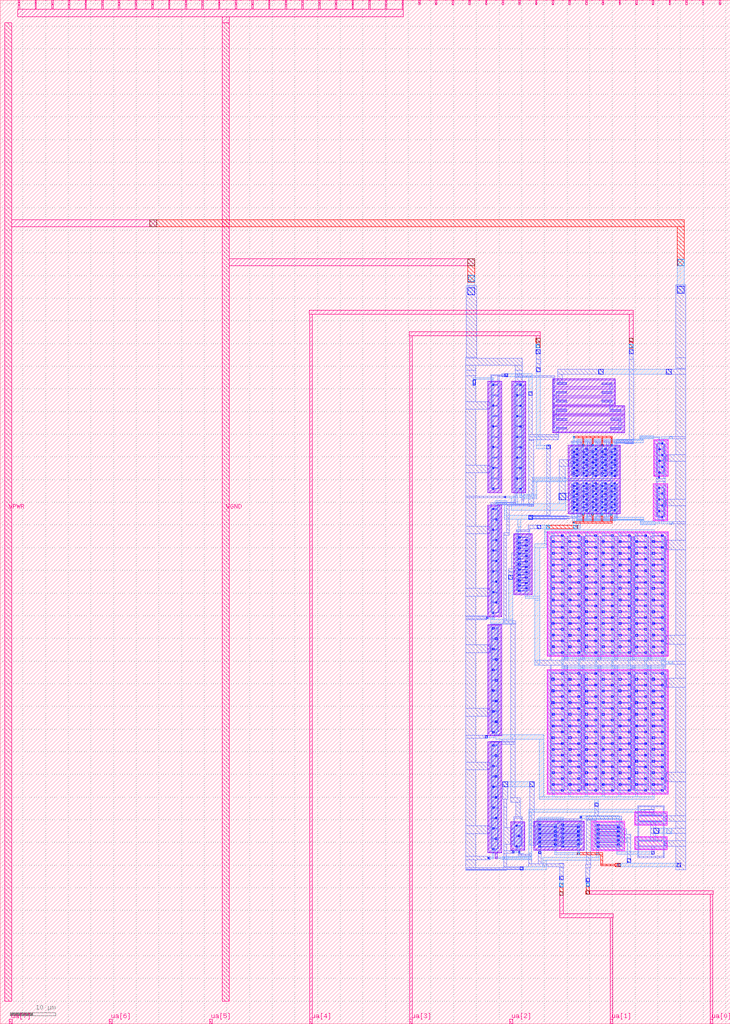
<source format=lef>
MACRO tt_um_alfiero88_VCII
  CLASS BLOCK ;
  FOREIGN tt_um_alfiero88_VCII ;
  ORIGIN 0.000 0.000 ;
  SIZE 161.000 BY 225.760 ;
  PIN clk
    DIRECTION INPUT ;
    USE SIGNAL ;
    PORT
      LAYER met4 ;
        RECT 154.870 224.760 155.170 225.760 ;
    END
  END clk
  PIN ena
    DIRECTION INPUT ;
    USE SIGNAL ;
    PORT
      LAYER met4 ;
        RECT 158.550 224.760 158.850 225.760 ;
    END
  END ena
  PIN rst_n
    DIRECTION INPUT ;
    USE SIGNAL ;
    PORT
      LAYER met4 ;
        RECT 151.190 224.760 151.490 225.760 ;
    END
  END rst_n
  PIN ua[0]
    DIRECTION INOUT ;
    USE SIGNAL ;
    ANTENNAGATEAREA 7.500000 ;
    ANTENNADIFFAREA 52.199997 ;
    PORT
      LAYER met4 ;
        RECT 156.560 0.000 157.160 1.000 ;
    END
  END ua[0]
  PIN ua[1]
    DIRECTION INOUT ;
    USE SIGNAL ;
    ANTENNADIFFAREA 15.809999 ;
    PORT
      LAYER met4 ;
        RECT 134.480 0.000 135.080 1.000 ;
    END
  END ua[1]
  PIN ua[2]
    DIRECTION INOUT ;
    USE SIGNAL ;
    PORT
      LAYER met4 ;
        RECT 112.400 0.000 113.000 1.000 ;
    END
  END ua[2]
  PIN ua[3]
    DIRECTION INOUT ;
    USE SIGNAL ;
    ANTENNAGATEAREA 15.000000 ;
    ANTENNADIFFAREA 7.830000 ;
    PORT
      LAYER met4 ;
        RECT 90.320 0.000 90.920 1.000 ;
    END
  END ua[3]
  PIN ua[4]
    DIRECTION INOUT ;
    USE SIGNAL ;
    ANTENNAGATEAREA 15.000000 ;
    PORT
      LAYER met4 ;
        RECT 68.240 0.000 68.840 1.000 ;
    END
  END ua[4]
  PIN ua[5]
    DIRECTION INOUT ;
    USE SIGNAL ;
    PORT
      LAYER met4 ;
        RECT 46.160 0.000 46.760 1.000 ;
    END
  END ua[5]
  PIN ua[6]
    DIRECTION INOUT ;
    USE SIGNAL ;
    PORT
      LAYER met4 ;
        RECT 24.080 0.000 24.680 1.000 ;
    END
  END ua[6]
  PIN ua[7]
    DIRECTION INOUT ;
    USE SIGNAL ;
    PORT
      LAYER met4 ;
        RECT 2.000 0.000 2.600 1.000 ;
    END
  END ua[7]
  PIN ui_in[0]
    DIRECTION INPUT ;
    USE SIGNAL ;
    PORT
      LAYER met4 ;
        RECT 147.510 224.760 147.810 225.760 ;
    END
  END ui_in[0]
  PIN ui_in[1]
    DIRECTION INPUT ;
    USE SIGNAL ;
    PORT
      LAYER met4 ;
        RECT 143.830 224.760 144.130 225.760 ;
    END
  END ui_in[1]
  PIN ui_in[2]
    DIRECTION INPUT ;
    USE SIGNAL ;
    PORT
      LAYER met4 ;
        RECT 140.150 224.760 140.450 225.760 ;
    END
  END ui_in[2]
  PIN ui_in[3]
    DIRECTION INPUT ;
    USE SIGNAL ;
    PORT
      LAYER met4 ;
        RECT 136.470 224.760 136.770 225.760 ;
    END
  END ui_in[3]
  PIN ui_in[4]
    DIRECTION INPUT ;
    USE SIGNAL ;
    PORT
      LAYER met4 ;
        RECT 132.790 224.760 133.090 225.760 ;
    END
  END ui_in[4]
  PIN ui_in[5]
    DIRECTION INPUT ;
    USE SIGNAL ;
    PORT
      LAYER met4 ;
        RECT 129.110 224.760 129.410 225.760 ;
    END
  END ui_in[5]
  PIN ui_in[6]
    DIRECTION INPUT ;
    USE SIGNAL ;
    PORT
      LAYER met4 ;
        RECT 125.430 224.760 125.730 225.760 ;
    END
  END ui_in[6]
  PIN ui_in[7]
    DIRECTION INPUT ;
    USE SIGNAL ;
    PORT
      LAYER met4 ;
        RECT 121.750 224.760 122.050 225.760 ;
    END
  END ui_in[7]
  PIN uio_in[0]
    DIRECTION INPUT ;
    USE SIGNAL ;
    PORT
      LAYER met4 ;
        RECT 118.070 224.760 118.370 225.760 ;
    END
  END uio_in[0]
  PIN uio_in[1]
    DIRECTION INPUT ;
    USE SIGNAL ;
    PORT
      LAYER met4 ;
        RECT 114.390 224.760 114.690 225.760 ;
    END
  END uio_in[1]
  PIN uio_in[2]
    DIRECTION INPUT ;
    USE SIGNAL ;
    PORT
      LAYER met4 ;
        RECT 110.710 224.760 111.010 225.760 ;
    END
  END uio_in[2]
  PIN uio_in[3]
    DIRECTION INPUT ;
    USE SIGNAL ;
    PORT
      LAYER met4 ;
        RECT 107.030 224.760 107.330 225.760 ;
    END
  END uio_in[3]
  PIN uio_in[4]
    DIRECTION INPUT ;
    USE SIGNAL ;
    PORT
      LAYER met4 ;
        RECT 103.350 224.760 103.650 225.760 ;
    END
  END uio_in[4]
  PIN uio_in[5]
    DIRECTION INPUT ;
    USE SIGNAL ;
    PORT
      LAYER met4 ;
        RECT 99.670 224.760 99.970 225.760 ;
    END
  END uio_in[5]
  PIN uio_in[6]
    DIRECTION INPUT ;
    USE SIGNAL ;
    PORT
      LAYER met4 ;
        RECT 95.990 224.760 96.290 225.760 ;
    END
  END uio_in[6]
  PIN uio_in[7]
    DIRECTION INPUT ;
    USE SIGNAL ;
    PORT
      LAYER met4 ;
        RECT 92.310 224.760 92.610 225.760 ;
    END
  END uio_in[7]
  PIN uio_oe[0]
    DIRECTION OUTPUT ;
    USE SIGNAL ;
    ANTENNADIFFAREA 122.393394 ;
    PORT
      LAYER met4 ;
        RECT 29.750 224.760 30.050 225.760 ;
    END
  END uio_oe[0]
  PIN uio_oe[1]
    DIRECTION OUTPUT ;
    USE SIGNAL ;
    ANTENNADIFFAREA 122.393394 ;
    PORT
      LAYER met4 ;
        RECT 26.070 224.760 26.370 225.760 ;
    END
  END uio_oe[1]
  PIN uio_oe[2]
    DIRECTION OUTPUT ;
    USE SIGNAL ;
    ANTENNADIFFAREA 122.393394 ;
    PORT
      LAYER met4 ;
        RECT 22.390 224.760 22.690 225.760 ;
    END
  END uio_oe[2]
  PIN uio_oe[3]
    DIRECTION OUTPUT ;
    USE SIGNAL ;
    ANTENNADIFFAREA 122.393394 ;
    PORT
      LAYER met4 ;
        RECT 18.710 224.760 19.010 225.760 ;
    END
  END uio_oe[3]
  PIN uio_oe[4]
    DIRECTION OUTPUT ;
    USE SIGNAL ;
    ANTENNADIFFAREA 122.393394 ;
    PORT
      LAYER met4 ;
        RECT 15.030 224.760 15.330 225.760 ;
    END
  END uio_oe[4]
  PIN uio_oe[5]
    DIRECTION OUTPUT ;
    USE SIGNAL ;
    ANTENNADIFFAREA 122.393394 ;
    PORT
      LAYER met4 ;
        RECT 11.350 224.760 11.650 225.760 ;
    END
  END uio_oe[5]
  PIN uio_oe[6]
    DIRECTION OUTPUT ;
    USE SIGNAL ;
    ANTENNADIFFAREA 122.393394 ;
    PORT
      LAYER met4 ;
        RECT 7.670 224.760 7.970 225.760 ;
    END
  END uio_oe[6]
  PIN uio_oe[7]
    DIRECTION OUTPUT ;
    USE SIGNAL ;
    ANTENNADIFFAREA 122.393394 ;
    PORT
      LAYER met4 ;
        RECT 3.990 224.760 4.290 225.760 ;
    END
  END uio_oe[7]
  PIN uio_out[0]
    DIRECTION OUTPUT ;
    USE SIGNAL ;
    ANTENNADIFFAREA 122.393394 ;
    PORT
      LAYER met4 ;
        RECT 59.190 224.760 59.490 225.760 ;
    END
  END uio_out[0]
  PIN uio_out[1]
    DIRECTION OUTPUT ;
    USE SIGNAL ;
    ANTENNADIFFAREA 122.393394 ;
    PORT
      LAYER met4 ;
        RECT 55.510 224.760 55.810 225.760 ;
    END
  END uio_out[1]
  PIN uio_out[2]
    DIRECTION OUTPUT ;
    USE SIGNAL ;
    ANTENNADIFFAREA 122.393394 ;
    PORT
      LAYER met4 ;
        RECT 51.830 224.760 52.130 225.760 ;
    END
  END uio_out[2]
  PIN uio_out[3]
    DIRECTION OUTPUT ;
    USE SIGNAL ;
    ANTENNADIFFAREA 122.393394 ;
    PORT
      LAYER met4 ;
        RECT 48.150 224.760 48.450 225.760 ;
    END
  END uio_out[3]
  PIN uio_out[4]
    DIRECTION OUTPUT ;
    USE SIGNAL ;
    ANTENNADIFFAREA 122.393394 ;
    PORT
      LAYER met4 ;
        RECT 44.470 224.760 44.770 225.760 ;
    END
  END uio_out[4]
  PIN uio_out[5]
    DIRECTION OUTPUT ;
    USE SIGNAL ;
    ANTENNADIFFAREA 122.393394 ;
    PORT
      LAYER met4 ;
        RECT 40.790 224.760 41.090 225.760 ;
    END
  END uio_out[5]
  PIN uio_out[6]
    DIRECTION OUTPUT ;
    USE SIGNAL ;
    ANTENNADIFFAREA 122.393394 ;
    PORT
      LAYER met4 ;
        RECT 37.110 224.760 37.410 225.760 ;
    END
  END uio_out[6]
  PIN uio_out[7]
    DIRECTION OUTPUT ;
    USE SIGNAL ;
    ANTENNADIFFAREA 122.393394 ;
    PORT
      LAYER met4 ;
        RECT 33.430 224.760 33.730 225.760 ;
    END
  END uio_out[7]
  PIN uo_out[0]
    DIRECTION OUTPUT ;
    USE SIGNAL ;
    ANTENNADIFFAREA 122.393394 ;
    PORT
      LAYER met4 ;
        RECT 88.630 224.760 88.930 225.760 ;
    END
  END uo_out[0]
  PIN uo_out[1]
    DIRECTION OUTPUT ;
    USE SIGNAL ;
    ANTENNADIFFAREA 122.393394 ;
    PORT
      LAYER met4 ;
        RECT 84.950 224.760 85.250 225.760 ;
    END
  END uo_out[1]
  PIN uo_out[2]
    DIRECTION OUTPUT ;
    USE SIGNAL ;
    ANTENNADIFFAREA 122.393394 ;
    PORT
      LAYER met4 ;
        RECT 81.270 224.760 81.570 225.760 ;
    END
  END uo_out[2]
  PIN uo_out[3]
    DIRECTION OUTPUT ;
    USE SIGNAL ;
    ANTENNADIFFAREA 122.393394 ;
    PORT
      LAYER met4 ;
        RECT 77.590 224.760 77.890 225.760 ;
    END
  END uo_out[3]
  PIN uo_out[4]
    DIRECTION OUTPUT ;
    USE SIGNAL ;
    ANTENNADIFFAREA 122.393394 ;
    PORT
      LAYER met4 ;
        RECT 73.910 224.760 74.210 225.760 ;
    END
  END uo_out[4]
  PIN uo_out[5]
    DIRECTION OUTPUT ;
    USE SIGNAL ;
    ANTENNADIFFAREA 122.393394 ;
    PORT
      LAYER met4 ;
        RECT 70.230 224.760 70.530 225.760 ;
    END
  END uo_out[5]
  PIN uo_out[6]
    DIRECTION OUTPUT ;
    USE SIGNAL ;
    ANTENNADIFFAREA 122.393394 ;
    PORT
      LAYER met4 ;
        RECT 66.550 224.760 66.850 225.760 ;
    END
  END uo_out[6]
  PIN uo_out[7]
    DIRECTION OUTPUT ;
    USE SIGNAL ;
    ANTENNADIFFAREA 122.393394 ;
    PORT
      LAYER met4 ;
        RECT 62.870 224.760 63.170 225.760 ;
    END
  END uo_out[7]
  PIN VPWR
    DIRECTION INOUT ;
    USE POWER ;
    PORT
      LAYER met4 ;
        RECT 1.000 5.000 2.500 220.760 ;
    END
  END VPWR
  PIN VGND
    DIRECTION INOUT ;
    USE GROUND ;
    PORT
      LAYER met4 ;
        RECT 49.000 5.000 50.500 220.760 ;
    END
  END VGND
  OBS
      LAYER pwell ;
        RECT 107.510 117.165 110.610 141.735 ;
        RECT 112.820 117.165 115.920 141.735 ;
        RECT 121.860 136.315 135.680 142.235 ;
        RECT 121.860 134.305 137.680 136.315 ;
        RECT 121.860 130.315 137.680 134.295 ;
        RECT 107.500 89.795 110.600 114.365 ;
        RECT 125.300 112.455 136.760 127.565 ;
      LAYER nwell ;
        RECT 144.090 120.705 147.280 128.825 ;
        RECT 144.060 110.925 147.250 119.045 ;
      LAYER pwell ;
        RECT 113.230 94.615 117.330 108.085 ;
        RECT 107.510 63.475 110.610 88.045 ;
      LAYER nwell ;
        RECT 120.600 81.005 147.370 108.475 ;
      LAYER pwell ;
        RECT 107.510 37.665 110.610 62.235 ;
      LAYER nwell ;
        RECT 120.600 50.645 147.370 78.115 ;
      LAYER pwell ;
        RECT 112.620 38.285 115.720 44.535 ;
        RECT 117.660 38.245 128.850 44.715 ;
      LAYER nwell ;
        RECT 130.500 38.185 137.690 44.655 ;
        RECT 139.900 43.785 147.090 46.745 ;
        RECT 139.890 38.325 147.080 41.285 ;
      LAYER pwell ;
        RECT 109.220 36.355 109.570 37.665 ;
      LAYER li1 ;
        RECT 122.040 141.885 135.500 142.055 ;
        RECT 113.730 141.555 115.050 141.695 ;
        RECT 122.040 141.645 122.210 141.885 ;
        RECT 107.690 141.385 110.430 141.555 ;
        RECT 107.690 136.845 107.860 141.385 ;
        RECT 108.540 140.815 109.580 140.985 ;
        RECT 108.200 138.755 108.370 140.755 ;
        RECT 109.750 138.755 109.920 140.755 ;
        RECT 108.540 138.525 109.580 138.695 ;
        RECT 107.480 135.805 107.940 136.845 ;
        RECT 108.200 136.465 108.370 138.465 ;
        RECT 109.750 136.465 109.920 138.465 ;
        RECT 108.540 136.235 109.580 136.405 ;
        RECT 107.690 122.965 107.860 135.805 ;
        RECT 108.200 134.175 108.370 136.175 ;
        RECT 109.750 134.175 109.920 136.175 ;
        RECT 108.540 133.945 109.580 134.115 ;
        RECT 108.200 131.885 108.370 133.885 ;
        RECT 109.750 131.885 109.920 133.885 ;
        RECT 108.540 131.655 109.580 131.825 ;
        RECT 108.200 129.595 108.370 131.595 ;
        RECT 109.750 129.595 109.920 131.595 ;
        RECT 108.540 129.365 109.580 129.535 ;
        RECT 108.200 127.305 108.370 129.305 ;
        RECT 109.750 127.305 109.920 129.305 ;
        RECT 108.540 127.075 109.580 127.245 ;
        RECT 108.200 125.015 108.370 127.015 ;
        RECT 109.750 125.015 109.920 127.015 ;
        RECT 108.540 124.785 109.580 124.955 ;
        RECT 107.500 121.805 107.940 122.965 ;
        RECT 108.200 122.725 108.370 124.725 ;
        RECT 109.750 122.725 109.920 124.725 ;
        RECT 108.540 122.495 109.580 122.665 ;
        RECT 107.690 117.515 107.860 121.805 ;
        RECT 108.200 120.435 108.370 122.435 ;
        RECT 109.750 120.435 109.920 122.435 ;
        RECT 108.540 120.205 109.580 120.375 ;
        RECT 108.200 118.145 108.370 120.145 ;
        RECT 109.750 118.145 109.920 120.145 ;
        RECT 108.540 117.915 109.580 118.085 ;
        RECT 110.260 117.515 110.430 141.385 ;
        RECT 107.690 117.345 110.430 117.515 ;
        RECT 113.000 141.385 115.740 141.555 ;
        RECT 113.000 117.515 113.170 141.385 ;
        RECT 113.730 141.325 115.050 141.385 ;
        RECT 113.850 140.815 114.890 140.985 ;
        RECT 113.510 138.755 113.680 140.755 ;
        RECT 115.060 138.755 115.230 140.755 ;
        RECT 113.850 138.525 114.890 138.695 ;
        RECT 113.510 136.465 113.680 138.465 ;
        RECT 115.060 136.465 115.230 138.465 ;
        RECT 113.850 136.235 114.890 136.405 ;
        RECT 113.510 134.175 113.680 136.175 ;
        RECT 115.060 134.175 115.230 136.175 ;
        RECT 113.850 133.945 114.890 134.115 ;
        RECT 113.510 131.885 113.680 133.885 ;
        RECT 115.060 131.885 115.230 133.885 ;
        RECT 113.850 131.655 114.890 131.825 ;
        RECT 113.510 129.595 113.680 131.595 ;
        RECT 115.060 129.595 115.230 131.595 ;
        RECT 113.850 129.365 114.890 129.535 ;
        RECT 113.510 127.305 113.680 129.305 ;
        RECT 115.060 127.305 115.230 129.305 ;
        RECT 113.850 127.075 114.890 127.245 ;
        RECT 113.510 125.015 113.680 127.015 ;
        RECT 115.060 125.015 115.230 127.015 ;
        RECT 113.850 124.785 114.890 124.955 ;
        RECT 113.510 122.725 113.680 124.725 ;
        RECT 115.060 122.725 115.230 124.725 ;
        RECT 113.850 122.495 114.890 122.665 ;
        RECT 113.510 120.435 113.680 122.435 ;
        RECT 115.060 120.435 115.230 122.435 ;
        RECT 113.850 120.205 114.890 120.375 ;
        RECT 113.510 118.145 113.680 120.145 ;
        RECT 115.060 118.145 115.230 120.145 ;
        RECT 113.850 117.915 114.890 118.085 ;
        RECT 115.570 117.515 115.740 141.385 ;
        RECT 121.980 140.825 122.260 141.645 ;
        RECT 122.690 141.055 124.850 141.405 ;
        RECT 132.690 141.055 134.850 141.405 ;
        RECT 122.040 140.575 122.210 140.825 ;
        RECT 135.330 140.575 135.500 141.885 ;
        RECT 122.040 140.405 135.500 140.575 ;
        RECT 122.040 139.925 135.500 140.095 ;
        RECT 122.040 139.675 122.210 139.925 ;
        RECT 121.980 138.855 122.260 139.675 ;
        RECT 122.690 139.095 124.850 139.445 ;
        RECT 132.690 139.095 134.850 139.445 ;
        RECT 122.040 138.615 122.210 138.855 ;
        RECT 135.330 138.615 135.500 139.925 ;
        RECT 122.040 138.445 135.500 138.615 ;
        RECT 122.040 137.955 135.500 138.125 ;
        RECT 122.040 137.705 122.210 137.955 ;
        RECT 121.980 136.885 122.260 137.705 ;
        RECT 122.690 137.125 124.850 137.475 ;
        RECT 132.690 137.125 134.850 137.475 ;
        RECT 122.040 136.645 122.210 136.885 ;
        RECT 135.330 136.645 135.500 137.955 ;
        RECT 122.040 136.475 135.500 136.645 ;
        RECT 122.040 135.965 137.500 136.135 ;
        RECT 122.040 135.745 122.210 135.965 ;
        RECT 121.980 134.895 122.270 135.745 ;
        RECT 122.690 135.135 124.850 135.485 ;
        RECT 134.690 135.135 136.850 135.485 ;
        RECT 122.040 134.655 122.210 134.895 ;
        RECT 137.330 134.655 137.500 135.965 ;
        RECT 122.040 134.485 137.500 134.655 ;
        RECT 122.040 133.945 137.500 134.115 ;
        RECT 122.040 133.685 122.210 133.945 ;
        RECT 121.980 132.865 122.270 133.685 ;
        RECT 122.690 133.115 124.850 133.465 ;
        RECT 134.690 133.115 136.850 133.465 ;
        RECT 122.040 132.635 122.210 132.865 ;
        RECT 137.330 132.635 137.500 133.945 ;
        RECT 122.040 132.465 137.500 132.635 ;
        RECT 122.040 131.975 137.500 132.145 ;
        RECT 122.040 131.725 122.210 131.975 ;
        RECT 121.980 130.915 122.270 131.725 ;
        RECT 122.690 131.145 124.850 131.495 ;
        RECT 134.690 131.145 136.850 131.495 ;
        RECT 122.040 130.665 122.210 130.915 ;
        RECT 137.330 130.665 137.500 131.975 ;
        RECT 122.040 130.495 137.500 130.665 ;
        RECT 144.270 128.475 147.100 128.645 ;
        RECT 125.480 127.215 136.580 127.385 ;
        RECT 125.480 124.255 125.650 127.215 ;
        RECT 126.330 126.645 127.370 126.815 ;
        RECT 128.420 126.645 129.460 126.815 ;
        RECT 130.510 126.645 131.550 126.815 ;
        RECT 132.600 126.645 133.640 126.815 ;
        RECT 134.690 126.645 135.730 126.815 ;
        RECT 125.990 126.270 126.160 126.600 ;
        RECT 127.540 126.270 127.710 126.600 ;
        RECT 128.080 126.270 128.250 126.600 ;
        RECT 129.630 126.270 129.800 126.600 ;
        RECT 130.170 126.270 130.340 126.600 ;
        RECT 131.720 126.270 131.890 126.600 ;
        RECT 132.260 126.270 132.430 126.600 ;
        RECT 133.810 126.270 133.980 126.600 ;
        RECT 134.350 126.270 134.520 126.600 ;
        RECT 135.900 126.270 136.070 126.600 ;
        RECT 126.330 126.055 127.370 126.225 ;
        RECT 128.420 126.055 129.460 126.225 ;
        RECT 130.510 126.055 131.550 126.225 ;
        RECT 132.600 126.055 133.640 126.225 ;
        RECT 134.690 126.055 135.730 126.225 ;
        RECT 125.990 125.680 126.160 126.010 ;
        RECT 127.540 125.680 127.710 126.010 ;
        RECT 128.080 125.680 128.250 126.010 ;
        RECT 129.630 125.680 129.800 126.010 ;
        RECT 130.170 125.680 130.340 126.010 ;
        RECT 131.720 125.680 131.890 126.010 ;
        RECT 132.260 125.680 132.430 126.010 ;
        RECT 133.810 125.680 133.980 126.010 ;
        RECT 134.350 125.680 134.520 126.010 ;
        RECT 135.900 125.680 136.070 126.010 ;
        RECT 126.330 125.465 127.370 125.635 ;
        RECT 128.420 125.465 129.460 125.635 ;
        RECT 130.510 125.465 131.550 125.635 ;
        RECT 132.600 125.465 133.640 125.635 ;
        RECT 134.690 125.465 135.730 125.635 ;
        RECT 125.990 125.090 126.160 125.420 ;
        RECT 127.540 125.090 127.710 125.420 ;
        RECT 128.080 125.090 128.250 125.420 ;
        RECT 129.630 125.090 129.800 125.420 ;
        RECT 130.170 125.090 130.340 125.420 ;
        RECT 131.720 125.090 131.890 125.420 ;
        RECT 132.260 125.090 132.430 125.420 ;
        RECT 133.810 125.090 133.980 125.420 ;
        RECT 134.350 125.090 134.520 125.420 ;
        RECT 135.900 125.090 136.070 125.420 ;
        RECT 126.330 124.875 127.370 125.045 ;
        RECT 128.420 124.875 129.460 125.045 ;
        RECT 130.510 124.875 131.550 125.045 ;
        RECT 132.600 124.875 133.640 125.045 ;
        RECT 134.690 124.875 135.730 125.045 ;
        RECT 125.990 124.500 126.160 124.830 ;
        RECT 127.540 124.500 127.710 124.830 ;
        RECT 128.080 124.500 128.250 124.830 ;
        RECT 129.630 124.500 129.800 124.830 ;
        RECT 130.170 124.500 130.340 124.830 ;
        RECT 131.720 124.500 131.890 124.830 ;
        RECT 132.260 124.500 132.430 124.830 ;
        RECT 133.810 124.500 133.980 124.830 ;
        RECT 134.350 124.500 134.520 124.830 ;
        RECT 135.900 124.500 136.070 124.830 ;
        RECT 126.330 124.285 127.370 124.455 ;
        RECT 128.420 124.285 129.460 124.455 ;
        RECT 130.510 124.285 131.550 124.455 ;
        RECT 132.600 124.285 133.640 124.455 ;
        RECT 134.690 124.285 135.730 124.455 ;
        RECT 125.400 123.065 125.690 124.255 ;
        RECT 125.990 123.910 126.160 124.240 ;
        RECT 127.540 123.910 127.710 124.240 ;
        RECT 128.080 123.910 128.250 124.240 ;
        RECT 129.630 123.910 129.800 124.240 ;
        RECT 130.170 123.910 130.340 124.240 ;
        RECT 131.720 123.910 131.890 124.240 ;
        RECT 132.260 123.910 132.430 124.240 ;
        RECT 133.810 123.910 133.980 124.240 ;
        RECT 134.350 123.910 134.520 124.240 ;
        RECT 135.900 123.910 136.070 124.240 ;
        RECT 126.330 123.695 127.370 123.865 ;
        RECT 128.420 123.695 129.460 123.865 ;
        RECT 130.510 123.695 131.550 123.865 ;
        RECT 132.600 123.695 133.640 123.865 ;
        RECT 134.690 123.695 135.730 123.865 ;
        RECT 125.990 123.320 126.160 123.650 ;
        RECT 127.540 123.320 127.710 123.650 ;
        RECT 128.080 123.320 128.250 123.650 ;
        RECT 129.630 123.320 129.800 123.650 ;
        RECT 130.170 123.320 130.340 123.650 ;
        RECT 131.720 123.320 131.890 123.650 ;
        RECT 132.260 123.320 132.430 123.650 ;
        RECT 133.810 123.320 133.980 123.650 ;
        RECT 134.350 123.320 134.520 123.650 ;
        RECT 135.900 123.320 136.070 123.650 ;
        RECT 126.330 123.105 127.370 123.275 ;
        RECT 128.420 123.105 129.460 123.275 ;
        RECT 130.510 123.105 131.550 123.275 ;
        RECT 132.600 123.105 133.640 123.275 ;
        RECT 134.690 123.105 135.730 123.275 ;
        RECT 125.480 120.345 125.650 123.065 ;
        RECT 125.990 122.730 126.160 123.060 ;
        RECT 127.540 122.730 127.710 123.060 ;
        RECT 128.080 122.730 128.250 123.060 ;
        RECT 129.630 122.730 129.800 123.060 ;
        RECT 130.170 122.730 130.340 123.060 ;
        RECT 131.720 122.730 131.890 123.060 ;
        RECT 132.260 122.730 132.430 123.060 ;
        RECT 133.810 122.730 133.980 123.060 ;
        RECT 134.350 122.730 134.520 123.060 ;
        RECT 135.900 122.730 136.070 123.060 ;
        RECT 126.330 122.515 127.370 122.685 ;
        RECT 128.420 122.515 129.460 122.685 ;
        RECT 130.510 122.515 131.550 122.685 ;
        RECT 132.600 122.515 133.640 122.685 ;
        RECT 134.690 122.515 135.730 122.685 ;
        RECT 125.990 122.140 126.160 122.470 ;
        RECT 127.540 122.140 127.710 122.470 ;
        RECT 128.080 122.140 128.250 122.470 ;
        RECT 129.630 122.140 129.800 122.470 ;
        RECT 130.170 122.140 130.340 122.470 ;
        RECT 131.720 122.140 131.890 122.470 ;
        RECT 132.260 122.140 132.430 122.470 ;
        RECT 133.810 122.140 133.980 122.470 ;
        RECT 134.350 122.140 134.520 122.470 ;
        RECT 135.900 122.140 136.070 122.470 ;
        RECT 126.330 121.925 127.370 122.095 ;
        RECT 128.420 121.925 129.460 122.095 ;
        RECT 130.510 121.925 131.550 122.095 ;
        RECT 132.600 121.925 133.640 122.095 ;
        RECT 134.690 121.925 135.730 122.095 ;
        RECT 125.990 121.550 126.160 121.880 ;
        RECT 127.540 121.550 127.710 121.880 ;
        RECT 128.080 121.550 128.250 121.880 ;
        RECT 129.630 121.550 129.800 121.880 ;
        RECT 130.170 121.550 130.340 121.880 ;
        RECT 131.720 121.550 131.890 121.880 ;
        RECT 132.260 121.550 132.430 121.880 ;
        RECT 133.810 121.550 133.980 121.880 ;
        RECT 134.350 121.550 134.520 121.880 ;
        RECT 135.900 121.550 136.070 121.880 ;
        RECT 126.330 121.335 127.370 121.505 ;
        RECT 128.420 121.335 129.460 121.505 ;
        RECT 130.510 121.335 131.550 121.505 ;
        RECT 132.600 121.335 133.640 121.505 ;
        RECT 134.690 121.335 135.730 121.505 ;
        RECT 125.990 120.960 126.160 121.290 ;
        RECT 127.540 120.960 127.710 121.290 ;
        RECT 128.080 120.960 128.250 121.290 ;
        RECT 129.630 120.960 129.800 121.290 ;
        RECT 130.170 120.960 130.340 121.290 ;
        RECT 131.720 120.960 131.890 121.290 ;
        RECT 132.260 120.960 132.430 121.290 ;
        RECT 133.810 120.960 133.980 121.290 ;
        RECT 134.350 120.960 134.520 121.290 ;
        RECT 135.900 120.960 136.070 121.290 ;
        RECT 126.330 120.745 127.370 120.915 ;
        RECT 128.420 120.745 129.460 120.915 ;
        RECT 130.510 120.745 131.550 120.915 ;
        RECT 132.600 120.745 133.640 120.915 ;
        RECT 134.690 120.745 135.730 120.915 ;
        RECT 136.410 120.345 136.580 127.215 ;
        RECT 144.270 121.055 144.440 128.475 ;
        RECT 145.165 127.905 146.205 128.075 ;
        RECT 144.780 126.845 144.950 127.845 ;
        RECT 146.420 126.845 146.590 127.845 ;
        RECT 145.165 126.615 146.205 126.785 ;
        RECT 144.780 125.555 144.950 126.555 ;
        RECT 146.420 125.555 146.590 126.555 ;
        RECT 145.165 125.325 146.205 125.495 ;
        RECT 146.930 125.275 147.100 128.475 ;
        RECT 144.780 124.265 144.950 125.265 ;
        RECT 146.420 124.265 146.590 125.265 ;
        RECT 146.860 124.225 147.210 125.275 ;
        RECT 145.165 124.035 146.205 124.205 ;
        RECT 144.780 122.975 144.950 123.975 ;
        RECT 146.420 122.975 146.590 123.975 ;
        RECT 145.165 122.745 146.205 122.915 ;
        RECT 144.780 121.685 144.950 122.685 ;
        RECT 146.420 121.685 146.590 122.685 ;
        RECT 145.165 121.455 146.205 121.625 ;
        RECT 146.930 121.055 147.100 124.225 ;
        RECT 144.270 120.885 147.100 121.055 ;
        RECT 125.480 120.175 136.580 120.345 ;
        RECT 113.000 117.345 115.740 117.515 ;
        RECT 125.480 119.675 136.580 119.845 ;
        RECT 125.480 116.865 125.650 119.675 ;
        RECT 126.330 119.105 127.370 119.275 ;
        RECT 128.420 119.105 129.460 119.275 ;
        RECT 130.510 119.105 131.550 119.275 ;
        RECT 132.600 119.105 133.640 119.275 ;
        RECT 134.690 119.105 135.730 119.275 ;
        RECT 125.990 118.730 126.160 119.060 ;
        RECT 127.540 118.730 127.710 119.060 ;
        RECT 128.080 118.730 128.250 119.060 ;
        RECT 129.630 118.730 129.800 119.060 ;
        RECT 130.170 118.730 130.340 119.060 ;
        RECT 131.720 118.730 131.890 119.060 ;
        RECT 132.260 118.730 132.430 119.060 ;
        RECT 133.810 118.730 133.980 119.060 ;
        RECT 134.350 118.730 134.520 119.060 ;
        RECT 135.900 118.730 136.070 119.060 ;
        RECT 126.330 118.515 127.370 118.685 ;
        RECT 128.420 118.515 129.460 118.685 ;
        RECT 130.510 118.515 131.550 118.685 ;
        RECT 132.600 118.515 133.640 118.685 ;
        RECT 134.690 118.515 135.730 118.685 ;
        RECT 125.990 118.140 126.160 118.470 ;
        RECT 127.540 118.140 127.710 118.470 ;
        RECT 128.080 118.140 128.250 118.470 ;
        RECT 129.630 118.140 129.800 118.470 ;
        RECT 130.170 118.140 130.340 118.470 ;
        RECT 131.720 118.140 131.890 118.470 ;
        RECT 132.260 118.140 132.430 118.470 ;
        RECT 133.810 118.140 133.980 118.470 ;
        RECT 134.350 118.140 134.520 118.470 ;
        RECT 135.900 118.140 136.070 118.470 ;
        RECT 126.330 117.925 127.370 118.095 ;
        RECT 128.420 117.925 129.460 118.095 ;
        RECT 130.510 117.925 131.550 118.095 ;
        RECT 132.600 117.925 133.640 118.095 ;
        RECT 134.690 117.925 135.730 118.095 ;
        RECT 125.990 117.550 126.160 117.880 ;
        RECT 127.540 117.550 127.710 117.880 ;
        RECT 128.080 117.550 128.250 117.880 ;
        RECT 129.630 117.550 129.800 117.880 ;
        RECT 130.170 117.550 130.340 117.880 ;
        RECT 131.720 117.550 131.890 117.880 ;
        RECT 132.260 117.550 132.430 117.880 ;
        RECT 133.810 117.550 133.980 117.880 ;
        RECT 134.350 117.550 134.520 117.880 ;
        RECT 135.900 117.550 136.070 117.880 ;
        RECT 126.330 117.335 127.370 117.505 ;
        RECT 128.420 117.335 129.460 117.505 ;
        RECT 130.510 117.335 131.550 117.505 ;
        RECT 132.600 117.335 133.640 117.505 ;
        RECT 134.690 117.335 135.730 117.505 ;
        RECT 125.990 116.960 126.160 117.290 ;
        RECT 127.540 116.960 127.710 117.290 ;
        RECT 128.080 116.960 128.250 117.290 ;
        RECT 129.630 116.960 129.800 117.290 ;
        RECT 130.170 116.960 130.340 117.290 ;
        RECT 131.720 116.960 131.890 117.290 ;
        RECT 132.260 116.960 132.430 117.290 ;
        RECT 133.810 116.960 133.980 117.290 ;
        RECT 134.350 116.960 134.520 117.290 ;
        RECT 135.900 116.960 136.070 117.290 ;
        RECT 125.390 115.655 125.700 116.865 ;
        RECT 126.330 116.745 127.370 116.915 ;
        RECT 128.420 116.745 129.460 116.915 ;
        RECT 130.510 116.745 131.550 116.915 ;
        RECT 132.600 116.745 133.640 116.915 ;
        RECT 134.690 116.745 135.730 116.915 ;
        RECT 125.990 116.370 126.160 116.700 ;
        RECT 127.540 116.370 127.710 116.700 ;
        RECT 128.080 116.370 128.250 116.700 ;
        RECT 129.630 116.370 129.800 116.700 ;
        RECT 130.170 116.370 130.340 116.700 ;
        RECT 131.720 116.370 131.890 116.700 ;
        RECT 132.260 116.370 132.430 116.700 ;
        RECT 133.810 116.370 133.980 116.700 ;
        RECT 134.350 116.370 134.520 116.700 ;
        RECT 135.900 116.370 136.070 116.700 ;
        RECT 126.330 116.155 127.370 116.325 ;
        RECT 128.420 116.155 129.460 116.325 ;
        RECT 130.510 116.155 131.550 116.325 ;
        RECT 132.600 116.155 133.640 116.325 ;
        RECT 134.690 116.155 135.730 116.325 ;
        RECT 125.990 115.780 126.160 116.110 ;
        RECT 127.540 115.780 127.710 116.110 ;
        RECT 128.080 115.780 128.250 116.110 ;
        RECT 129.630 115.780 129.800 116.110 ;
        RECT 130.170 115.780 130.340 116.110 ;
        RECT 131.720 115.780 131.890 116.110 ;
        RECT 132.260 115.780 132.430 116.110 ;
        RECT 133.810 115.780 133.980 116.110 ;
        RECT 134.350 115.780 134.520 116.110 ;
        RECT 135.900 115.780 136.070 116.110 ;
        RECT 107.680 114.015 110.420 114.185 ;
        RECT 107.680 109.455 107.850 114.015 ;
        RECT 108.530 113.445 109.570 113.615 ;
        RECT 108.190 111.385 108.360 113.385 ;
        RECT 109.740 111.385 109.910 113.385 ;
        RECT 108.530 111.155 109.570 111.325 ;
        RECT 107.530 108.265 107.960 109.455 ;
        RECT 108.190 109.095 108.360 111.095 ;
        RECT 109.740 109.095 109.910 111.095 ;
        RECT 108.530 108.865 109.570 109.035 ;
        RECT 107.680 95.735 107.850 108.265 ;
        RECT 108.190 106.805 108.360 108.805 ;
        RECT 109.740 106.805 109.910 108.805 ;
        RECT 108.530 106.575 109.570 106.745 ;
        RECT 108.190 104.515 108.360 106.515 ;
        RECT 109.740 104.515 109.910 106.515 ;
        RECT 108.530 104.285 109.570 104.455 ;
        RECT 108.190 102.225 108.360 104.225 ;
        RECT 109.740 102.225 109.910 104.225 ;
        RECT 108.530 101.995 109.570 102.165 ;
        RECT 108.190 99.935 108.360 101.935 ;
        RECT 109.740 99.935 109.910 101.935 ;
        RECT 108.530 99.705 109.570 99.875 ;
        RECT 108.190 97.645 108.360 99.645 ;
        RECT 109.740 97.645 109.910 99.645 ;
        RECT 108.530 97.415 109.570 97.585 ;
        RECT 107.530 94.535 107.950 95.735 ;
        RECT 108.190 95.355 108.360 97.355 ;
        RECT 109.740 95.355 109.910 97.355 ;
        RECT 108.530 95.125 109.570 95.295 ;
        RECT 107.680 90.145 107.850 94.535 ;
        RECT 108.190 93.065 108.360 95.065 ;
        RECT 109.740 93.065 109.910 95.065 ;
        RECT 108.530 92.835 109.570 93.005 ;
        RECT 108.190 90.775 108.360 92.775 ;
        RECT 109.740 90.775 109.910 92.775 ;
        RECT 108.530 90.545 109.570 90.715 ;
        RECT 110.250 90.145 110.420 114.015 ;
        RECT 125.480 112.805 125.650 115.655 ;
        RECT 126.330 115.565 127.370 115.735 ;
        RECT 128.420 115.565 129.460 115.735 ;
        RECT 130.510 115.565 131.550 115.735 ;
        RECT 132.600 115.565 133.640 115.735 ;
        RECT 134.690 115.565 135.730 115.735 ;
        RECT 125.990 115.190 126.160 115.520 ;
        RECT 127.540 115.190 127.710 115.520 ;
        RECT 128.080 115.190 128.250 115.520 ;
        RECT 129.630 115.190 129.800 115.520 ;
        RECT 130.170 115.190 130.340 115.520 ;
        RECT 131.720 115.190 131.890 115.520 ;
        RECT 132.260 115.190 132.430 115.520 ;
        RECT 133.810 115.190 133.980 115.520 ;
        RECT 134.350 115.190 134.520 115.520 ;
        RECT 135.900 115.190 136.070 115.520 ;
        RECT 126.330 114.975 127.370 115.145 ;
        RECT 128.420 114.975 129.460 115.145 ;
        RECT 130.510 114.975 131.550 115.145 ;
        RECT 132.600 114.975 133.640 115.145 ;
        RECT 134.690 114.975 135.730 115.145 ;
        RECT 125.990 114.600 126.160 114.930 ;
        RECT 127.540 114.600 127.710 114.930 ;
        RECT 128.080 114.600 128.250 114.930 ;
        RECT 129.630 114.600 129.800 114.930 ;
        RECT 130.170 114.600 130.340 114.930 ;
        RECT 131.720 114.600 131.890 114.930 ;
        RECT 132.260 114.600 132.430 114.930 ;
        RECT 133.810 114.600 133.980 114.930 ;
        RECT 134.350 114.600 134.520 114.930 ;
        RECT 135.900 114.600 136.070 114.930 ;
        RECT 126.330 114.385 127.370 114.555 ;
        RECT 128.420 114.385 129.460 114.555 ;
        RECT 130.510 114.385 131.550 114.555 ;
        RECT 132.600 114.385 133.640 114.555 ;
        RECT 134.690 114.385 135.730 114.555 ;
        RECT 125.990 114.010 126.160 114.340 ;
        RECT 127.540 114.010 127.710 114.340 ;
        RECT 128.080 114.010 128.250 114.340 ;
        RECT 129.630 114.010 129.800 114.340 ;
        RECT 130.170 114.010 130.340 114.340 ;
        RECT 131.720 114.010 131.890 114.340 ;
        RECT 132.260 114.010 132.430 114.340 ;
        RECT 133.810 114.010 133.980 114.340 ;
        RECT 134.350 114.010 134.520 114.340 ;
        RECT 135.900 114.010 136.070 114.340 ;
        RECT 126.330 113.795 127.370 113.965 ;
        RECT 128.420 113.795 129.460 113.965 ;
        RECT 130.510 113.795 131.550 113.965 ;
        RECT 132.600 113.795 133.640 113.965 ;
        RECT 134.690 113.795 135.730 113.965 ;
        RECT 125.990 113.420 126.160 113.750 ;
        RECT 127.540 113.420 127.710 113.750 ;
        RECT 128.080 113.420 128.250 113.750 ;
        RECT 129.630 113.420 129.800 113.750 ;
        RECT 130.170 113.420 130.340 113.750 ;
        RECT 131.720 113.420 131.890 113.750 ;
        RECT 132.260 113.420 132.430 113.750 ;
        RECT 133.810 113.420 133.980 113.750 ;
        RECT 134.350 113.420 134.520 113.750 ;
        RECT 135.900 113.420 136.070 113.750 ;
        RECT 126.330 113.205 127.370 113.375 ;
        RECT 128.420 113.205 129.460 113.375 ;
        RECT 130.510 113.205 131.550 113.375 ;
        RECT 132.600 113.205 133.640 113.375 ;
        RECT 134.690 113.205 135.730 113.375 ;
        RECT 136.410 112.805 136.580 119.675 ;
        RECT 125.480 112.635 136.580 112.805 ;
        RECT 144.240 118.695 147.070 118.865 ;
        RECT 144.240 111.275 144.410 118.695 ;
        RECT 145.135 118.125 146.175 118.295 ;
        RECT 144.750 117.065 144.920 118.065 ;
        RECT 146.390 117.065 146.560 118.065 ;
        RECT 145.135 116.835 146.175 117.005 ;
        RECT 144.750 115.775 144.920 116.775 ;
        RECT 146.390 115.775 146.560 116.775 ;
        RECT 145.135 115.545 146.175 115.715 ;
        RECT 144.750 114.485 144.920 115.485 ;
        RECT 146.390 114.485 146.560 115.485 ;
        RECT 146.900 115.385 147.070 118.695 ;
        RECT 146.850 114.425 147.190 115.385 ;
        RECT 145.135 114.255 146.175 114.425 ;
        RECT 144.750 113.195 144.920 114.195 ;
        RECT 146.390 113.195 146.560 114.195 ;
        RECT 145.135 112.965 146.175 113.135 ;
        RECT 144.750 111.905 144.920 112.905 ;
        RECT 146.390 111.905 146.560 112.905 ;
        RECT 145.135 111.675 146.175 111.845 ;
        RECT 146.900 111.275 147.070 114.425 ;
        RECT 144.240 111.105 147.070 111.275 ;
        RECT 120.780 108.125 147.190 108.295 ;
        RECT 113.410 107.735 117.150 107.905 ;
        RECT 113.410 103.615 113.580 107.735 ;
        RECT 114.260 107.165 116.300 107.335 ;
        RECT 113.920 106.790 114.090 107.120 ;
        RECT 116.470 106.790 116.640 107.120 ;
        RECT 114.260 106.575 116.300 106.745 ;
        RECT 113.920 106.200 114.090 106.530 ;
        RECT 116.470 106.200 116.640 106.530 ;
        RECT 114.260 105.985 116.300 106.155 ;
        RECT 113.920 105.610 114.090 105.940 ;
        RECT 116.470 105.610 116.640 105.940 ;
        RECT 114.260 105.395 116.300 105.565 ;
        RECT 113.920 105.020 114.090 105.350 ;
        RECT 116.470 105.020 116.640 105.350 ;
        RECT 114.260 104.805 116.300 104.975 ;
        RECT 113.920 104.430 114.090 104.760 ;
        RECT 116.470 104.430 116.640 104.760 ;
        RECT 114.260 104.215 116.300 104.385 ;
        RECT 113.920 103.840 114.090 104.170 ;
        RECT 116.470 103.840 116.640 104.170 ;
        RECT 114.260 103.625 116.300 103.795 ;
        RECT 113.280 99.905 113.600 103.615 ;
        RECT 113.920 103.250 114.090 103.580 ;
        RECT 116.470 103.250 116.640 103.580 ;
        RECT 114.260 103.035 116.300 103.205 ;
        RECT 113.920 102.660 114.090 102.990 ;
        RECT 116.470 102.660 116.640 102.990 ;
        RECT 114.260 102.445 116.300 102.615 ;
        RECT 113.920 102.070 114.090 102.400 ;
        RECT 116.470 102.070 116.640 102.400 ;
        RECT 114.260 101.855 116.300 102.025 ;
        RECT 113.920 101.480 114.090 101.810 ;
        RECT 116.470 101.480 116.640 101.810 ;
        RECT 114.260 101.265 116.300 101.435 ;
        RECT 113.920 100.890 114.090 101.220 ;
        RECT 116.470 100.890 116.640 101.220 ;
        RECT 114.260 100.675 116.300 100.845 ;
        RECT 113.920 100.300 114.090 100.630 ;
        RECT 116.470 100.300 116.640 100.630 ;
        RECT 114.260 100.085 116.300 100.255 ;
        RECT 113.410 94.965 113.580 99.905 ;
        RECT 113.920 99.710 114.090 100.040 ;
        RECT 116.470 99.710 116.640 100.040 ;
        RECT 114.260 99.495 116.300 99.665 ;
        RECT 113.920 99.120 114.090 99.450 ;
        RECT 116.470 99.120 116.640 99.450 ;
        RECT 114.260 98.905 116.300 99.075 ;
        RECT 113.920 98.530 114.090 98.860 ;
        RECT 116.470 98.530 116.640 98.860 ;
        RECT 114.260 98.315 116.300 98.485 ;
        RECT 113.920 97.940 114.090 98.270 ;
        RECT 116.470 97.940 116.640 98.270 ;
        RECT 114.260 97.725 116.300 97.895 ;
        RECT 113.920 97.350 114.090 97.680 ;
        RECT 116.470 97.350 116.640 97.680 ;
        RECT 114.260 97.135 116.300 97.305 ;
        RECT 113.920 96.760 114.090 97.090 ;
        RECT 116.470 96.760 116.640 97.090 ;
        RECT 114.260 96.545 116.300 96.715 ;
        RECT 113.920 96.170 114.090 96.500 ;
        RECT 116.470 96.170 116.640 96.500 ;
        RECT 114.260 95.955 116.300 96.125 ;
        RECT 113.920 95.580 114.090 95.910 ;
        RECT 116.470 95.580 116.640 95.910 ;
        RECT 114.260 95.365 116.300 95.535 ;
        RECT 116.980 94.965 117.150 107.735 ;
        RECT 113.410 94.795 117.150 94.965 ;
        RECT 107.680 89.975 110.420 90.145 ;
        RECT 107.690 87.695 110.430 87.865 ;
        RECT 107.690 83.245 107.860 87.695 ;
        RECT 108.540 87.125 109.580 87.295 ;
        RECT 108.200 85.065 108.370 87.065 ;
        RECT 109.750 85.065 109.920 87.065 ;
        RECT 108.540 84.835 109.580 85.005 ;
        RECT 107.530 82.105 107.960 83.245 ;
        RECT 108.200 82.775 108.370 84.775 ;
        RECT 109.750 82.775 109.920 84.775 ;
        RECT 108.540 82.545 109.580 82.715 ;
        RECT 107.690 69.295 107.860 82.105 ;
        RECT 108.200 80.485 108.370 82.485 ;
        RECT 109.750 80.485 109.920 82.485 ;
        RECT 108.540 80.255 109.580 80.425 ;
        RECT 108.200 78.195 108.370 80.195 ;
        RECT 109.750 78.195 109.920 80.195 ;
        RECT 108.540 77.965 109.580 78.135 ;
        RECT 108.200 75.905 108.370 77.905 ;
        RECT 109.750 75.905 109.920 77.905 ;
        RECT 108.540 75.675 109.580 75.845 ;
        RECT 108.200 73.615 108.370 75.615 ;
        RECT 109.750 73.615 109.920 75.615 ;
        RECT 108.540 73.385 109.580 73.555 ;
        RECT 108.200 71.325 108.370 73.325 ;
        RECT 109.750 71.325 109.920 73.325 ;
        RECT 108.540 71.095 109.580 71.265 ;
        RECT 107.540 68.155 107.950 69.295 ;
        RECT 108.200 69.035 108.370 71.035 ;
        RECT 109.750 69.035 109.920 71.035 ;
        RECT 108.540 68.805 109.580 68.975 ;
        RECT 107.690 63.825 107.860 68.155 ;
        RECT 108.200 66.745 108.370 68.745 ;
        RECT 109.750 66.745 109.920 68.745 ;
        RECT 108.540 66.515 109.580 66.685 ;
        RECT 108.200 64.455 108.370 66.455 ;
        RECT 109.750 64.455 109.920 66.455 ;
        RECT 108.540 64.225 109.580 64.395 ;
        RECT 110.260 63.825 110.430 87.695 ;
        RECT 120.780 81.355 120.950 108.125 ;
        RECT 121.675 107.555 124.215 107.725 ;
        RECT 125.355 107.555 127.895 107.725 ;
        RECT 129.035 107.555 131.575 107.725 ;
        RECT 132.715 107.555 135.255 107.725 ;
        RECT 136.395 107.555 138.935 107.725 ;
        RECT 140.075 107.555 142.615 107.725 ;
        RECT 143.755 107.555 146.295 107.725 ;
        RECT 121.290 106.495 121.460 107.495 ;
        RECT 124.430 106.495 124.600 107.495 ;
        RECT 124.970 106.495 125.140 107.495 ;
        RECT 128.110 106.495 128.280 107.495 ;
        RECT 128.650 106.495 128.820 107.495 ;
        RECT 131.790 106.495 131.960 107.495 ;
        RECT 132.330 106.495 132.500 107.495 ;
        RECT 135.470 106.495 135.640 107.495 ;
        RECT 136.010 106.495 136.180 107.495 ;
        RECT 139.150 106.495 139.320 107.495 ;
        RECT 139.690 106.495 139.860 107.495 ;
        RECT 142.830 106.495 143.000 107.495 ;
        RECT 143.370 106.495 143.540 107.495 ;
        RECT 146.510 106.495 146.680 107.495 ;
        RECT 121.675 106.265 124.215 106.435 ;
        RECT 125.355 106.265 127.895 106.435 ;
        RECT 129.035 106.265 131.575 106.435 ;
        RECT 132.715 106.265 135.255 106.435 ;
        RECT 136.395 106.265 138.935 106.435 ;
        RECT 140.075 106.265 142.615 106.435 ;
        RECT 143.755 106.265 146.295 106.435 ;
        RECT 147.020 106.215 147.190 108.125 ;
        RECT 121.290 105.205 121.460 106.205 ;
        RECT 124.430 105.205 124.600 106.205 ;
        RECT 124.970 105.205 125.140 106.205 ;
        RECT 128.110 105.205 128.280 106.205 ;
        RECT 128.650 105.205 128.820 106.205 ;
        RECT 131.790 105.205 131.960 106.205 ;
        RECT 132.330 105.205 132.500 106.205 ;
        RECT 135.470 105.205 135.640 106.205 ;
        RECT 136.010 105.205 136.180 106.205 ;
        RECT 139.150 105.205 139.320 106.205 ;
        RECT 139.690 105.205 139.860 106.205 ;
        RECT 142.830 105.205 143.000 106.205 ;
        RECT 143.370 105.205 143.540 106.205 ;
        RECT 146.510 105.205 146.680 106.205 ;
        RECT 121.675 104.975 124.215 105.145 ;
        RECT 125.355 104.975 127.895 105.145 ;
        RECT 129.035 104.975 131.575 105.145 ;
        RECT 132.715 104.975 135.255 105.145 ;
        RECT 136.395 104.975 138.935 105.145 ;
        RECT 140.075 104.975 142.615 105.145 ;
        RECT 143.755 104.975 146.295 105.145 ;
        RECT 121.290 103.915 121.460 104.915 ;
        RECT 124.430 103.915 124.600 104.915 ;
        RECT 124.970 103.915 125.140 104.915 ;
        RECT 128.110 103.915 128.280 104.915 ;
        RECT 128.650 103.915 128.820 104.915 ;
        RECT 131.790 103.915 131.960 104.915 ;
        RECT 132.330 103.915 132.500 104.915 ;
        RECT 135.470 103.915 135.640 104.915 ;
        RECT 136.010 103.915 136.180 104.915 ;
        RECT 139.150 103.915 139.320 104.915 ;
        RECT 139.690 103.915 139.860 104.915 ;
        RECT 142.830 103.915 143.000 104.915 ;
        RECT 143.370 103.915 143.540 104.915 ;
        RECT 146.510 103.915 146.680 104.915 ;
        RECT 146.950 104.875 147.300 106.215 ;
        RECT 121.675 103.685 124.215 103.855 ;
        RECT 125.355 103.685 127.895 103.855 ;
        RECT 129.035 103.685 131.575 103.855 ;
        RECT 132.715 103.685 135.255 103.855 ;
        RECT 136.395 103.685 138.935 103.855 ;
        RECT 140.075 103.685 142.615 103.855 ;
        RECT 143.755 103.685 146.295 103.855 ;
        RECT 121.290 102.625 121.460 103.625 ;
        RECT 124.430 102.625 124.600 103.625 ;
        RECT 124.970 102.625 125.140 103.625 ;
        RECT 128.110 102.625 128.280 103.625 ;
        RECT 128.650 102.625 128.820 103.625 ;
        RECT 131.790 102.625 131.960 103.625 ;
        RECT 132.330 102.625 132.500 103.625 ;
        RECT 135.470 102.625 135.640 103.625 ;
        RECT 136.010 102.625 136.180 103.625 ;
        RECT 139.150 102.625 139.320 103.625 ;
        RECT 139.690 102.625 139.860 103.625 ;
        RECT 142.830 102.625 143.000 103.625 ;
        RECT 143.370 102.625 143.540 103.625 ;
        RECT 146.510 102.625 146.680 103.625 ;
        RECT 121.675 102.395 124.215 102.565 ;
        RECT 125.355 102.395 127.895 102.565 ;
        RECT 129.035 102.395 131.575 102.565 ;
        RECT 132.715 102.395 135.255 102.565 ;
        RECT 136.395 102.395 138.935 102.565 ;
        RECT 140.075 102.395 142.615 102.565 ;
        RECT 143.755 102.395 146.295 102.565 ;
        RECT 121.290 101.335 121.460 102.335 ;
        RECT 124.430 101.335 124.600 102.335 ;
        RECT 124.970 101.335 125.140 102.335 ;
        RECT 128.110 101.335 128.280 102.335 ;
        RECT 128.650 101.335 128.820 102.335 ;
        RECT 131.790 101.335 131.960 102.335 ;
        RECT 132.330 101.335 132.500 102.335 ;
        RECT 135.470 101.335 135.640 102.335 ;
        RECT 136.010 101.335 136.180 102.335 ;
        RECT 139.150 101.335 139.320 102.335 ;
        RECT 139.690 101.335 139.860 102.335 ;
        RECT 142.830 101.335 143.000 102.335 ;
        RECT 143.370 101.335 143.540 102.335 ;
        RECT 146.510 101.335 146.680 102.335 ;
        RECT 121.675 101.105 124.215 101.275 ;
        RECT 125.355 101.105 127.895 101.275 ;
        RECT 129.035 101.105 131.575 101.275 ;
        RECT 132.715 101.105 135.255 101.275 ;
        RECT 136.395 101.105 138.935 101.275 ;
        RECT 140.075 101.105 142.615 101.275 ;
        RECT 143.755 101.105 146.295 101.275 ;
        RECT 121.290 100.045 121.460 101.045 ;
        RECT 124.430 100.045 124.600 101.045 ;
        RECT 124.970 100.045 125.140 101.045 ;
        RECT 128.110 100.045 128.280 101.045 ;
        RECT 128.650 100.045 128.820 101.045 ;
        RECT 131.790 100.045 131.960 101.045 ;
        RECT 132.330 100.045 132.500 101.045 ;
        RECT 135.470 100.045 135.640 101.045 ;
        RECT 136.010 100.045 136.180 101.045 ;
        RECT 139.150 100.045 139.320 101.045 ;
        RECT 139.690 100.045 139.860 101.045 ;
        RECT 142.830 100.045 143.000 101.045 ;
        RECT 143.370 100.045 143.540 101.045 ;
        RECT 146.510 100.045 146.680 101.045 ;
        RECT 121.675 99.815 124.215 99.985 ;
        RECT 125.355 99.815 127.895 99.985 ;
        RECT 129.035 99.815 131.575 99.985 ;
        RECT 132.715 99.815 135.255 99.985 ;
        RECT 136.395 99.815 138.935 99.985 ;
        RECT 140.075 99.815 142.615 99.985 ;
        RECT 143.755 99.815 146.295 99.985 ;
        RECT 121.290 98.755 121.460 99.755 ;
        RECT 124.430 98.755 124.600 99.755 ;
        RECT 124.970 98.755 125.140 99.755 ;
        RECT 128.110 98.755 128.280 99.755 ;
        RECT 128.650 98.755 128.820 99.755 ;
        RECT 131.790 98.755 131.960 99.755 ;
        RECT 132.330 98.755 132.500 99.755 ;
        RECT 135.470 98.755 135.640 99.755 ;
        RECT 136.010 98.755 136.180 99.755 ;
        RECT 139.150 98.755 139.320 99.755 ;
        RECT 139.690 98.755 139.860 99.755 ;
        RECT 142.830 98.755 143.000 99.755 ;
        RECT 143.370 98.755 143.540 99.755 ;
        RECT 146.510 98.755 146.680 99.755 ;
        RECT 121.675 98.525 124.215 98.695 ;
        RECT 125.355 98.525 127.895 98.695 ;
        RECT 129.035 98.525 131.575 98.695 ;
        RECT 132.715 98.525 135.255 98.695 ;
        RECT 136.395 98.525 138.935 98.695 ;
        RECT 140.075 98.525 142.615 98.695 ;
        RECT 143.755 98.525 146.295 98.695 ;
        RECT 121.290 97.465 121.460 98.465 ;
        RECT 124.430 97.465 124.600 98.465 ;
        RECT 124.970 97.465 125.140 98.465 ;
        RECT 128.110 97.465 128.280 98.465 ;
        RECT 128.650 97.465 128.820 98.465 ;
        RECT 131.790 97.465 131.960 98.465 ;
        RECT 132.330 97.465 132.500 98.465 ;
        RECT 135.470 97.465 135.640 98.465 ;
        RECT 136.010 97.465 136.180 98.465 ;
        RECT 139.150 97.465 139.320 98.465 ;
        RECT 139.690 97.465 139.860 98.465 ;
        RECT 142.830 97.465 143.000 98.465 ;
        RECT 143.370 97.465 143.540 98.465 ;
        RECT 146.510 97.465 146.680 98.465 ;
        RECT 121.675 97.235 124.215 97.405 ;
        RECT 125.355 97.235 127.895 97.405 ;
        RECT 129.035 97.235 131.575 97.405 ;
        RECT 132.715 97.235 135.255 97.405 ;
        RECT 136.395 97.235 138.935 97.405 ;
        RECT 140.075 97.235 142.615 97.405 ;
        RECT 143.755 97.235 146.295 97.405 ;
        RECT 121.290 96.175 121.460 97.175 ;
        RECT 124.430 96.175 124.600 97.175 ;
        RECT 124.970 96.175 125.140 97.175 ;
        RECT 128.110 96.175 128.280 97.175 ;
        RECT 128.650 96.175 128.820 97.175 ;
        RECT 131.790 96.175 131.960 97.175 ;
        RECT 132.330 96.175 132.500 97.175 ;
        RECT 135.470 96.175 135.640 97.175 ;
        RECT 136.010 96.175 136.180 97.175 ;
        RECT 139.150 96.175 139.320 97.175 ;
        RECT 139.690 96.175 139.860 97.175 ;
        RECT 142.830 96.175 143.000 97.175 ;
        RECT 143.370 96.175 143.540 97.175 ;
        RECT 146.510 96.175 146.680 97.175 ;
        RECT 121.675 95.945 124.215 96.115 ;
        RECT 125.355 95.945 127.895 96.115 ;
        RECT 129.035 95.945 131.575 96.115 ;
        RECT 132.715 95.945 135.255 96.115 ;
        RECT 136.395 95.945 138.935 96.115 ;
        RECT 140.075 95.945 142.615 96.115 ;
        RECT 143.755 95.945 146.295 96.115 ;
        RECT 121.290 94.885 121.460 95.885 ;
        RECT 124.430 94.885 124.600 95.885 ;
        RECT 124.970 94.885 125.140 95.885 ;
        RECT 128.110 94.885 128.280 95.885 ;
        RECT 128.650 94.885 128.820 95.885 ;
        RECT 131.790 94.885 131.960 95.885 ;
        RECT 132.330 94.885 132.500 95.885 ;
        RECT 135.470 94.885 135.640 95.885 ;
        RECT 136.010 94.885 136.180 95.885 ;
        RECT 139.150 94.885 139.320 95.885 ;
        RECT 139.690 94.885 139.860 95.885 ;
        RECT 142.830 94.885 143.000 95.885 ;
        RECT 143.370 94.885 143.540 95.885 ;
        RECT 146.510 94.885 146.680 95.885 ;
        RECT 121.675 94.655 124.215 94.825 ;
        RECT 125.355 94.655 127.895 94.825 ;
        RECT 129.035 94.655 131.575 94.825 ;
        RECT 132.715 94.655 135.255 94.825 ;
        RECT 136.395 94.655 138.935 94.825 ;
        RECT 140.075 94.655 142.615 94.825 ;
        RECT 143.755 94.655 146.295 94.825 ;
        RECT 121.290 93.595 121.460 94.595 ;
        RECT 124.430 93.595 124.600 94.595 ;
        RECT 124.970 93.595 125.140 94.595 ;
        RECT 128.110 93.595 128.280 94.595 ;
        RECT 128.650 93.595 128.820 94.595 ;
        RECT 131.790 93.595 131.960 94.595 ;
        RECT 132.330 93.595 132.500 94.595 ;
        RECT 135.470 93.595 135.640 94.595 ;
        RECT 136.010 93.595 136.180 94.595 ;
        RECT 139.150 93.595 139.320 94.595 ;
        RECT 139.690 93.595 139.860 94.595 ;
        RECT 142.830 93.595 143.000 94.595 ;
        RECT 143.370 93.595 143.540 94.595 ;
        RECT 146.510 93.595 146.680 94.595 ;
        RECT 121.675 93.365 124.215 93.535 ;
        RECT 125.355 93.365 127.895 93.535 ;
        RECT 129.035 93.365 131.575 93.535 ;
        RECT 132.715 93.365 135.255 93.535 ;
        RECT 136.395 93.365 138.935 93.535 ;
        RECT 140.075 93.365 142.615 93.535 ;
        RECT 143.755 93.365 146.295 93.535 ;
        RECT 121.290 92.305 121.460 93.305 ;
        RECT 124.430 92.305 124.600 93.305 ;
        RECT 124.970 92.305 125.140 93.305 ;
        RECT 128.110 92.305 128.280 93.305 ;
        RECT 128.650 92.305 128.820 93.305 ;
        RECT 131.790 92.305 131.960 93.305 ;
        RECT 132.330 92.305 132.500 93.305 ;
        RECT 135.470 92.305 135.640 93.305 ;
        RECT 136.010 92.305 136.180 93.305 ;
        RECT 139.150 92.305 139.320 93.305 ;
        RECT 139.690 92.305 139.860 93.305 ;
        RECT 142.830 92.305 143.000 93.305 ;
        RECT 143.370 92.305 143.540 93.305 ;
        RECT 146.510 92.305 146.680 93.305 ;
        RECT 121.675 92.075 124.215 92.245 ;
        RECT 125.355 92.075 127.895 92.245 ;
        RECT 129.035 92.075 131.575 92.245 ;
        RECT 132.715 92.075 135.255 92.245 ;
        RECT 136.395 92.075 138.935 92.245 ;
        RECT 140.075 92.075 142.615 92.245 ;
        RECT 143.755 92.075 146.295 92.245 ;
        RECT 121.290 91.015 121.460 92.015 ;
        RECT 124.430 91.015 124.600 92.015 ;
        RECT 124.970 91.015 125.140 92.015 ;
        RECT 128.110 91.015 128.280 92.015 ;
        RECT 128.650 91.015 128.820 92.015 ;
        RECT 131.790 91.015 131.960 92.015 ;
        RECT 132.330 91.015 132.500 92.015 ;
        RECT 135.470 91.015 135.640 92.015 ;
        RECT 136.010 91.015 136.180 92.015 ;
        RECT 139.150 91.015 139.320 92.015 ;
        RECT 139.690 91.015 139.860 92.015 ;
        RECT 142.830 91.015 143.000 92.015 ;
        RECT 143.370 91.015 143.540 92.015 ;
        RECT 146.510 91.015 146.680 92.015 ;
        RECT 121.675 90.785 124.215 90.955 ;
        RECT 125.355 90.785 127.895 90.955 ;
        RECT 129.035 90.785 131.575 90.955 ;
        RECT 132.715 90.785 135.255 90.955 ;
        RECT 136.395 90.785 138.935 90.955 ;
        RECT 140.075 90.785 142.615 90.955 ;
        RECT 143.755 90.785 146.295 90.955 ;
        RECT 121.290 89.725 121.460 90.725 ;
        RECT 124.430 89.725 124.600 90.725 ;
        RECT 124.970 89.725 125.140 90.725 ;
        RECT 128.110 89.725 128.280 90.725 ;
        RECT 128.650 89.725 128.820 90.725 ;
        RECT 131.790 89.725 131.960 90.725 ;
        RECT 132.330 89.725 132.500 90.725 ;
        RECT 135.470 89.725 135.640 90.725 ;
        RECT 136.010 89.725 136.180 90.725 ;
        RECT 139.150 89.725 139.320 90.725 ;
        RECT 139.690 89.725 139.860 90.725 ;
        RECT 142.830 89.725 143.000 90.725 ;
        RECT 143.370 89.725 143.540 90.725 ;
        RECT 146.510 89.725 146.680 90.725 ;
        RECT 121.675 89.495 124.215 89.665 ;
        RECT 125.355 89.495 127.895 89.665 ;
        RECT 129.035 89.495 131.575 89.665 ;
        RECT 132.715 89.495 135.255 89.665 ;
        RECT 136.395 89.495 138.935 89.665 ;
        RECT 140.075 89.495 142.615 89.665 ;
        RECT 143.755 89.495 146.295 89.665 ;
        RECT 121.290 88.435 121.460 89.435 ;
        RECT 124.430 88.435 124.600 89.435 ;
        RECT 124.970 88.435 125.140 89.435 ;
        RECT 128.110 88.435 128.280 89.435 ;
        RECT 128.650 88.435 128.820 89.435 ;
        RECT 131.790 88.435 131.960 89.435 ;
        RECT 132.330 88.435 132.500 89.435 ;
        RECT 135.470 88.435 135.640 89.435 ;
        RECT 136.010 88.435 136.180 89.435 ;
        RECT 139.150 88.435 139.320 89.435 ;
        RECT 139.690 88.435 139.860 89.435 ;
        RECT 142.830 88.435 143.000 89.435 ;
        RECT 143.370 88.435 143.540 89.435 ;
        RECT 146.510 88.435 146.680 89.435 ;
        RECT 121.675 88.205 124.215 88.375 ;
        RECT 125.355 88.205 127.895 88.375 ;
        RECT 129.035 88.205 131.575 88.375 ;
        RECT 132.715 88.205 135.255 88.375 ;
        RECT 136.395 88.205 138.935 88.375 ;
        RECT 140.075 88.205 142.615 88.375 ;
        RECT 143.755 88.205 146.295 88.375 ;
        RECT 121.290 87.145 121.460 88.145 ;
        RECT 124.430 87.145 124.600 88.145 ;
        RECT 124.970 87.145 125.140 88.145 ;
        RECT 128.110 87.145 128.280 88.145 ;
        RECT 128.650 87.145 128.820 88.145 ;
        RECT 131.790 87.145 131.960 88.145 ;
        RECT 132.330 87.145 132.500 88.145 ;
        RECT 135.470 87.145 135.640 88.145 ;
        RECT 136.010 87.145 136.180 88.145 ;
        RECT 139.150 87.145 139.320 88.145 ;
        RECT 139.690 87.145 139.860 88.145 ;
        RECT 142.830 87.145 143.000 88.145 ;
        RECT 143.370 87.145 143.540 88.145 ;
        RECT 146.510 87.145 146.680 88.145 ;
        RECT 121.675 86.915 124.215 87.085 ;
        RECT 125.355 86.915 127.895 87.085 ;
        RECT 129.035 86.915 131.575 87.085 ;
        RECT 132.715 86.915 135.255 87.085 ;
        RECT 136.395 86.915 138.935 87.085 ;
        RECT 140.075 86.915 142.615 87.085 ;
        RECT 143.755 86.915 146.295 87.085 ;
        RECT 121.290 85.855 121.460 86.855 ;
        RECT 124.430 85.855 124.600 86.855 ;
        RECT 124.970 85.855 125.140 86.855 ;
        RECT 128.110 85.855 128.280 86.855 ;
        RECT 128.650 85.855 128.820 86.855 ;
        RECT 131.790 85.855 131.960 86.855 ;
        RECT 132.330 85.855 132.500 86.855 ;
        RECT 135.470 85.855 135.640 86.855 ;
        RECT 136.010 85.855 136.180 86.855 ;
        RECT 139.150 85.855 139.320 86.855 ;
        RECT 139.690 85.855 139.860 86.855 ;
        RECT 142.830 85.855 143.000 86.855 ;
        RECT 143.370 85.855 143.540 86.855 ;
        RECT 146.510 85.855 146.680 86.855 ;
        RECT 121.675 85.625 124.215 85.795 ;
        RECT 125.355 85.625 127.895 85.795 ;
        RECT 129.035 85.625 131.575 85.795 ;
        RECT 132.715 85.625 135.255 85.795 ;
        RECT 136.395 85.625 138.935 85.795 ;
        RECT 140.075 85.625 142.615 85.795 ;
        RECT 143.755 85.625 146.295 85.795 ;
        RECT 121.290 84.565 121.460 85.565 ;
        RECT 124.430 84.565 124.600 85.565 ;
        RECT 124.970 84.565 125.140 85.565 ;
        RECT 128.110 84.565 128.280 85.565 ;
        RECT 128.650 84.565 128.820 85.565 ;
        RECT 131.790 84.565 131.960 85.565 ;
        RECT 132.330 84.565 132.500 85.565 ;
        RECT 135.470 84.565 135.640 85.565 ;
        RECT 136.010 84.565 136.180 85.565 ;
        RECT 139.150 84.565 139.320 85.565 ;
        RECT 139.690 84.565 139.860 85.565 ;
        RECT 142.830 84.565 143.000 85.565 ;
        RECT 143.370 84.565 143.540 85.565 ;
        RECT 146.510 84.565 146.680 85.565 ;
        RECT 147.020 85.465 147.190 104.875 ;
        RECT 121.675 84.335 124.215 84.505 ;
        RECT 125.355 84.335 127.895 84.505 ;
        RECT 129.035 84.335 131.575 84.505 ;
        RECT 132.715 84.335 135.255 84.505 ;
        RECT 136.395 84.335 138.935 84.505 ;
        RECT 140.075 84.335 142.615 84.505 ;
        RECT 143.755 84.335 146.295 84.505 ;
        RECT 121.290 83.275 121.460 84.275 ;
        RECT 124.430 83.275 124.600 84.275 ;
        RECT 124.970 83.275 125.140 84.275 ;
        RECT 128.110 83.275 128.280 84.275 ;
        RECT 128.650 83.275 128.820 84.275 ;
        RECT 131.790 83.275 131.960 84.275 ;
        RECT 132.330 83.275 132.500 84.275 ;
        RECT 135.470 83.275 135.640 84.275 ;
        RECT 136.010 83.275 136.180 84.275 ;
        RECT 139.150 83.275 139.320 84.275 ;
        RECT 139.690 83.275 139.860 84.275 ;
        RECT 142.830 83.275 143.000 84.275 ;
        RECT 143.370 83.275 143.540 84.275 ;
        RECT 146.510 83.275 146.680 84.275 ;
        RECT 146.940 83.945 147.310 85.465 ;
        RECT 121.675 83.045 124.215 83.215 ;
        RECT 125.355 83.045 127.895 83.215 ;
        RECT 129.035 83.045 131.575 83.215 ;
        RECT 132.715 83.045 135.255 83.215 ;
        RECT 136.395 83.045 138.935 83.215 ;
        RECT 140.075 83.045 142.615 83.215 ;
        RECT 143.755 83.045 146.295 83.215 ;
        RECT 121.290 81.985 121.460 82.985 ;
        RECT 124.430 81.985 124.600 82.985 ;
        RECT 124.970 81.985 125.140 82.985 ;
        RECT 128.110 81.985 128.280 82.985 ;
        RECT 128.650 81.985 128.820 82.985 ;
        RECT 131.790 81.985 131.960 82.985 ;
        RECT 132.330 81.985 132.500 82.985 ;
        RECT 135.470 81.985 135.640 82.985 ;
        RECT 136.010 81.985 136.180 82.985 ;
        RECT 139.150 81.985 139.320 82.985 ;
        RECT 139.690 81.985 139.860 82.985 ;
        RECT 142.830 81.985 143.000 82.985 ;
        RECT 143.370 81.985 143.540 82.985 ;
        RECT 146.510 81.985 146.680 82.985 ;
        RECT 121.675 81.755 124.215 81.925 ;
        RECT 125.355 81.755 127.895 81.925 ;
        RECT 129.035 81.755 131.575 81.925 ;
        RECT 132.715 81.755 135.255 81.925 ;
        RECT 136.395 81.755 138.935 81.925 ;
        RECT 140.075 81.755 142.615 81.925 ;
        RECT 143.755 81.755 146.295 81.925 ;
        RECT 147.020 81.355 147.190 83.945 ;
        RECT 120.780 81.185 147.190 81.355 ;
        RECT 107.690 63.655 110.430 63.825 ;
        RECT 120.780 77.765 147.190 77.935 ;
        RECT 107.690 61.885 110.430 62.055 ;
        RECT 107.690 57.475 107.860 61.885 ;
        RECT 108.540 61.315 109.580 61.485 ;
        RECT 108.200 59.255 108.370 61.255 ;
        RECT 109.750 59.255 109.920 61.255 ;
        RECT 108.540 59.025 109.580 59.195 ;
        RECT 107.570 56.215 107.950 57.475 ;
        RECT 108.200 56.965 108.370 58.965 ;
        RECT 109.750 56.965 109.920 58.965 ;
        RECT 108.540 56.735 109.580 56.905 ;
        RECT 107.690 43.405 107.860 56.215 ;
        RECT 108.200 54.675 108.370 56.675 ;
        RECT 109.750 54.675 109.920 56.675 ;
        RECT 108.540 54.445 109.580 54.615 ;
        RECT 108.200 52.385 108.370 54.385 ;
        RECT 109.750 52.385 109.920 54.385 ;
        RECT 108.540 52.155 109.580 52.325 ;
        RECT 108.200 50.095 108.370 52.095 ;
        RECT 109.750 50.095 109.920 52.095 ;
        RECT 108.540 49.865 109.580 50.035 ;
        RECT 108.200 47.805 108.370 49.805 ;
        RECT 109.750 47.805 109.920 49.805 ;
        RECT 108.540 47.575 109.580 47.745 ;
        RECT 108.200 45.515 108.370 47.515 ;
        RECT 109.750 45.515 109.920 47.515 ;
        RECT 108.540 45.285 109.580 45.455 ;
        RECT 107.550 42.215 107.950 43.405 ;
        RECT 108.200 43.225 108.370 45.225 ;
        RECT 109.750 43.225 109.920 45.225 ;
        RECT 108.540 42.995 109.580 43.165 ;
        RECT 107.690 38.015 107.860 42.215 ;
        RECT 108.200 40.935 108.370 42.935 ;
        RECT 109.750 40.935 109.920 42.935 ;
        RECT 108.540 40.705 109.580 40.875 ;
        RECT 108.200 38.645 108.370 40.645 ;
        RECT 109.750 38.645 109.920 40.645 ;
        RECT 108.540 38.415 109.580 38.585 ;
        RECT 110.260 38.015 110.430 61.885 ;
        RECT 120.780 50.995 120.950 77.765 ;
        RECT 121.675 77.195 124.215 77.365 ;
        RECT 125.355 77.195 127.895 77.365 ;
        RECT 129.035 77.195 131.575 77.365 ;
        RECT 132.715 77.195 135.255 77.365 ;
        RECT 136.395 77.195 138.935 77.365 ;
        RECT 140.075 77.195 142.615 77.365 ;
        RECT 143.755 77.195 146.295 77.365 ;
        RECT 121.290 76.135 121.460 77.135 ;
        RECT 124.430 76.135 124.600 77.135 ;
        RECT 124.970 76.135 125.140 77.135 ;
        RECT 128.110 76.135 128.280 77.135 ;
        RECT 128.650 76.135 128.820 77.135 ;
        RECT 131.790 76.135 131.960 77.135 ;
        RECT 132.330 76.135 132.500 77.135 ;
        RECT 135.470 76.135 135.640 77.135 ;
        RECT 136.010 76.135 136.180 77.135 ;
        RECT 139.150 76.135 139.320 77.135 ;
        RECT 139.690 76.135 139.860 77.135 ;
        RECT 142.830 76.135 143.000 77.135 ;
        RECT 143.370 76.135 143.540 77.135 ;
        RECT 146.510 76.135 146.680 77.135 ;
        RECT 121.675 75.905 124.215 76.075 ;
        RECT 125.355 75.905 127.895 76.075 ;
        RECT 129.035 75.905 131.575 76.075 ;
        RECT 132.715 75.905 135.255 76.075 ;
        RECT 136.395 75.905 138.935 76.075 ;
        RECT 140.075 75.905 142.615 76.075 ;
        RECT 143.755 75.905 146.295 76.075 ;
        RECT 147.020 75.925 147.190 77.765 ;
        RECT 121.290 74.845 121.460 75.845 ;
        RECT 124.430 74.845 124.600 75.845 ;
        RECT 124.970 74.845 125.140 75.845 ;
        RECT 128.110 74.845 128.280 75.845 ;
        RECT 128.650 74.845 128.820 75.845 ;
        RECT 131.790 74.845 131.960 75.845 ;
        RECT 132.330 74.845 132.500 75.845 ;
        RECT 135.470 74.845 135.640 75.845 ;
        RECT 136.010 74.845 136.180 75.845 ;
        RECT 139.150 74.845 139.320 75.845 ;
        RECT 139.690 74.845 139.860 75.845 ;
        RECT 142.830 74.845 143.000 75.845 ;
        RECT 143.370 74.845 143.540 75.845 ;
        RECT 146.510 74.845 146.680 75.845 ;
        RECT 121.675 74.615 124.215 74.785 ;
        RECT 125.355 74.615 127.895 74.785 ;
        RECT 129.035 74.615 131.575 74.785 ;
        RECT 132.715 74.615 135.255 74.785 ;
        RECT 136.395 74.615 138.935 74.785 ;
        RECT 140.075 74.615 142.615 74.785 ;
        RECT 143.755 74.615 146.295 74.785 ;
        RECT 121.290 73.555 121.460 74.555 ;
        RECT 124.430 73.555 124.600 74.555 ;
        RECT 124.970 73.555 125.140 74.555 ;
        RECT 128.110 73.555 128.280 74.555 ;
        RECT 128.650 73.555 128.820 74.555 ;
        RECT 131.790 73.555 131.960 74.555 ;
        RECT 132.330 73.555 132.500 74.555 ;
        RECT 135.470 73.555 135.640 74.555 ;
        RECT 136.010 73.555 136.180 74.555 ;
        RECT 139.150 73.555 139.320 74.555 ;
        RECT 139.690 73.555 139.860 74.555 ;
        RECT 142.830 73.555 143.000 74.555 ;
        RECT 143.370 73.555 143.540 74.555 ;
        RECT 146.510 73.555 146.680 74.555 ;
        RECT 146.950 74.485 147.300 75.925 ;
        RECT 121.675 73.325 124.215 73.495 ;
        RECT 125.355 73.325 127.895 73.495 ;
        RECT 129.035 73.325 131.575 73.495 ;
        RECT 132.715 73.325 135.255 73.495 ;
        RECT 136.395 73.325 138.935 73.495 ;
        RECT 140.075 73.325 142.615 73.495 ;
        RECT 143.755 73.325 146.295 73.495 ;
        RECT 121.290 72.265 121.460 73.265 ;
        RECT 124.430 72.265 124.600 73.265 ;
        RECT 124.970 72.265 125.140 73.265 ;
        RECT 128.110 72.265 128.280 73.265 ;
        RECT 128.650 72.265 128.820 73.265 ;
        RECT 131.790 72.265 131.960 73.265 ;
        RECT 132.330 72.265 132.500 73.265 ;
        RECT 135.470 72.265 135.640 73.265 ;
        RECT 136.010 72.265 136.180 73.265 ;
        RECT 139.150 72.265 139.320 73.265 ;
        RECT 139.690 72.265 139.860 73.265 ;
        RECT 142.830 72.265 143.000 73.265 ;
        RECT 143.370 72.265 143.540 73.265 ;
        RECT 146.510 72.265 146.680 73.265 ;
        RECT 121.675 72.035 124.215 72.205 ;
        RECT 125.355 72.035 127.895 72.205 ;
        RECT 129.035 72.035 131.575 72.205 ;
        RECT 132.715 72.035 135.255 72.205 ;
        RECT 136.395 72.035 138.935 72.205 ;
        RECT 140.075 72.035 142.615 72.205 ;
        RECT 143.755 72.035 146.295 72.205 ;
        RECT 121.290 70.975 121.460 71.975 ;
        RECT 124.430 70.975 124.600 71.975 ;
        RECT 124.970 70.975 125.140 71.975 ;
        RECT 128.110 70.975 128.280 71.975 ;
        RECT 128.650 70.975 128.820 71.975 ;
        RECT 131.790 70.975 131.960 71.975 ;
        RECT 132.330 70.975 132.500 71.975 ;
        RECT 135.470 70.975 135.640 71.975 ;
        RECT 136.010 70.975 136.180 71.975 ;
        RECT 139.150 70.975 139.320 71.975 ;
        RECT 139.690 70.975 139.860 71.975 ;
        RECT 142.830 70.975 143.000 71.975 ;
        RECT 143.370 70.975 143.540 71.975 ;
        RECT 146.510 70.975 146.680 71.975 ;
        RECT 121.675 70.745 124.215 70.915 ;
        RECT 125.355 70.745 127.895 70.915 ;
        RECT 129.035 70.745 131.575 70.915 ;
        RECT 132.715 70.745 135.255 70.915 ;
        RECT 136.395 70.745 138.935 70.915 ;
        RECT 140.075 70.745 142.615 70.915 ;
        RECT 143.755 70.745 146.295 70.915 ;
        RECT 121.290 69.685 121.460 70.685 ;
        RECT 124.430 69.685 124.600 70.685 ;
        RECT 124.970 69.685 125.140 70.685 ;
        RECT 128.110 69.685 128.280 70.685 ;
        RECT 128.650 69.685 128.820 70.685 ;
        RECT 131.790 69.685 131.960 70.685 ;
        RECT 132.330 69.685 132.500 70.685 ;
        RECT 135.470 69.685 135.640 70.685 ;
        RECT 136.010 69.685 136.180 70.685 ;
        RECT 139.150 69.685 139.320 70.685 ;
        RECT 139.690 69.685 139.860 70.685 ;
        RECT 142.830 69.685 143.000 70.685 ;
        RECT 143.370 69.685 143.540 70.685 ;
        RECT 146.510 69.685 146.680 70.685 ;
        RECT 121.675 69.455 124.215 69.625 ;
        RECT 125.355 69.455 127.895 69.625 ;
        RECT 129.035 69.455 131.575 69.625 ;
        RECT 132.715 69.455 135.255 69.625 ;
        RECT 136.395 69.455 138.935 69.625 ;
        RECT 140.075 69.455 142.615 69.625 ;
        RECT 143.755 69.455 146.295 69.625 ;
        RECT 121.290 68.395 121.460 69.395 ;
        RECT 124.430 68.395 124.600 69.395 ;
        RECT 124.970 68.395 125.140 69.395 ;
        RECT 128.110 68.395 128.280 69.395 ;
        RECT 128.650 68.395 128.820 69.395 ;
        RECT 131.790 68.395 131.960 69.395 ;
        RECT 132.330 68.395 132.500 69.395 ;
        RECT 135.470 68.395 135.640 69.395 ;
        RECT 136.010 68.395 136.180 69.395 ;
        RECT 139.150 68.395 139.320 69.395 ;
        RECT 139.690 68.395 139.860 69.395 ;
        RECT 142.830 68.395 143.000 69.395 ;
        RECT 143.370 68.395 143.540 69.395 ;
        RECT 146.510 68.395 146.680 69.395 ;
        RECT 121.675 68.165 124.215 68.335 ;
        RECT 125.355 68.165 127.895 68.335 ;
        RECT 129.035 68.165 131.575 68.335 ;
        RECT 132.715 68.165 135.255 68.335 ;
        RECT 136.395 68.165 138.935 68.335 ;
        RECT 140.075 68.165 142.615 68.335 ;
        RECT 143.755 68.165 146.295 68.335 ;
        RECT 121.290 67.105 121.460 68.105 ;
        RECT 124.430 67.105 124.600 68.105 ;
        RECT 124.970 67.105 125.140 68.105 ;
        RECT 128.110 67.105 128.280 68.105 ;
        RECT 128.650 67.105 128.820 68.105 ;
        RECT 131.790 67.105 131.960 68.105 ;
        RECT 132.330 67.105 132.500 68.105 ;
        RECT 135.470 67.105 135.640 68.105 ;
        RECT 136.010 67.105 136.180 68.105 ;
        RECT 139.150 67.105 139.320 68.105 ;
        RECT 139.690 67.105 139.860 68.105 ;
        RECT 142.830 67.105 143.000 68.105 ;
        RECT 143.370 67.105 143.540 68.105 ;
        RECT 146.510 67.105 146.680 68.105 ;
        RECT 121.675 66.875 124.215 67.045 ;
        RECT 125.355 66.875 127.895 67.045 ;
        RECT 129.035 66.875 131.575 67.045 ;
        RECT 132.715 66.875 135.255 67.045 ;
        RECT 136.395 66.875 138.935 67.045 ;
        RECT 140.075 66.875 142.615 67.045 ;
        RECT 143.755 66.875 146.295 67.045 ;
        RECT 121.290 65.815 121.460 66.815 ;
        RECT 124.430 65.815 124.600 66.815 ;
        RECT 124.970 65.815 125.140 66.815 ;
        RECT 128.110 65.815 128.280 66.815 ;
        RECT 128.650 65.815 128.820 66.815 ;
        RECT 131.790 65.815 131.960 66.815 ;
        RECT 132.330 65.815 132.500 66.815 ;
        RECT 135.470 65.815 135.640 66.815 ;
        RECT 136.010 65.815 136.180 66.815 ;
        RECT 139.150 65.815 139.320 66.815 ;
        RECT 139.690 65.815 139.860 66.815 ;
        RECT 142.830 65.815 143.000 66.815 ;
        RECT 143.370 65.815 143.540 66.815 ;
        RECT 146.510 65.815 146.680 66.815 ;
        RECT 121.675 65.585 124.215 65.755 ;
        RECT 125.355 65.585 127.895 65.755 ;
        RECT 129.035 65.585 131.575 65.755 ;
        RECT 132.715 65.585 135.255 65.755 ;
        RECT 136.395 65.585 138.935 65.755 ;
        RECT 140.075 65.585 142.615 65.755 ;
        RECT 143.755 65.585 146.295 65.755 ;
        RECT 121.290 64.525 121.460 65.525 ;
        RECT 124.430 64.525 124.600 65.525 ;
        RECT 124.970 64.525 125.140 65.525 ;
        RECT 128.110 64.525 128.280 65.525 ;
        RECT 128.650 64.525 128.820 65.525 ;
        RECT 131.790 64.525 131.960 65.525 ;
        RECT 132.330 64.525 132.500 65.525 ;
        RECT 135.470 64.525 135.640 65.525 ;
        RECT 136.010 64.525 136.180 65.525 ;
        RECT 139.150 64.525 139.320 65.525 ;
        RECT 139.690 64.525 139.860 65.525 ;
        RECT 142.830 64.525 143.000 65.525 ;
        RECT 143.370 64.525 143.540 65.525 ;
        RECT 146.510 64.525 146.680 65.525 ;
        RECT 121.675 64.295 124.215 64.465 ;
        RECT 125.355 64.295 127.895 64.465 ;
        RECT 129.035 64.295 131.575 64.465 ;
        RECT 132.715 64.295 135.255 64.465 ;
        RECT 136.395 64.295 138.935 64.465 ;
        RECT 140.075 64.295 142.615 64.465 ;
        RECT 143.755 64.295 146.295 64.465 ;
        RECT 121.290 63.235 121.460 64.235 ;
        RECT 124.430 63.235 124.600 64.235 ;
        RECT 124.970 63.235 125.140 64.235 ;
        RECT 128.110 63.235 128.280 64.235 ;
        RECT 128.650 63.235 128.820 64.235 ;
        RECT 131.790 63.235 131.960 64.235 ;
        RECT 132.330 63.235 132.500 64.235 ;
        RECT 135.470 63.235 135.640 64.235 ;
        RECT 136.010 63.235 136.180 64.235 ;
        RECT 139.150 63.235 139.320 64.235 ;
        RECT 139.690 63.235 139.860 64.235 ;
        RECT 142.830 63.235 143.000 64.235 ;
        RECT 143.370 63.235 143.540 64.235 ;
        RECT 146.510 63.235 146.680 64.235 ;
        RECT 121.675 63.005 124.215 63.175 ;
        RECT 125.355 63.005 127.895 63.175 ;
        RECT 129.035 63.005 131.575 63.175 ;
        RECT 132.715 63.005 135.255 63.175 ;
        RECT 136.395 63.005 138.935 63.175 ;
        RECT 140.075 63.005 142.615 63.175 ;
        RECT 143.755 63.005 146.295 63.175 ;
        RECT 121.290 61.945 121.460 62.945 ;
        RECT 124.430 61.945 124.600 62.945 ;
        RECT 124.970 61.945 125.140 62.945 ;
        RECT 128.110 61.945 128.280 62.945 ;
        RECT 128.650 61.945 128.820 62.945 ;
        RECT 131.790 61.945 131.960 62.945 ;
        RECT 132.330 61.945 132.500 62.945 ;
        RECT 135.470 61.945 135.640 62.945 ;
        RECT 136.010 61.945 136.180 62.945 ;
        RECT 139.150 61.945 139.320 62.945 ;
        RECT 139.690 61.945 139.860 62.945 ;
        RECT 142.830 61.945 143.000 62.945 ;
        RECT 143.370 61.945 143.540 62.945 ;
        RECT 146.510 61.945 146.680 62.945 ;
        RECT 121.675 61.715 124.215 61.885 ;
        RECT 125.355 61.715 127.895 61.885 ;
        RECT 129.035 61.715 131.575 61.885 ;
        RECT 132.715 61.715 135.255 61.885 ;
        RECT 136.395 61.715 138.935 61.885 ;
        RECT 140.075 61.715 142.615 61.885 ;
        RECT 143.755 61.715 146.295 61.885 ;
        RECT 121.290 60.655 121.460 61.655 ;
        RECT 124.430 60.655 124.600 61.655 ;
        RECT 124.970 60.655 125.140 61.655 ;
        RECT 128.110 60.655 128.280 61.655 ;
        RECT 128.650 60.655 128.820 61.655 ;
        RECT 131.790 60.655 131.960 61.655 ;
        RECT 132.330 60.655 132.500 61.655 ;
        RECT 135.470 60.655 135.640 61.655 ;
        RECT 136.010 60.655 136.180 61.655 ;
        RECT 139.150 60.655 139.320 61.655 ;
        RECT 139.690 60.655 139.860 61.655 ;
        RECT 142.830 60.655 143.000 61.655 ;
        RECT 143.370 60.655 143.540 61.655 ;
        RECT 146.510 60.655 146.680 61.655 ;
        RECT 121.675 60.425 124.215 60.595 ;
        RECT 125.355 60.425 127.895 60.595 ;
        RECT 129.035 60.425 131.575 60.595 ;
        RECT 132.715 60.425 135.255 60.595 ;
        RECT 136.395 60.425 138.935 60.595 ;
        RECT 140.075 60.425 142.615 60.595 ;
        RECT 143.755 60.425 146.295 60.595 ;
        RECT 121.290 59.365 121.460 60.365 ;
        RECT 124.430 59.365 124.600 60.365 ;
        RECT 124.970 59.365 125.140 60.365 ;
        RECT 128.110 59.365 128.280 60.365 ;
        RECT 128.650 59.365 128.820 60.365 ;
        RECT 131.790 59.365 131.960 60.365 ;
        RECT 132.330 59.365 132.500 60.365 ;
        RECT 135.470 59.365 135.640 60.365 ;
        RECT 136.010 59.365 136.180 60.365 ;
        RECT 139.150 59.365 139.320 60.365 ;
        RECT 139.690 59.365 139.860 60.365 ;
        RECT 142.830 59.365 143.000 60.365 ;
        RECT 143.370 59.365 143.540 60.365 ;
        RECT 146.510 59.365 146.680 60.365 ;
        RECT 121.675 59.135 124.215 59.305 ;
        RECT 125.355 59.135 127.895 59.305 ;
        RECT 129.035 59.135 131.575 59.305 ;
        RECT 132.715 59.135 135.255 59.305 ;
        RECT 136.395 59.135 138.935 59.305 ;
        RECT 140.075 59.135 142.615 59.305 ;
        RECT 143.755 59.135 146.295 59.305 ;
        RECT 121.290 58.075 121.460 59.075 ;
        RECT 124.430 58.075 124.600 59.075 ;
        RECT 124.970 58.075 125.140 59.075 ;
        RECT 128.110 58.075 128.280 59.075 ;
        RECT 128.650 58.075 128.820 59.075 ;
        RECT 131.790 58.075 131.960 59.075 ;
        RECT 132.330 58.075 132.500 59.075 ;
        RECT 135.470 58.075 135.640 59.075 ;
        RECT 136.010 58.075 136.180 59.075 ;
        RECT 139.150 58.075 139.320 59.075 ;
        RECT 139.690 58.075 139.860 59.075 ;
        RECT 142.830 58.075 143.000 59.075 ;
        RECT 143.370 58.075 143.540 59.075 ;
        RECT 146.510 58.075 146.680 59.075 ;
        RECT 121.675 57.845 124.215 58.015 ;
        RECT 125.355 57.845 127.895 58.015 ;
        RECT 129.035 57.845 131.575 58.015 ;
        RECT 132.715 57.845 135.255 58.015 ;
        RECT 136.395 57.845 138.935 58.015 ;
        RECT 140.075 57.845 142.615 58.015 ;
        RECT 143.755 57.845 146.295 58.015 ;
        RECT 121.290 56.785 121.460 57.785 ;
        RECT 124.430 56.785 124.600 57.785 ;
        RECT 124.970 56.785 125.140 57.785 ;
        RECT 128.110 56.785 128.280 57.785 ;
        RECT 128.650 56.785 128.820 57.785 ;
        RECT 131.790 56.785 131.960 57.785 ;
        RECT 132.330 56.785 132.500 57.785 ;
        RECT 135.470 56.785 135.640 57.785 ;
        RECT 136.010 56.785 136.180 57.785 ;
        RECT 139.150 56.785 139.320 57.785 ;
        RECT 139.690 56.785 139.860 57.785 ;
        RECT 142.830 56.785 143.000 57.785 ;
        RECT 143.370 56.785 143.540 57.785 ;
        RECT 146.510 56.785 146.680 57.785 ;
        RECT 121.675 56.555 124.215 56.725 ;
        RECT 125.355 56.555 127.895 56.725 ;
        RECT 129.035 56.555 131.575 56.725 ;
        RECT 132.715 56.555 135.255 56.725 ;
        RECT 136.395 56.555 138.935 56.725 ;
        RECT 140.075 56.555 142.615 56.725 ;
        RECT 143.755 56.555 146.295 56.725 ;
        RECT 121.290 55.495 121.460 56.495 ;
        RECT 124.430 55.495 124.600 56.495 ;
        RECT 124.970 55.495 125.140 56.495 ;
        RECT 128.110 55.495 128.280 56.495 ;
        RECT 128.650 55.495 128.820 56.495 ;
        RECT 131.790 55.495 131.960 56.495 ;
        RECT 132.330 55.495 132.500 56.495 ;
        RECT 135.470 55.495 135.640 56.495 ;
        RECT 136.010 55.495 136.180 56.495 ;
        RECT 139.150 55.495 139.320 56.495 ;
        RECT 139.690 55.495 139.860 56.495 ;
        RECT 142.830 55.495 143.000 56.495 ;
        RECT 143.370 55.495 143.540 56.495 ;
        RECT 146.510 55.495 146.680 56.495 ;
        RECT 121.675 55.265 124.215 55.435 ;
        RECT 125.355 55.265 127.895 55.435 ;
        RECT 129.035 55.265 131.575 55.435 ;
        RECT 132.715 55.265 135.255 55.435 ;
        RECT 136.395 55.265 138.935 55.435 ;
        RECT 140.075 55.265 142.615 55.435 ;
        RECT 143.755 55.265 146.295 55.435 ;
        RECT 121.290 54.205 121.460 55.205 ;
        RECT 124.430 54.205 124.600 55.205 ;
        RECT 124.970 54.205 125.140 55.205 ;
        RECT 128.110 54.205 128.280 55.205 ;
        RECT 128.650 54.205 128.820 55.205 ;
        RECT 131.790 54.205 131.960 55.205 ;
        RECT 132.330 54.205 132.500 55.205 ;
        RECT 135.470 54.205 135.640 55.205 ;
        RECT 136.010 54.205 136.180 55.205 ;
        RECT 139.150 54.205 139.320 55.205 ;
        RECT 139.690 54.205 139.860 55.205 ;
        RECT 142.830 54.205 143.000 55.205 ;
        RECT 143.370 54.205 143.540 55.205 ;
        RECT 146.510 54.205 146.680 55.205 ;
        RECT 147.020 55.155 147.190 74.485 ;
        RECT 121.675 53.975 124.215 54.145 ;
        RECT 125.355 53.975 127.895 54.145 ;
        RECT 129.035 53.975 131.575 54.145 ;
        RECT 132.715 53.975 135.255 54.145 ;
        RECT 136.395 53.975 138.935 54.145 ;
        RECT 140.075 53.975 142.615 54.145 ;
        RECT 143.755 53.975 146.295 54.145 ;
        RECT 121.290 52.915 121.460 53.915 ;
        RECT 124.430 52.915 124.600 53.915 ;
        RECT 124.970 52.915 125.140 53.915 ;
        RECT 128.110 52.915 128.280 53.915 ;
        RECT 128.650 52.915 128.820 53.915 ;
        RECT 131.790 52.915 131.960 53.915 ;
        RECT 132.330 52.915 132.500 53.915 ;
        RECT 135.470 52.915 135.640 53.915 ;
        RECT 136.010 52.915 136.180 53.915 ;
        RECT 139.150 52.915 139.320 53.915 ;
        RECT 139.690 52.915 139.860 53.915 ;
        RECT 142.830 52.915 143.000 53.915 ;
        RECT 143.370 52.915 143.540 53.915 ;
        RECT 146.510 52.915 146.680 53.915 ;
        RECT 146.930 53.695 147.310 55.155 ;
        RECT 121.675 52.685 124.215 52.855 ;
        RECT 125.355 52.685 127.895 52.855 ;
        RECT 129.035 52.685 131.575 52.855 ;
        RECT 132.715 52.685 135.255 52.855 ;
        RECT 136.395 52.685 138.935 52.855 ;
        RECT 140.075 52.685 142.615 52.855 ;
        RECT 143.755 52.685 146.295 52.855 ;
        RECT 121.290 51.625 121.460 52.625 ;
        RECT 124.430 51.625 124.600 52.625 ;
        RECT 124.970 51.625 125.140 52.625 ;
        RECT 128.110 51.625 128.280 52.625 ;
        RECT 128.650 51.625 128.820 52.625 ;
        RECT 131.790 51.625 131.960 52.625 ;
        RECT 132.330 51.625 132.500 52.625 ;
        RECT 135.470 51.625 135.640 52.625 ;
        RECT 136.010 51.625 136.180 52.625 ;
        RECT 139.150 51.625 139.320 52.625 ;
        RECT 139.690 51.625 139.860 52.625 ;
        RECT 142.830 51.625 143.000 52.625 ;
        RECT 143.370 51.625 143.540 52.625 ;
        RECT 146.510 51.625 146.680 52.625 ;
        RECT 121.675 51.395 124.215 51.565 ;
        RECT 125.355 51.395 127.895 51.565 ;
        RECT 129.035 51.395 131.575 51.565 ;
        RECT 132.715 51.395 135.255 51.565 ;
        RECT 136.395 51.395 138.935 51.565 ;
        RECT 140.075 51.395 142.615 51.565 ;
        RECT 143.755 51.395 146.295 51.565 ;
        RECT 147.020 50.995 147.190 53.695 ;
        RECT 120.780 50.825 147.190 50.995 ;
        RECT 140.080 46.395 146.910 46.565 ;
        RECT 117.840 44.365 128.670 44.535 ;
        RECT 112.800 44.185 115.540 44.355 ;
        RECT 112.800 43.035 112.970 44.185 ;
        RECT 113.650 43.615 114.690 43.785 ;
        RECT 112.700 39.785 113.000 43.035 ;
        RECT 113.310 41.555 113.480 43.555 ;
        RECT 114.860 41.555 115.030 43.555 ;
        RECT 113.650 41.325 114.690 41.495 ;
        RECT 112.800 38.635 112.970 39.785 ;
        RECT 113.310 39.265 113.480 41.265 ;
        RECT 114.860 39.265 115.030 41.265 ;
        RECT 113.650 39.035 114.690 39.205 ;
        RECT 115.370 38.635 115.540 44.185 ;
        RECT 117.840 43.435 118.010 44.365 ;
        RECT 118.350 43.475 118.520 43.805 ;
        RECT 118.690 43.795 122.730 43.965 ;
        RECT 123.780 43.795 127.820 43.965 ;
        RECT 117.780 39.605 118.030 43.435 ;
        RECT 118.690 43.315 122.730 43.485 ;
        RECT 118.350 42.515 118.520 42.845 ;
        RECT 118.690 42.835 122.730 43.005 ;
        RECT 122.900 42.995 123.070 43.325 ;
        RECT 123.440 42.995 123.610 43.325 ;
        RECT 123.780 43.315 127.820 43.485 ;
        RECT 127.990 43.475 128.160 43.805 ;
        RECT 123.780 42.835 127.820 43.005 ;
        RECT 118.690 42.355 122.730 42.525 ;
        RECT 118.350 41.555 118.520 41.885 ;
        RECT 118.690 41.875 122.730 42.045 ;
        RECT 122.900 42.035 123.070 42.365 ;
        RECT 123.440 42.035 123.610 42.365 ;
        RECT 123.780 42.355 127.820 42.525 ;
        RECT 127.990 42.515 128.160 42.845 ;
        RECT 123.780 41.875 127.820 42.045 ;
        RECT 118.690 41.395 122.730 41.565 ;
        RECT 118.350 40.595 118.520 40.925 ;
        RECT 118.690 40.915 122.730 41.085 ;
        RECT 122.900 41.075 123.070 41.405 ;
        RECT 123.440 41.075 123.610 41.405 ;
        RECT 123.780 41.395 127.820 41.565 ;
        RECT 127.990 41.555 128.160 41.885 ;
        RECT 123.780 40.915 127.820 41.085 ;
        RECT 118.690 40.435 122.730 40.605 ;
        RECT 118.350 39.635 118.520 39.965 ;
        RECT 118.690 39.955 122.730 40.125 ;
        RECT 122.900 40.115 123.070 40.445 ;
        RECT 123.440 40.115 123.610 40.445 ;
        RECT 123.780 40.435 127.820 40.605 ;
        RECT 127.990 40.595 128.160 40.925 ;
        RECT 123.780 39.955 127.820 40.125 ;
        RECT 112.800 38.465 115.540 38.635 ;
        RECT 117.840 38.595 118.010 39.605 ;
        RECT 118.690 39.475 122.730 39.645 ;
        RECT 118.690 38.995 122.730 39.165 ;
        RECT 122.900 39.155 123.070 39.485 ;
        RECT 123.440 39.155 123.610 39.485 ;
        RECT 123.780 39.475 127.820 39.645 ;
        RECT 127.990 39.635 128.160 39.965 ;
        RECT 123.780 38.995 127.820 39.165 ;
        RECT 128.500 38.595 128.670 44.365 ;
        RECT 117.840 38.425 128.670 38.595 ;
        RECT 130.680 44.305 137.510 44.475 ;
        RECT 130.680 38.535 130.850 44.305 ;
        RECT 131.190 43.415 131.360 43.745 ;
        RECT 131.575 43.735 136.615 43.905 ;
        RECT 131.575 43.255 136.615 43.425 ;
        RECT 131.190 42.455 131.360 42.785 ;
        RECT 131.575 42.775 136.615 42.945 ;
        RECT 136.830 42.935 137.000 43.265 ;
        RECT 137.340 42.815 137.510 44.305 ;
        RECT 140.080 44.135 140.250 46.395 ;
        RECT 140.975 45.825 146.015 45.995 ;
        RECT 140.590 44.765 140.760 45.765 ;
        RECT 146.230 44.765 146.400 45.765 ;
        RECT 146.740 45.665 146.910 46.395 ;
        RECT 146.660 44.795 147.040 45.665 ;
        RECT 140.975 44.535 146.015 44.705 ;
        RECT 146.740 44.135 146.910 44.795 ;
        RECT 140.080 43.965 146.910 44.135 ;
        RECT 131.575 42.295 136.615 42.465 ;
        RECT 131.190 41.495 131.360 41.825 ;
        RECT 131.575 41.815 136.615 41.985 ;
        RECT 136.830 41.975 137.000 42.305 ;
        RECT 131.575 41.335 136.615 41.505 ;
        RECT 131.190 40.535 131.360 40.865 ;
        RECT 131.575 40.855 136.615 41.025 ;
        RECT 136.830 41.015 137.000 41.345 ;
        RECT 131.575 40.375 136.615 40.545 ;
        RECT 131.190 39.575 131.360 39.905 ;
        RECT 131.575 39.895 136.615 40.065 ;
        RECT 136.830 40.055 137.000 40.385 ;
        RECT 137.300 40.115 137.610 42.815 ;
        RECT 140.070 40.935 146.900 41.105 ;
        RECT 131.575 39.415 136.615 39.585 ;
        RECT 131.575 38.935 136.615 39.105 ;
        RECT 136.830 39.095 137.000 39.425 ;
        RECT 137.340 38.535 137.510 40.115 ;
        RECT 130.680 38.365 137.510 38.535 ;
        RECT 140.070 38.675 140.240 40.935 ;
        RECT 140.965 40.365 146.005 40.535 ;
        RECT 140.580 39.305 140.750 40.305 ;
        RECT 146.220 39.305 146.390 40.305 ;
        RECT 146.730 40.205 146.900 40.935 ;
        RECT 146.670 39.395 147.050 40.205 ;
        RECT 140.965 39.075 146.005 39.245 ;
        RECT 146.730 38.675 146.900 39.395 ;
        RECT 140.070 38.505 146.900 38.675 ;
        RECT 107.690 37.845 110.430 38.015 ;
      LAYER mcon ;
        RECT 108.620 140.815 109.500 140.985 ;
        RECT 108.200 138.835 108.370 140.675 ;
        RECT 109.750 138.835 109.920 140.675 ;
        RECT 108.620 138.525 109.500 138.695 ;
        RECT 107.480 135.805 107.940 136.845 ;
        RECT 108.200 136.545 108.370 138.385 ;
        RECT 109.750 136.545 109.920 138.385 ;
        RECT 108.620 136.235 109.500 136.405 ;
        RECT 108.200 134.255 108.370 136.095 ;
        RECT 109.750 134.255 109.920 136.095 ;
        RECT 108.620 133.945 109.500 134.115 ;
        RECT 108.200 131.965 108.370 133.805 ;
        RECT 109.750 131.965 109.920 133.805 ;
        RECT 108.620 131.655 109.500 131.825 ;
        RECT 108.200 129.675 108.370 131.515 ;
        RECT 109.750 129.675 109.920 131.515 ;
        RECT 108.620 129.365 109.500 129.535 ;
        RECT 108.200 127.385 108.370 129.225 ;
        RECT 109.750 127.385 109.920 129.225 ;
        RECT 108.620 127.075 109.500 127.245 ;
        RECT 108.200 125.095 108.370 126.935 ;
        RECT 109.750 125.095 109.920 126.935 ;
        RECT 108.620 124.785 109.500 124.955 ;
        RECT 107.500 121.805 107.940 122.965 ;
        RECT 108.200 122.805 108.370 124.645 ;
        RECT 109.750 122.805 109.920 124.645 ;
        RECT 108.620 122.495 109.500 122.665 ;
        RECT 108.200 120.515 108.370 122.355 ;
        RECT 109.750 120.515 109.920 122.355 ;
        RECT 108.620 120.205 109.500 120.375 ;
        RECT 108.200 118.225 108.370 120.065 ;
        RECT 109.750 118.225 109.920 120.065 ;
        RECT 108.620 117.915 109.500 118.085 ;
        RECT 113.930 140.815 114.810 140.985 ;
        RECT 113.510 138.835 113.680 140.675 ;
        RECT 115.060 138.835 115.230 140.675 ;
        RECT 113.930 138.525 114.810 138.695 ;
        RECT 113.510 136.545 113.680 138.385 ;
        RECT 115.060 136.545 115.230 138.385 ;
        RECT 113.930 136.235 114.810 136.405 ;
        RECT 113.510 134.255 113.680 136.095 ;
        RECT 115.060 134.255 115.230 136.095 ;
        RECT 113.930 133.945 114.810 134.115 ;
        RECT 113.510 131.965 113.680 133.805 ;
        RECT 115.060 131.965 115.230 133.805 ;
        RECT 113.930 131.655 114.810 131.825 ;
        RECT 113.510 129.675 113.680 131.515 ;
        RECT 115.060 129.675 115.230 131.515 ;
        RECT 113.930 129.365 114.810 129.535 ;
        RECT 113.510 127.385 113.680 129.225 ;
        RECT 115.060 127.385 115.230 129.225 ;
        RECT 113.930 127.075 114.810 127.245 ;
        RECT 113.510 125.095 113.680 126.935 ;
        RECT 115.060 125.095 115.230 126.935 ;
        RECT 113.930 124.785 114.810 124.955 ;
        RECT 113.510 122.805 113.680 124.645 ;
        RECT 115.060 122.805 115.230 124.645 ;
        RECT 113.930 122.495 114.810 122.665 ;
        RECT 113.510 120.515 113.680 122.355 ;
        RECT 115.060 120.515 115.230 122.355 ;
        RECT 113.930 120.205 114.810 120.375 ;
        RECT 113.510 118.225 113.680 120.065 ;
        RECT 115.060 118.225 115.230 120.065 ;
        RECT 113.930 117.915 114.810 118.085 ;
        RECT 122.780 141.135 124.765 141.325 ;
        RECT 132.775 141.135 134.760 141.325 ;
        RECT 122.780 139.175 124.765 139.365 ;
        RECT 132.775 139.175 134.760 139.365 ;
        RECT 122.780 137.205 124.765 137.395 ;
        RECT 132.775 137.205 134.760 137.395 ;
        RECT 122.780 135.215 124.765 135.405 ;
        RECT 134.775 135.215 136.760 135.405 ;
        RECT 122.780 133.195 124.765 133.385 ;
        RECT 134.775 133.195 136.760 133.385 ;
        RECT 122.780 131.225 124.765 131.415 ;
        RECT 134.775 131.225 136.760 131.415 ;
        RECT 126.410 126.645 127.290 126.815 ;
        RECT 128.500 126.645 129.380 126.815 ;
        RECT 130.590 126.645 131.470 126.815 ;
        RECT 132.680 126.645 133.560 126.815 ;
        RECT 134.770 126.645 135.650 126.815 ;
        RECT 125.990 126.350 126.160 126.520 ;
        RECT 127.540 126.350 127.710 126.520 ;
        RECT 128.080 126.350 128.250 126.520 ;
        RECT 129.630 126.350 129.800 126.520 ;
        RECT 130.170 126.350 130.340 126.520 ;
        RECT 131.720 126.350 131.890 126.520 ;
        RECT 132.260 126.350 132.430 126.520 ;
        RECT 133.810 126.350 133.980 126.520 ;
        RECT 134.350 126.350 134.520 126.520 ;
        RECT 135.900 126.350 136.070 126.520 ;
        RECT 126.410 126.055 127.290 126.225 ;
        RECT 128.500 126.055 129.380 126.225 ;
        RECT 130.590 126.055 131.470 126.225 ;
        RECT 132.680 126.055 133.560 126.225 ;
        RECT 134.770 126.055 135.650 126.225 ;
        RECT 125.990 125.760 126.160 125.930 ;
        RECT 127.540 125.760 127.710 125.930 ;
        RECT 128.080 125.760 128.250 125.930 ;
        RECT 129.630 125.760 129.800 125.930 ;
        RECT 130.170 125.760 130.340 125.930 ;
        RECT 131.720 125.760 131.890 125.930 ;
        RECT 132.260 125.760 132.430 125.930 ;
        RECT 133.810 125.760 133.980 125.930 ;
        RECT 134.350 125.760 134.520 125.930 ;
        RECT 135.900 125.760 136.070 125.930 ;
        RECT 126.410 125.465 127.290 125.635 ;
        RECT 128.500 125.465 129.380 125.635 ;
        RECT 130.590 125.465 131.470 125.635 ;
        RECT 132.680 125.465 133.560 125.635 ;
        RECT 134.770 125.465 135.650 125.635 ;
        RECT 125.990 125.170 126.160 125.340 ;
        RECT 127.540 125.170 127.710 125.340 ;
        RECT 128.080 125.170 128.250 125.340 ;
        RECT 129.630 125.170 129.800 125.340 ;
        RECT 130.170 125.170 130.340 125.340 ;
        RECT 131.720 125.170 131.890 125.340 ;
        RECT 132.260 125.170 132.430 125.340 ;
        RECT 133.810 125.170 133.980 125.340 ;
        RECT 134.350 125.170 134.520 125.340 ;
        RECT 135.900 125.170 136.070 125.340 ;
        RECT 126.410 124.875 127.290 125.045 ;
        RECT 128.500 124.875 129.380 125.045 ;
        RECT 130.590 124.875 131.470 125.045 ;
        RECT 132.680 124.875 133.560 125.045 ;
        RECT 134.770 124.875 135.650 125.045 ;
        RECT 125.990 124.580 126.160 124.750 ;
        RECT 127.540 124.580 127.710 124.750 ;
        RECT 128.080 124.580 128.250 124.750 ;
        RECT 129.630 124.580 129.800 124.750 ;
        RECT 130.170 124.580 130.340 124.750 ;
        RECT 131.720 124.580 131.890 124.750 ;
        RECT 132.260 124.580 132.430 124.750 ;
        RECT 133.810 124.580 133.980 124.750 ;
        RECT 134.350 124.580 134.520 124.750 ;
        RECT 135.900 124.580 136.070 124.750 ;
        RECT 126.410 124.285 127.290 124.455 ;
        RECT 128.500 124.285 129.380 124.455 ;
        RECT 130.590 124.285 131.470 124.455 ;
        RECT 132.680 124.285 133.560 124.455 ;
        RECT 134.770 124.285 135.650 124.455 ;
        RECT 125.400 123.065 125.690 124.255 ;
        RECT 125.990 123.990 126.160 124.160 ;
        RECT 127.540 123.990 127.710 124.160 ;
        RECT 128.080 123.990 128.250 124.160 ;
        RECT 129.630 123.990 129.800 124.160 ;
        RECT 130.170 123.990 130.340 124.160 ;
        RECT 131.720 123.990 131.890 124.160 ;
        RECT 132.260 123.990 132.430 124.160 ;
        RECT 133.810 123.990 133.980 124.160 ;
        RECT 134.350 123.990 134.520 124.160 ;
        RECT 135.900 123.990 136.070 124.160 ;
        RECT 126.410 123.695 127.290 123.865 ;
        RECT 128.500 123.695 129.380 123.865 ;
        RECT 130.590 123.695 131.470 123.865 ;
        RECT 132.680 123.695 133.560 123.865 ;
        RECT 134.770 123.695 135.650 123.865 ;
        RECT 125.990 123.400 126.160 123.570 ;
        RECT 127.540 123.400 127.710 123.570 ;
        RECT 128.080 123.400 128.250 123.570 ;
        RECT 129.630 123.400 129.800 123.570 ;
        RECT 130.170 123.400 130.340 123.570 ;
        RECT 131.720 123.400 131.890 123.570 ;
        RECT 132.260 123.400 132.430 123.570 ;
        RECT 133.810 123.400 133.980 123.570 ;
        RECT 134.350 123.400 134.520 123.570 ;
        RECT 135.900 123.400 136.070 123.570 ;
        RECT 126.410 123.105 127.290 123.275 ;
        RECT 128.500 123.105 129.380 123.275 ;
        RECT 130.590 123.105 131.470 123.275 ;
        RECT 132.680 123.105 133.560 123.275 ;
        RECT 134.770 123.105 135.650 123.275 ;
        RECT 125.990 122.810 126.160 122.980 ;
        RECT 127.540 122.810 127.710 122.980 ;
        RECT 128.080 122.810 128.250 122.980 ;
        RECT 129.630 122.810 129.800 122.980 ;
        RECT 130.170 122.810 130.340 122.980 ;
        RECT 131.720 122.810 131.890 122.980 ;
        RECT 132.260 122.810 132.430 122.980 ;
        RECT 133.810 122.810 133.980 122.980 ;
        RECT 134.350 122.810 134.520 122.980 ;
        RECT 135.900 122.810 136.070 122.980 ;
        RECT 126.410 122.515 127.290 122.685 ;
        RECT 128.500 122.515 129.380 122.685 ;
        RECT 130.590 122.515 131.470 122.685 ;
        RECT 132.680 122.515 133.560 122.685 ;
        RECT 134.770 122.515 135.650 122.685 ;
        RECT 125.990 122.220 126.160 122.390 ;
        RECT 127.540 122.220 127.710 122.390 ;
        RECT 128.080 122.220 128.250 122.390 ;
        RECT 129.630 122.220 129.800 122.390 ;
        RECT 130.170 122.220 130.340 122.390 ;
        RECT 131.720 122.220 131.890 122.390 ;
        RECT 132.260 122.220 132.430 122.390 ;
        RECT 133.810 122.220 133.980 122.390 ;
        RECT 134.350 122.220 134.520 122.390 ;
        RECT 135.900 122.220 136.070 122.390 ;
        RECT 126.410 121.925 127.290 122.095 ;
        RECT 128.500 121.925 129.380 122.095 ;
        RECT 130.590 121.925 131.470 122.095 ;
        RECT 132.680 121.925 133.560 122.095 ;
        RECT 134.770 121.925 135.650 122.095 ;
        RECT 125.990 121.630 126.160 121.800 ;
        RECT 127.540 121.630 127.710 121.800 ;
        RECT 128.080 121.630 128.250 121.800 ;
        RECT 129.630 121.630 129.800 121.800 ;
        RECT 130.170 121.630 130.340 121.800 ;
        RECT 131.720 121.630 131.890 121.800 ;
        RECT 132.260 121.630 132.430 121.800 ;
        RECT 133.810 121.630 133.980 121.800 ;
        RECT 134.350 121.630 134.520 121.800 ;
        RECT 135.900 121.630 136.070 121.800 ;
        RECT 126.410 121.335 127.290 121.505 ;
        RECT 128.500 121.335 129.380 121.505 ;
        RECT 130.590 121.335 131.470 121.505 ;
        RECT 132.680 121.335 133.560 121.505 ;
        RECT 134.770 121.335 135.650 121.505 ;
        RECT 125.990 121.040 126.160 121.210 ;
        RECT 127.540 121.040 127.710 121.210 ;
        RECT 128.080 121.040 128.250 121.210 ;
        RECT 129.630 121.040 129.800 121.210 ;
        RECT 130.170 121.040 130.340 121.210 ;
        RECT 131.720 121.040 131.890 121.210 ;
        RECT 132.260 121.040 132.430 121.210 ;
        RECT 133.810 121.040 133.980 121.210 ;
        RECT 134.350 121.040 134.520 121.210 ;
        RECT 135.900 121.040 136.070 121.210 ;
        RECT 126.410 120.745 127.290 120.915 ;
        RECT 128.500 120.745 129.380 120.915 ;
        RECT 130.590 120.745 131.470 120.915 ;
        RECT 132.680 120.745 133.560 120.915 ;
        RECT 134.770 120.745 135.650 120.915 ;
        RECT 145.245 127.905 146.125 128.075 ;
        RECT 144.780 126.925 144.950 127.765 ;
        RECT 146.420 126.925 146.590 127.765 ;
        RECT 145.245 126.615 146.125 126.785 ;
        RECT 144.780 125.635 144.950 126.475 ;
        RECT 146.420 125.635 146.590 126.475 ;
        RECT 145.245 125.325 146.125 125.495 ;
        RECT 144.780 124.345 144.950 125.185 ;
        RECT 146.420 124.345 146.590 125.185 ;
        RECT 146.860 124.225 147.210 125.275 ;
        RECT 145.245 124.035 146.125 124.205 ;
        RECT 144.780 123.055 144.950 123.895 ;
        RECT 146.420 123.055 146.590 123.895 ;
        RECT 145.245 122.745 146.125 122.915 ;
        RECT 144.780 121.765 144.950 122.605 ;
        RECT 146.420 121.765 146.590 122.605 ;
        RECT 145.245 121.455 146.125 121.625 ;
        RECT 126.410 119.105 127.290 119.275 ;
        RECT 128.500 119.105 129.380 119.275 ;
        RECT 130.590 119.105 131.470 119.275 ;
        RECT 132.680 119.105 133.560 119.275 ;
        RECT 134.770 119.105 135.650 119.275 ;
        RECT 125.990 118.810 126.160 118.980 ;
        RECT 127.540 118.810 127.710 118.980 ;
        RECT 128.080 118.810 128.250 118.980 ;
        RECT 129.630 118.810 129.800 118.980 ;
        RECT 130.170 118.810 130.340 118.980 ;
        RECT 131.720 118.810 131.890 118.980 ;
        RECT 132.260 118.810 132.430 118.980 ;
        RECT 133.810 118.810 133.980 118.980 ;
        RECT 134.350 118.810 134.520 118.980 ;
        RECT 135.900 118.810 136.070 118.980 ;
        RECT 126.410 118.515 127.290 118.685 ;
        RECT 128.500 118.515 129.380 118.685 ;
        RECT 130.590 118.515 131.470 118.685 ;
        RECT 132.680 118.515 133.560 118.685 ;
        RECT 134.770 118.515 135.650 118.685 ;
        RECT 125.990 118.220 126.160 118.390 ;
        RECT 127.540 118.220 127.710 118.390 ;
        RECT 128.080 118.220 128.250 118.390 ;
        RECT 129.630 118.220 129.800 118.390 ;
        RECT 130.170 118.220 130.340 118.390 ;
        RECT 131.720 118.220 131.890 118.390 ;
        RECT 132.260 118.220 132.430 118.390 ;
        RECT 133.810 118.220 133.980 118.390 ;
        RECT 134.350 118.220 134.520 118.390 ;
        RECT 135.900 118.220 136.070 118.390 ;
        RECT 126.410 117.925 127.290 118.095 ;
        RECT 128.500 117.925 129.380 118.095 ;
        RECT 130.590 117.925 131.470 118.095 ;
        RECT 132.680 117.925 133.560 118.095 ;
        RECT 134.770 117.925 135.650 118.095 ;
        RECT 125.990 117.630 126.160 117.800 ;
        RECT 127.540 117.630 127.710 117.800 ;
        RECT 128.080 117.630 128.250 117.800 ;
        RECT 129.630 117.630 129.800 117.800 ;
        RECT 130.170 117.630 130.340 117.800 ;
        RECT 131.720 117.630 131.890 117.800 ;
        RECT 132.260 117.630 132.430 117.800 ;
        RECT 133.810 117.630 133.980 117.800 ;
        RECT 134.350 117.630 134.520 117.800 ;
        RECT 135.900 117.630 136.070 117.800 ;
        RECT 126.410 117.335 127.290 117.505 ;
        RECT 128.500 117.335 129.380 117.505 ;
        RECT 130.590 117.335 131.470 117.505 ;
        RECT 132.680 117.335 133.560 117.505 ;
        RECT 134.770 117.335 135.650 117.505 ;
        RECT 125.990 117.040 126.160 117.210 ;
        RECT 127.540 117.040 127.710 117.210 ;
        RECT 128.080 117.040 128.250 117.210 ;
        RECT 129.630 117.040 129.800 117.210 ;
        RECT 130.170 117.040 130.340 117.210 ;
        RECT 131.720 117.040 131.890 117.210 ;
        RECT 132.260 117.040 132.430 117.210 ;
        RECT 133.810 117.040 133.980 117.210 ;
        RECT 134.350 117.040 134.520 117.210 ;
        RECT 135.900 117.040 136.070 117.210 ;
        RECT 125.390 115.655 125.700 116.865 ;
        RECT 126.410 116.745 127.290 116.915 ;
        RECT 128.500 116.745 129.380 116.915 ;
        RECT 130.590 116.745 131.470 116.915 ;
        RECT 132.680 116.745 133.560 116.915 ;
        RECT 134.770 116.745 135.650 116.915 ;
        RECT 125.990 116.450 126.160 116.620 ;
        RECT 127.540 116.450 127.710 116.620 ;
        RECT 128.080 116.450 128.250 116.620 ;
        RECT 129.630 116.450 129.800 116.620 ;
        RECT 130.170 116.450 130.340 116.620 ;
        RECT 131.720 116.450 131.890 116.620 ;
        RECT 132.260 116.450 132.430 116.620 ;
        RECT 133.810 116.450 133.980 116.620 ;
        RECT 134.350 116.450 134.520 116.620 ;
        RECT 135.900 116.450 136.070 116.620 ;
        RECT 126.410 116.155 127.290 116.325 ;
        RECT 128.500 116.155 129.380 116.325 ;
        RECT 130.590 116.155 131.470 116.325 ;
        RECT 132.680 116.155 133.560 116.325 ;
        RECT 134.770 116.155 135.650 116.325 ;
        RECT 125.990 115.860 126.160 116.030 ;
        RECT 127.540 115.860 127.710 116.030 ;
        RECT 128.080 115.860 128.250 116.030 ;
        RECT 129.630 115.860 129.800 116.030 ;
        RECT 130.170 115.860 130.340 116.030 ;
        RECT 131.720 115.860 131.890 116.030 ;
        RECT 132.260 115.860 132.430 116.030 ;
        RECT 133.810 115.860 133.980 116.030 ;
        RECT 134.350 115.860 134.520 116.030 ;
        RECT 135.900 115.860 136.070 116.030 ;
        RECT 108.610 113.445 109.490 113.615 ;
        RECT 108.190 111.465 108.360 113.305 ;
        RECT 109.740 111.465 109.910 113.305 ;
        RECT 108.610 111.155 109.490 111.325 ;
        RECT 107.530 108.265 107.960 109.455 ;
        RECT 108.190 109.175 108.360 111.015 ;
        RECT 109.740 109.175 109.910 111.015 ;
        RECT 108.610 108.865 109.490 109.035 ;
        RECT 108.190 106.885 108.360 108.725 ;
        RECT 109.740 106.885 109.910 108.725 ;
        RECT 108.610 106.575 109.490 106.745 ;
        RECT 108.190 104.595 108.360 106.435 ;
        RECT 109.740 104.595 109.910 106.435 ;
        RECT 108.610 104.285 109.490 104.455 ;
        RECT 108.190 102.305 108.360 104.145 ;
        RECT 109.740 102.305 109.910 104.145 ;
        RECT 108.610 101.995 109.490 102.165 ;
        RECT 108.190 100.015 108.360 101.855 ;
        RECT 109.740 100.015 109.910 101.855 ;
        RECT 108.610 99.705 109.490 99.875 ;
        RECT 108.190 97.725 108.360 99.565 ;
        RECT 109.740 97.725 109.910 99.565 ;
        RECT 108.610 97.415 109.490 97.585 ;
        RECT 107.530 94.535 107.950 95.735 ;
        RECT 108.190 95.435 108.360 97.275 ;
        RECT 109.740 95.435 109.910 97.275 ;
        RECT 108.610 95.125 109.490 95.295 ;
        RECT 108.190 93.145 108.360 94.985 ;
        RECT 109.740 93.145 109.910 94.985 ;
        RECT 108.610 92.835 109.490 93.005 ;
        RECT 108.190 90.855 108.360 92.695 ;
        RECT 109.740 90.855 109.910 92.695 ;
        RECT 108.610 90.545 109.490 90.715 ;
        RECT 126.410 115.565 127.290 115.735 ;
        RECT 128.500 115.565 129.380 115.735 ;
        RECT 130.590 115.565 131.470 115.735 ;
        RECT 132.680 115.565 133.560 115.735 ;
        RECT 134.770 115.565 135.650 115.735 ;
        RECT 125.990 115.270 126.160 115.440 ;
        RECT 127.540 115.270 127.710 115.440 ;
        RECT 128.080 115.270 128.250 115.440 ;
        RECT 129.630 115.270 129.800 115.440 ;
        RECT 130.170 115.270 130.340 115.440 ;
        RECT 131.720 115.270 131.890 115.440 ;
        RECT 132.260 115.270 132.430 115.440 ;
        RECT 133.810 115.270 133.980 115.440 ;
        RECT 134.350 115.270 134.520 115.440 ;
        RECT 135.900 115.270 136.070 115.440 ;
        RECT 126.410 114.975 127.290 115.145 ;
        RECT 128.500 114.975 129.380 115.145 ;
        RECT 130.590 114.975 131.470 115.145 ;
        RECT 132.680 114.975 133.560 115.145 ;
        RECT 134.770 114.975 135.650 115.145 ;
        RECT 125.990 114.680 126.160 114.850 ;
        RECT 127.540 114.680 127.710 114.850 ;
        RECT 128.080 114.680 128.250 114.850 ;
        RECT 129.630 114.680 129.800 114.850 ;
        RECT 130.170 114.680 130.340 114.850 ;
        RECT 131.720 114.680 131.890 114.850 ;
        RECT 132.260 114.680 132.430 114.850 ;
        RECT 133.810 114.680 133.980 114.850 ;
        RECT 134.350 114.680 134.520 114.850 ;
        RECT 135.900 114.680 136.070 114.850 ;
        RECT 126.410 114.385 127.290 114.555 ;
        RECT 128.500 114.385 129.380 114.555 ;
        RECT 130.590 114.385 131.470 114.555 ;
        RECT 132.680 114.385 133.560 114.555 ;
        RECT 134.770 114.385 135.650 114.555 ;
        RECT 125.990 114.090 126.160 114.260 ;
        RECT 127.540 114.090 127.710 114.260 ;
        RECT 128.080 114.090 128.250 114.260 ;
        RECT 129.630 114.090 129.800 114.260 ;
        RECT 130.170 114.090 130.340 114.260 ;
        RECT 131.720 114.090 131.890 114.260 ;
        RECT 132.260 114.090 132.430 114.260 ;
        RECT 133.810 114.090 133.980 114.260 ;
        RECT 134.350 114.090 134.520 114.260 ;
        RECT 135.900 114.090 136.070 114.260 ;
        RECT 126.410 113.795 127.290 113.965 ;
        RECT 128.500 113.795 129.380 113.965 ;
        RECT 130.590 113.795 131.470 113.965 ;
        RECT 132.680 113.795 133.560 113.965 ;
        RECT 134.770 113.795 135.650 113.965 ;
        RECT 125.990 113.500 126.160 113.670 ;
        RECT 127.540 113.500 127.710 113.670 ;
        RECT 128.080 113.500 128.250 113.670 ;
        RECT 129.630 113.500 129.800 113.670 ;
        RECT 130.170 113.500 130.340 113.670 ;
        RECT 131.720 113.500 131.890 113.670 ;
        RECT 132.260 113.500 132.430 113.670 ;
        RECT 133.810 113.500 133.980 113.670 ;
        RECT 134.350 113.500 134.520 113.670 ;
        RECT 135.900 113.500 136.070 113.670 ;
        RECT 126.410 113.205 127.290 113.375 ;
        RECT 128.500 113.205 129.380 113.375 ;
        RECT 130.590 113.205 131.470 113.375 ;
        RECT 132.680 113.205 133.560 113.375 ;
        RECT 134.770 113.205 135.650 113.375 ;
        RECT 145.215 118.125 146.095 118.295 ;
        RECT 144.750 117.145 144.920 117.985 ;
        RECT 146.390 117.145 146.560 117.985 ;
        RECT 145.215 116.835 146.095 117.005 ;
        RECT 144.750 115.855 144.920 116.695 ;
        RECT 146.390 115.855 146.560 116.695 ;
        RECT 145.215 115.545 146.095 115.715 ;
        RECT 144.750 114.565 144.920 115.405 ;
        RECT 146.390 114.565 146.560 115.405 ;
        RECT 146.850 114.425 147.190 115.385 ;
        RECT 145.215 114.255 146.095 114.425 ;
        RECT 144.750 113.275 144.920 114.115 ;
        RECT 146.390 113.275 146.560 114.115 ;
        RECT 145.215 112.965 146.095 113.135 ;
        RECT 144.750 111.985 144.920 112.825 ;
        RECT 146.390 111.985 146.560 112.825 ;
        RECT 145.215 111.675 146.095 111.845 ;
        RECT 114.340 107.165 116.220 107.335 ;
        RECT 113.920 106.870 114.090 107.040 ;
        RECT 116.470 106.870 116.640 107.040 ;
        RECT 114.340 106.575 116.220 106.745 ;
        RECT 113.920 106.280 114.090 106.450 ;
        RECT 116.470 106.280 116.640 106.450 ;
        RECT 114.340 105.985 116.220 106.155 ;
        RECT 113.920 105.690 114.090 105.860 ;
        RECT 116.470 105.690 116.640 105.860 ;
        RECT 114.340 105.395 116.220 105.565 ;
        RECT 113.920 105.100 114.090 105.270 ;
        RECT 116.470 105.100 116.640 105.270 ;
        RECT 114.340 104.805 116.220 104.975 ;
        RECT 113.920 104.510 114.090 104.680 ;
        RECT 116.470 104.510 116.640 104.680 ;
        RECT 114.340 104.215 116.220 104.385 ;
        RECT 113.920 103.920 114.090 104.090 ;
        RECT 116.470 103.920 116.640 104.090 ;
        RECT 114.340 103.625 116.220 103.795 ;
        RECT 113.280 99.905 113.600 103.615 ;
        RECT 113.920 103.330 114.090 103.500 ;
        RECT 116.470 103.330 116.640 103.500 ;
        RECT 114.340 103.035 116.220 103.205 ;
        RECT 113.920 102.740 114.090 102.910 ;
        RECT 116.470 102.740 116.640 102.910 ;
        RECT 114.340 102.445 116.220 102.615 ;
        RECT 113.920 102.150 114.090 102.320 ;
        RECT 116.470 102.150 116.640 102.320 ;
        RECT 114.340 101.855 116.220 102.025 ;
        RECT 113.920 101.560 114.090 101.730 ;
        RECT 116.470 101.560 116.640 101.730 ;
        RECT 114.340 101.265 116.220 101.435 ;
        RECT 113.920 100.970 114.090 101.140 ;
        RECT 116.470 100.970 116.640 101.140 ;
        RECT 114.340 100.675 116.220 100.845 ;
        RECT 113.920 100.380 114.090 100.550 ;
        RECT 116.470 100.380 116.640 100.550 ;
        RECT 114.340 100.085 116.220 100.255 ;
        RECT 113.920 99.790 114.090 99.960 ;
        RECT 116.470 99.790 116.640 99.960 ;
        RECT 114.340 99.495 116.220 99.665 ;
        RECT 113.920 99.200 114.090 99.370 ;
        RECT 116.470 99.200 116.640 99.370 ;
        RECT 114.340 98.905 116.220 99.075 ;
        RECT 113.920 98.610 114.090 98.780 ;
        RECT 116.470 98.610 116.640 98.780 ;
        RECT 114.340 98.315 116.220 98.485 ;
        RECT 113.920 98.020 114.090 98.190 ;
        RECT 116.470 98.020 116.640 98.190 ;
        RECT 114.340 97.725 116.220 97.895 ;
        RECT 113.920 97.430 114.090 97.600 ;
        RECT 116.470 97.430 116.640 97.600 ;
        RECT 114.340 97.135 116.220 97.305 ;
        RECT 113.920 96.840 114.090 97.010 ;
        RECT 116.470 96.840 116.640 97.010 ;
        RECT 114.340 96.545 116.220 96.715 ;
        RECT 113.920 96.250 114.090 96.420 ;
        RECT 116.470 96.250 116.640 96.420 ;
        RECT 114.340 95.955 116.220 96.125 ;
        RECT 113.920 95.660 114.090 95.830 ;
        RECT 116.470 95.660 116.640 95.830 ;
        RECT 114.340 95.365 116.220 95.535 ;
        RECT 108.620 87.125 109.500 87.295 ;
        RECT 108.200 85.145 108.370 86.985 ;
        RECT 109.750 85.145 109.920 86.985 ;
        RECT 108.620 84.835 109.500 85.005 ;
        RECT 107.530 82.105 107.960 83.245 ;
        RECT 108.200 82.855 108.370 84.695 ;
        RECT 109.750 82.855 109.920 84.695 ;
        RECT 108.620 82.545 109.500 82.715 ;
        RECT 108.200 80.565 108.370 82.405 ;
        RECT 109.750 80.565 109.920 82.405 ;
        RECT 108.620 80.255 109.500 80.425 ;
        RECT 108.200 78.275 108.370 80.115 ;
        RECT 109.750 78.275 109.920 80.115 ;
        RECT 108.620 77.965 109.500 78.135 ;
        RECT 108.200 75.985 108.370 77.825 ;
        RECT 109.750 75.985 109.920 77.825 ;
        RECT 108.620 75.675 109.500 75.845 ;
        RECT 108.200 73.695 108.370 75.535 ;
        RECT 109.750 73.695 109.920 75.535 ;
        RECT 108.620 73.385 109.500 73.555 ;
        RECT 108.200 71.405 108.370 73.245 ;
        RECT 109.750 71.405 109.920 73.245 ;
        RECT 108.620 71.095 109.500 71.265 ;
        RECT 107.540 68.155 107.950 69.295 ;
        RECT 108.200 69.115 108.370 70.955 ;
        RECT 109.750 69.115 109.920 70.955 ;
        RECT 108.620 68.805 109.500 68.975 ;
        RECT 108.200 66.825 108.370 68.665 ;
        RECT 109.750 66.825 109.920 68.665 ;
        RECT 108.620 66.515 109.500 66.685 ;
        RECT 108.200 64.535 108.370 66.375 ;
        RECT 109.750 64.535 109.920 66.375 ;
        RECT 108.620 64.225 109.500 64.395 ;
        RECT 121.755 107.555 124.135 107.725 ;
        RECT 125.435 107.555 127.815 107.725 ;
        RECT 129.115 107.555 131.495 107.725 ;
        RECT 132.795 107.555 135.175 107.725 ;
        RECT 136.475 107.555 138.855 107.725 ;
        RECT 140.155 107.555 142.535 107.725 ;
        RECT 143.835 107.555 146.215 107.725 ;
        RECT 121.290 106.575 121.460 107.415 ;
        RECT 124.430 106.575 124.600 107.415 ;
        RECT 124.970 106.575 125.140 107.415 ;
        RECT 128.110 106.575 128.280 107.415 ;
        RECT 128.650 106.575 128.820 107.415 ;
        RECT 131.790 106.575 131.960 107.415 ;
        RECT 132.330 106.575 132.500 107.415 ;
        RECT 135.470 106.575 135.640 107.415 ;
        RECT 136.010 106.575 136.180 107.415 ;
        RECT 139.150 106.575 139.320 107.415 ;
        RECT 139.690 106.575 139.860 107.415 ;
        RECT 142.830 106.575 143.000 107.415 ;
        RECT 143.370 106.575 143.540 107.415 ;
        RECT 146.510 106.575 146.680 107.415 ;
        RECT 121.755 106.265 124.135 106.435 ;
        RECT 125.435 106.265 127.815 106.435 ;
        RECT 129.115 106.265 131.495 106.435 ;
        RECT 132.795 106.265 135.175 106.435 ;
        RECT 136.475 106.265 138.855 106.435 ;
        RECT 140.155 106.265 142.535 106.435 ;
        RECT 143.835 106.265 146.215 106.435 ;
        RECT 121.290 105.285 121.460 106.125 ;
        RECT 124.430 105.285 124.600 106.125 ;
        RECT 124.970 105.285 125.140 106.125 ;
        RECT 128.110 105.285 128.280 106.125 ;
        RECT 128.650 105.285 128.820 106.125 ;
        RECT 131.790 105.285 131.960 106.125 ;
        RECT 132.330 105.285 132.500 106.125 ;
        RECT 135.470 105.285 135.640 106.125 ;
        RECT 136.010 105.285 136.180 106.125 ;
        RECT 139.150 105.285 139.320 106.125 ;
        RECT 139.690 105.285 139.860 106.125 ;
        RECT 142.830 105.285 143.000 106.125 ;
        RECT 143.370 105.285 143.540 106.125 ;
        RECT 146.510 105.285 146.680 106.125 ;
        RECT 121.755 104.975 124.135 105.145 ;
        RECT 125.435 104.975 127.815 105.145 ;
        RECT 129.115 104.975 131.495 105.145 ;
        RECT 132.795 104.975 135.175 105.145 ;
        RECT 136.475 104.975 138.855 105.145 ;
        RECT 140.155 104.975 142.535 105.145 ;
        RECT 143.835 104.975 146.215 105.145 ;
        RECT 121.290 103.995 121.460 104.835 ;
        RECT 124.430 103.995 124.600 104.835 ;
        RECT 124.970 103.995 125.140 104.835 ;
        RECT 128.110 103.995 128.280 104.835 ;
        RECT 128.650 103.995 128.820 104.835 ;
        RECT 131.790 103.995 131.960 104.835 ;
        RECT 132.330 103.995 132.500 104.835 ;
        RECT 135.470 103.995 135.640 104.835 ;
        RECT 136.010 103.995 136.180 104.835 ;
        RECT 139.150 103.995 139.320 104.835 ;
        RECT 139.690 103.995 139.860 104.835 ;
        RECT 142.830 103.995 143.000 104.835 ;
        RECT 143.370 103.995 143.540 104.835 ;
        RECT 146.950 104.875 147.300 106.215 ;
        RECT 146.510 103.995 146.680 104.835 ;
        RECT 121.755 103.685 124.135 103.855 ;
        RECT 125.435 103.685 127.815 103.855 ;
        RECT 129.115 103.685 131.495 103.855 ;
        RECT 132.795 103.685 135.175 103.855 ;
        RECT 136.475 103.685 138.855 103.855 ;
        RECT 140.155 103.685 142.535 103.855 ;
        RECT 143.835 103.685 146.215 103.855 ;
        RECT 121.290 102.705 121.460 103.545 ;
        RECT 124.430 102.705 124.600 103.545 ;
        RECT 124.970 102.705 125.140 103.545 ;
        RECT 128.110 102.705 128.280 103.545 ;
        RECT 128.650 102.705 128.820 103.545 ;
        RECT 131.790 102.705 131.960 103.545 ;
        RECT 132.330 102.705 132.500 103.545 ;
        RECT 135.470 102.705 135.640 103.545 ;
        RECT 136.010 102.705 136.180 103.545 ;
        RECT 139.150 102.705 139.320 103.545 ;
        RECT 139.690 102.705 139.860 103.545 ;
        RECT 142.830 102.705 143.000 103.545 ;
        RECT 143.370 102.705 143.540 103.545 ;
        RECT 146.510 102.705 146.680 103.545 ;
        RECT 121.755 102.395 124.135 102.565 ;
        RECT 125.435 102.395 127.815 102.565 ;
        RECT 129.115 102.395 131.495 102.565 ;
        RECT 132.795 102.395 135.175 102.565 ;
        RECT 136.475 102.395 138.855 102.565 ;
        RECT 140.155 102.395 142.535 102.565 ;
        RECT 143.835 102.395 146.215 102.565 ;
        RECT 121.290 101.415 121.460 102.255 ;
        RECT 124.430 101.415 124.600 102.255 ;
        RECT 124.970 101.415 125.140 102.255 ;
        RECT 128.110 101.415 128.280 102.255 ;
        RECT 128.650 101.415 128.820 102.255 ;
        RECT 131.790 101.415 131.960 102.255 ;
        RECT 132.330 101.415 132.500 102.255 ;
        RECT 135.470 101.415 135.640 102.255 ;
        RECT 136.010 101.415 136.180 102.255 ;
        RECT 139.150 101.415 139.320 102.255 ;
        RECT 139.690 101.415 139.860 102.255 ;
        RECT 142.830 101.415 143.000 102.255 ;
        RECT 143.370 101.415 143.540 102.255 ;
        RECT 146.510 101.415 146.680 102.255 ;
        RECT 121.755 101.105 124.135 101.275 ;
        RECT 125.435 101.105 127.815 101.275 ;
        RECT 129.115 101.105 131.495 101.275 ;
        RECT 132.795 101.105 135.175 101.275 ;
        RECT 136.475 101.105 138.855 101.275 ;
        RECT 140.155 101.105 142.535 101.275 ;
        RECT 143.835 101.105 146.215 101.275 ;
        RECT 121.290 100.125 121.460 100.965 ;
        RECT 124.430 100.125 124.600 100.965 ;
        RECT 124.970 100.125 125.140 100.965 ;
        RECT 128.110 100.125 128.280 100.965 ;
        RECT 128.650 100.125 128.820 100.965 ;
        RECT 131.790 100.125 131.960 100.965 ;
        RECT 132.330 100.125 132.500 100.965 ;
        RECT 135.470 100.125 135.640 100.965 ;
        RECT 136.010 100.125 136.180 100.965 ;
        RECT 139.150 100.125 139.320 100.965 ;
        RECT 139.690 100.125 139.860 100.965 ;
        RECT 142.830 100.125 143.000 100.965 ;
        RECT 143.370 100.125 143.540 100.965 ;
        RECT 146.510 100.125 146.680 100.965 ;
        RECT 121.755 99.815 124.135 99.985 ;
        RECT 125.435 99.815 127.815 99.985 ;
        RECT 129.115 99.815 131.495 99.985 ;
        RECT 132.795 99.815 135.175 99.985 ;
        RECT 136.475 99.815 138.855 99.985 ;
        RECT 140.155 99.815 142.535 99.985 ;
        RECT 143.835 99.815 146.215 99.985 ;
        RECT 121.290 98.835 121.460 99.675 ;
        RECT 124.430 98.835 124.600 99.675 ;
        RECT 124.970 98.835 125.140 99.675 ;
        RECT 128.110 98.835 128.280 99.675 ;
        RECT 128.650 98.835 128.820 99.675 ;
        RECT 131.790 98.835 131.960 99.675 ;
        RECT 132.330 98.835 132.500 99.675 ;
        RECT 135.470 98.835 135.640 99.675 ;
        RECT 136.010 98.835 136.180 99.675 ;
        RECT 139.150 98.835 139.320 99.675 ;
        RECT 139.690 98.835 139.860 99.675 ;
        RECT 142.830 98.835 143.000 99.675 ;
        RECT 143.370 98.835 143.540 99.675 ;
        RECT 146.510 98.835 146.680 99.675 ;
        RECT 121.755 98.525 124.135 98.695 ;
        RECT 125.435 98.525 127.815 98.695 ;
        RECT 129.115 98.525 131.495 98.695 ;
        RECT 132.795 98.525 135.175 98.695 ;
        RECT 136.475 98.525 138.855 98.695 ;
        RECT 140.155 98.525 142.535 98.695 ;
        RECT 143.835 98.525 146.215 98.695 ;
        RECT 121.290 97.545 121.460 98.385 ;
        RECT 124.430 97.545 124.600 98.385 ;
        RECT 124.970 97.545 125.140 98.385 ;
        RECT 128.110 97.545 128.280 98.385 ;
        RECT 128.650 97.545 128.820 98.385 ;
        RECT 131.790 97.545 131.960 98.385 ;
        RECT 132.330 97.545 132.500 98.385 ;
        RECT 135.470 97.545 135.640 98.385 ;
        RECT 136.010 97.545 136.180 98.385 ;
        RECT 139.150 97.545 139.320 98.385 ;
        RECT 139.690 97.545 139.860 98.385 ;
        RECT 142.830 97.545 143.000 98.385 ;
        RECT 143.370 97.545 143.540 98.385 ;
        RECT 146.510 97.545 146.680 98.385 ;
        RECT 121.755 97.235 124.135 97.405 ;
        RECT 125.435 97.235 127.815 97.405 ;
        RECT 129.115 97.235 131.495 97.405 ;
        RECT 132.795 97.235 135.175 97.405 ;
        RECT 136.475 97.235 138.855 97.405 ;
        RECT 140.155 97.235 142.535 97.405 ;
        RECT 143.835 97.235 146.215 97.405 ;
        RECT 121.290 96.255 121.460 97.095 ;
        RECT 124.430 96.255 124.600 97.095 ;
        RECT 124.970 96.255 125.140 97.095 ;
        RECT 128.110 96.255 128.280 97.095 ;
        RECT 128.650 96.255 128.820 97.095 ;
        RECT 131.790 96.255 131.960 97.095 ;
        RECT 132.330 96.255 132.500 97.095 ;
        RECT 135.470 96.255 135.640 97.095 ;
        RECT 136.010 96.255 136.180 97.095 ;
        RECT 139.150 96.255 139.320 97.095 ;
        RECT 139.690 96.255 139.860 97.095 ;
        RECT 142.830 96.255 143.000 97.095 ;
        RECT 143.370 96.255 143.540 97.095 ;
        RECT 146.510 96.255 146.680 97.095 ;
        RECT 121.755 95.945 124.135 96.115 ;
        RECT 125.435 95.945 127.815 96.115 ;
        RECT 129.115 95.945 131.495 96.115 ;
        RECT 132.795 95.945 135.175 96.115 ;
        RECT 136.475 95.945 138.855 96.115 ;
        RECT 140.155 95.945 142.535 96.115 ;
        RECT 143.835 95.945 146.215 96.115 ;
        RECT 121.290 94.965 121.460 95.805 ;
        RECT 124.430 94.965 124.600 95.805 ;
        RECT 124.970 94.965 125.140 95.805 ;
        RECT 128.110 94.965 128.280 95.805 ;
        RECT 128.650 94.965 128.820 95.805 ;
        RECT 131.790 94.965 131.960 95.805 ;
        RECT 132.330 94.965 132.500 95.805 ;
        RECT 135.470 94.965 135.640 95.805 ;
        RECT 136.010 94.965 136.180 95.805 ;
        RECT 139.150 94.965 139.320 95.805 ;
        RECT 139.690 94.965 139.860 95.805 ;
        RECT 142.830 94.965 143.000 95.805 ;
        RECT 143.370 94.965 143.540 95.805 ;
        RECT 146.510 94.965 146.680 95.805 ;
        RECT 121.755 94.655 124.135 94.825 ;
        RECT 125.435 94.655 127.815 94.825 ;
        RECT 129.115 94.655 131.495 94.825 ;
        RECT 132.795 94.655 135.175 94.825 ;
        RECT 136.475 94.655 138.855 94.825 ;
        RECT 140.155 94.655 142.535 94.825 ;
        RECT 143.835 94.655 146.215 94.825 ;
        RECT 121.290 93.675 121.460 94.515 ;
        RECT 124.430 93.675 124.600 94.515 ;
        RECT 124.970 93.675 125.140 94.515 ;
        RECT 128.110 93.675 128.280 94.515 ;
        RECT 128.650 93.675 128.820 94.515 ;
        RECT 131.790 93.675 131.960 94.515 ;
        RECT 132.330 93.675 132.500 94.515 ;
        RECT 135.470 93.675 135.640 94.515 ;
        RECT 136.010 93.675 136.180 94.515 ;
        RECT 139.150 93.675 139.320 94.515 ;
        RECT 139.690 93.675 139.860 94.515 ;
        RECT 142.830 93.675 143.000 94.515 ;
        RECT 143.370 93.675 143.540 94.515 ;
        RECT 146.510 93.675 146.680 94.515 ;
        RECT 121.755 93.365 124.135 93.535 ;
        RECT 125.435 93.365 127.815 93.535 ;
        RECT 129.115 93.365 131.495 93.535 ;
        RECT 132.795 93.365 135.175 93.535 ;
        RECT 136.475 93.365 138.855 93.535 ;
        RECT 140.155 93.365 142.535 93.535 ;
        RECT 143.835 93.365 146.215 93.535 ;
        RECT 121.290 92.385 121.460 93.225 ;
        RECT 124.430 92.385 124.600 93.225 ;
        RECT 124.970 92.385 125.140 93.225 ;
        RECT 128.110 92.385 128.280 93.225 ;
        RECT 128.650 92.385 128.820 93.225 ;
        RECT 131.790 92.385 131.960 93.225 ;
        RECT 132.330 92.385 132.500 93.225 ;
        RECT 135.470 92.385 135.640 93.225 ;
        RECT 136.010 92.385 136.180 93.225 ;
        RECT 139.150 92.385 139.320 93.225 ;
        RECT 139.690 92.385 139.860 93.225 ;
        RECT 142.830 92.385 143.000 93.225 ;
        RECT 143.370 92.385 143.540 93.225 ;
        RECT 146.510 92.385 146.680 93.225 ;
        RECT 121.755 92.075 124.135 92.245 ;
        RECT 125.435 92.075 127.815 92.245 ;
        RECT 129.115 92.075 131.495 92.245 ;
        RECT 132.795 92.075 135.175 92.245 ;
        RECT 136.475 92.075 138.855 92.245 ;
        RECT 140.155 92.075 142.535 92.245 ;
        RECT 143.835 92.075 146.215 92.245 ;
        RECT 121.290 91.095 121.460 91.935 ;
        RECT 124.430 91.095 124.600 91.935 ;
        RECT 124.970 91.095 125.140 91.935 ;
        RECT 128.110 91.095 128.280 91.935 ;
        RECT 128.650 91.095 128.820 91.935 ;
        RECT 131.790 91.095 131.960 91.935 ;
        RECT 132.330 91.095 132.500 91.935 ;
        RECT 135.470 91.095 135.640 91.935 ;
        RECT 136.010 91.095 136.180 91.935 ;
        RECT 139.150 91.095 139.320 91.935 ;
        RECT 139.690 91.095 139.860 91.935 ;
        RECT 142.830 91.095 143.000 91.935 ;
        RECT 143.370 91.095 143.540 91.935 ;
        RECT 146.510 91.095 146.680 91.935 ;
        RECT 121.755 90.785 124.135 90.955 ;
        RECT 125.435 90.785 127.815 90.955 ;
        RECT 129.115 90.785 131.495 90.955 ;
        RECT 132.795 90.785 135.175 90.955 ;
        RECT 136.475 90.785 138.855 90.955 ;
        RECT 140.155 90.785 142.535 90.955 ;
        RECT 143.835 90.785 146.215 90.955 ;
        RECT 121.290 89.805 121.460 90.645 ;
        RECT 124.430 89.805 124.600 90.645 ;
        RECT 124.970 89.805 125.140 90.645 ;
        RECT 128.110 89.805 128.280 90.645 ;
        RECT 128.650 89.805 128.820 90.645 ;
        RECT 131.790 89.805 131.960 90.645 ;
        RECT 132.330 89.805 132.500 90.645 ;
        RECT 135.470 89.805 135.640 90.645 ;
        RECT 136.010 89.805 136.180 90.645 ;
        RECT 139.150 89.805 139.320 90.645 ;
        RECT 139.690 89.805 139.860 90.645 ;
        RECT 142.830 89.805 143.000 90.645 ;
        RECT 143.370 89.805 143.540 90.645 ;
        RECT 146.510 89.805 146.680 90.645 ;
        RECT 121.755 89.495 124.135 89.665 ;
        RECT 125.435 89.495 127.815 89.665 ;
        RECT 129.115 89.495 131.495 89.665 ;
        RECT 132.795 89.495 135.175 89.665 ;
        RECT 136.475 89.495 138.855 89.665 ;
        RECT 140.155 89.495 142.535 89.665 ;
        RECT 143.835 89.495 146.215 89.665 ;
        RECT 121.290 88.515 121.460 89.355 ;
        RECT 124.430 88.515 124.600 89.355 ;
        RECT 124.970 88.515 125.140 89.355 ;
        RECT 128.110 88.515 128.280 89.355 ;
        RECT 128.650 88.515 128.820 89.355 ;
        RECT 131.790 88.515 131.960 89.355 ;
        RECT 132.330 88.515 132.500 89.355 ;
        RECT 135.470 88.515 135.640 89.355 ;
        RECT 136.010 88.515 136.180 89.355 ;
        RECT 139.150 88.515 139.320 89.355 ;
        RECT 139.690 88.515 139.860 89.355 ;
        RECT 142.830 88.515 143.000 89.355 ;
        RECT 143.370 88.515 143.540 89.355 ;
        RECT 146.510 88.515 146.680 89.355 ;
        RECT 121.755 88.205 124.135 88.375 ;
        RECT 125.435 88.205 127.815 88.375 ;
        RECT 129.115 88.205 131.495 88.375 ;
        RECT 132.795 88.205 135.175 88.375 ;
        RECT 136.475 88.205 138.855 88.375 ;
        RECT 140.155 88.205 142.535 88.375 ;
        RECT 143.835 88.205 146.215 88.375 ;
        RECT 121.290 87.225 121.460 88.065 ;
        RECT 124.430 87.225 124.600 88.065 ;
        RECT 124.970 87.225 125.140 88.065 ;
        RECT 128.110 87.225 128.280 88.065 ;
        RECT 128.650 87.225 128.820 88.065 ;
        RECT 131.790 87.225 131.960 88.065 ;
        RECT 132.330 87.225 132.500 88.065 ;
        RECT 135.470 87.225 135.640 88.065 ;
        RECT 136.010 87.225 136.180 88.065 ;
        RECT 139.150 87.225 139.320 88.065 ;
        RECT 139.690 87.225 139.860 88.065 ;
        RECT 142.830 87.225 143.000 88.065 ;
        RECT 143.370 87.225 143.540 88.065 ;
        RECT 146.510 87.225 146.680 88.065 ;
        RECT 121.755 86.915 124.135 87.085 ;
        RECT 125.435 86.915 127.815 87.085 ;
        RECT 129.115 86.915 131.495 87.085 ;
        RECT 132.795 86.915 135.175 87.085 ;
        RECT 136.475 86.915 138.855 87.085 ;
        RECT 140.155 86.915 142.535 87.085 ;
        RECT 143.835 86.915 146.215 87.085 ;
        RECT 121.290 85.935 121.460 86.775 ;
        RECT 124.430 85.935 124.600 86.775 ;
        RECT 124.970 85.935 125.140 86.775 ;
        RECT 128.110 85.935 128.280 86.775 ;
        RECT 128.650 85.935 128.820 86.775 ;
        RECT 131.790 85.935 131.960 86.775 ;
        RECT 132.330 85.935 132.500 86.775 ;
        RECT 135.470 85.935 135.640 86.775 ;
        RECT 136.010 85.935 136.180 86.775 ;
        RECT 139.150 85.935 139.320 86.775 ;
        RECT 139.690 85.935 139.860 86.775 ;
        RECT 142.830 85.935 143.000 86.775 ;
        RECT 143.370 85.935 143.540 86.775 ;
        RECT 146.510 85.935 146.680 86.775 ;
        RECT 121.755 85.625 124.135 85.795 ;
        RECT 125.435 85.625 127.815 85.795 ;
        RECT 129.115 85.625 131.495 85.795 ;
        RECT 132.795 85.625 135.175 85.795 ;
        RECT 136.475 85.625 138.855 85.795 ;
        RECT 140.155 85.625 142.535 85.795 ;
        RECT 143.835 85.625 146.215 85.795 ;
        RECT 121.290 84.645 121.460 85.485 ;
        RECT 124.430 84.645 124.600 85.485 ;
        RECT 124.970 84.645 125.140 85.485 ;
        RECT 128.110 84.645 128.280 85.485 ;
        RECT 128.650 84.645 128.820 85.485 ;
        RECT 131.790 84.645 131.960 85.485 ;
        RECT 132.330 84.645 132.500 85.485 ;
        RECT 135.470 84.645 135.640 85.485 ;
        RECT 136.010 84.645 136.180 85.485 ;
        RECT 139.150 84.645 139.320 85.485 ;
        RECT 139.690 84.645 139.860 85.485 ;
        RECT 142.830 84.645 143.000 85.485 ;
        RECT 143.370 84.645 143.540 85.485 ;
        RECT 146.510 84.645 146.680 85.485 ;
        RECT 121.755 84.335 124.135 84.505 ;
        RECT 125.435 84.335 127.815 84.505 ;
        RECT 129.115 84.335 131.495 84.505 ;
        RECT 132.795 84.335 135.175 84.505 ;
        RECT 136.475 84.335 138.855 84.505 ;
        RECT 140.155 84.335 142.535 84.505 ;
        RECT 143.835 84.335 146.215 84.505 ;
        RECT 121.290 83.355 121.460 84.195 ;
        RECT 124.430 83.355 124.600 84.195 ;
        RECT 124.970 83.355 125.140 84.195 ;
        RECT 128.110 83.355 128.280 84.195 ;
        RECT 128.650 83.355 128.820 84.195 ;
        RECT 131.790 83.355 131.960 84.195 ;
        RECT 132.330 83.355 132.500 84.195 ;
        RECT 135.470 83.355 135.640 84.195 ;
        RECT 136.010 83.355 136.180 84.195 ;
        RECT 139.150 83.355 139.320 84.195 ;
        RECT 139.690 83.355 139.860 84.195 ;
        RECT 142.830 83.355 143.000 84.195 ;
        RECT 143.370 83.355 143.540 84.195 ;
        RECT 146.510 83.355 146.680 84.195 ;
        RECT 146.940 83.945 147.310 85.465 ;
        RECT 121.755 83.045 124.135 83.215 ;
        RECT 125.435 83.045 127.815 83.215 ;
        RECT 129.115 83.045 131.495 83.215 ;
        RECT 132.795 83.045 135.175 83.215 ;
        RECT 136.475 83.045 138.855 83.215 ;
        RECT 140.155 83.045 142.535 83.215 ;
        RECT 143.835 83.045 146.215 83.215 ;
        RECT 121.290 82.065 121.460 82.905 ;
        RECT 124.430 82.065 124.600 82.905 ;
        RECT 124.970 82.065 125.140 82.905 ;
        RECT 128.110 82.065 128.280 82.905 ;
        RECT 128.650 82.065 128.820 82.905 ;
        RECT 131.790 82.065 131.960 82.905 ;
        RECT 132.330 82.065 132.500 82.905 ;
        RECT 135.470 82.065 135.640 82.905 ;
        RECT 136.010 82.065 136.180 82.905 ;
        RECT 139.150 82.065 139.320 82.905 ;
        RECT 139.690 82.065 139.860 82.905 ;
        RECT 142.830 82.065 143.000 82.905 ;
        RECT 143.370 82.065 143.540 82.905 ;
        RECT 146.510 82.065 146.680 82.905 ;
        RECT 121.755 81.755 124.135 81.925 ;
        RECT 125.435 81.755 127.815 81.925 ;
        RECT 129.115 81.755 131.495 81.925 ;
        RECT 132.795 81.755 135.175 81.925 ;
        RECT 136.475 81.755 138.855 81.925 ;
        RECT 140.155 81.755 142.535 81.925 ;
        RECT 143.835 81.755 146.215 81.925 ;
        RECT 108.620 61.315 109.500 61.485 ;
        RECT 108.200 59.335 108.370 61.175 ;
        RECT 109.750 59.335 109.920 61.175 ;
        RECT 108.620 59.025 109.500 59.195 ;
        RECT 107.570 56.215 107.950 57.475 ;
        RECT 108.200 57.045 108.370 58.885 ;
        RECT 109.750 57.045 109.920 58.885 ;
        RECT 108.620 56.735 109.500 56.905 ;
        RECT 108.200 54.755 108.370 56.595 ;
        RECT 109.750 54.755 109.920 56.595 ;
        RECT 108.620 54.445 109.500 54.615 ;
        RECT 108.200 52.465 108.370 54.305 ;
        RECT 109.750 52.465 109.920 54.305 ;
        RECT 108.620 52.155 109.500 52.325 ;
        RECT 108.200 50.175 108.370 52.015 ;
        RECT 109.750 50.175 109.920 52.015 ;
        RECT 108.620 49.865 109.500 50.035 ;
        RECT 108.200 47.885 108.370 49.725 ;
        RECT 109.750 47.885 109.920 49.725 ;
        RECT 108.620 47.575 109.500 47.745 ;
        RECT 108.200 45.595 108.370 47.435 ;
        RECT 109.750 45.595 109.920 47.435 ;
        RECT 108.620 45.285 109.500 45.455 ;
        RECT 107.550 42.215 107.950 43.405 ;
        RECT 108.200 43.305 108.370 45.145 ;
        RECT 109.750 43.305 109.920 45.145 ;
        RECT 108.620 42.995 109.500 43.165 ;
        RECT 108.200 41.015 108.370 42.855 ;
        RECT 109.750 41.015 109.920 42.855 ;
        RECT 108.620 40.705 109.500 40.875 ;
        RECT 108.200 38.725 108.370 40.565 ;
        RECT 109.750 38.725 109.920 40.565 ;
        RECT 108.620 38.415 109.500 38.585 ;
        RECT 121.755 77.195 124.135 77.365 ;
        RECT 125.435 77.195 127.815 77.365 ;
        RECT 129.115 77.195 131.495 77.365 ;
        RECT 132.795 77.195 135.175 77.365 ;
        RECT 136.475 77.195 138.855 77.365 ;
        RECT 140.155 77.195 142.535 77.365 ;
        RECT 143.835 77.195 146.215 77.365 ;
        RECT 121.290 76.215 121.460 77.055 ;
        RECT 124.430 76.215 124.600 77.055 ;
        RECT 124.970 76.215 125.140 77.055 ;
        RECT 128.110 76.215 128.280 77.055 ;
        RECT 128.650 76.215 128.820 77.055 ;
        RECT 131.790 76.215 131.960 77.055 ;
        RECT 132.330 76.215 132.500 77.055 ;
        RECT 135.470 76.215 135.640 77.055 ;
        RECT 136.010 76.215 136.180 77.055 ;
        RECT 139.150 76.215 139.320 77.055 ;
        RECT 139.690 76.215 139.860 77.055 ;
        RECT 142.830 76.215 143.000 77.055 ;
        RECT 143.370 76.215 143.540 77.055 ;
        RECT 146.510 76.215 146.680 77.055 ;
        RECT 121.755 75.905 124.135 76.075 ;
        RECT 125.435 75.905 127.815 76.075 ;
        RECT 129.115 75.905 131.495 76.075 ;
        RECT 132.795 75.905 135.175 76.075 ;
        RECT 136.475 75.905 138.855 76.075 ;
        RECT 140.155 75.905 142.535 76.075 ;
        RECT 143.835 75.905 146.215 76.075 ;
        RECT 121.290 74.925 121.460 75.765 ;
        RECT 124.430 74.925 124.600 75.765 ;
        RECT 124.970 74.925 125.140 75.765 ;
        RECT 128.110 74.925 128.280 75.765 ;
        RECT 128.650 74.925 128.820 75.765 ;
        RECT 131.790 74.925 131.960 75.765 ;
        RECT 132.330 74.925 132.500 75.765 ;
        RECT 135.470 74.925 135.640 75.765 ;
        RECT 136.010 74.925 136.180 75.765 ;
        RECT 139.150 74.925 139.320 75.765 ;
        RECT 139.690 74.925 139.860 75.765 ;
        RECT 142.830 74.925 143.000 75.765 ;
        RECT 143.370 74.925 143.540 75.765 ;
        RECT 146.510 74.925 146.680 75.765 ;
        RECT 121.755 74.615 124.135 74.785 ;
        RECT 125.435 74.615 127.815 74.785 ;
        RECT 129.115 74.615 131.495 74.785 ;
        RECT 132.795 74.615 135.175 74.785 ;
        RECT 136.475 74.615 138.855 74.785 ;
        RECT 140.155 74.615 142.535 74.785 ;
        RECT 143.835 74.615 146.215 74.785 ;
        RECT 121.290 73.635 121.460 74.475 ;
        RECT 124.430 73.635 124.600 74.475 ;
        RECT 124.970 73.635 125.140 74.475 ;
        RECT 128.110 73.635 128.280 74.475 ;
        RECT 128.650 73.635 128.820 74.475 ;
        RECT 131.790 73.635 131.960 74.475 ;
        RECT 132.330 73.635 132.500 74.475 ;
        RECT 135.470 73.635 135.640 74.475 ;
        RECT 136.010 73.635 136.180 74.475 ;
        RECT 139.150 73.635 139.320 74.475 ;
        RECT 139.690 73.635 139.860 74.475 ;
        RECT 142.830 73.635 143.000 74.475 ;
        RECT 143.370 73.635 143.540 74.475 ;
        RECT 146.950 74.485 147.300 75.925 ;
        RECT 146.510 73.635 146.680 74.475 ;
        RECT 121.755 73.325 124.135 73.495 ;
        RECT 125.435 73.325 127.815 73.495 ;
        RECT 129.115 73.325 131.495 73.495 ;
        RECT 132.795 73.325 135.175 73.495 ;
        RECT 136.475 73.325 138.855 73.495 ;
        RECT 140.155 73.325 142.535 73.495 ;
        RECT 143.835 73.325 146.215 73.495 ;
        RECT 121.290 72.345 121.460 73.185 ;
        RECT 124.430 72.345 124.600 73.185 ;
        RECT 124.970 72.345 125.140 73.185 ;
        RECT 128.110 72.345 128.280 73.185 ;
        RECT 128.650 72.345 128.820 73.185 ;
        RECT 131.790 72.345 131.960 73.185 ;
        RECT 132.330 72.345 132.500 73.185 ;
        RECT 135.470 72.345 135.640 73.185 ;
        RECT 136.010 72.345 136.180 73.185 ;
        RECT 139.150 72.345 139.320 73.185 ;
        RECT 139.690 72.345 139.860 73.185 ;
        RECT 142.830 72.345 143.000 73.185 ;
        RECT 143.370 72.345 143.540 73.185 ;
        RECT 146.510 72.345 146.680 73.185 ;
        RECT 121.755 72.035 124.135 72.205 ;
        RECT 125.435 72.035 127.815 72.205 ;
        RECT 129.115 72.035 131.495 72.205 ;
        RECT 132.795 72.035 135.175 72.205 ;
        RECT 136.475 72.035 138.855 72.205 ;
        RECT 140.155 72.035 142.535 72.205 ;
        RECT 143.835 72.035 146.215 72.205 ;
        RECT 121.290 71.055 121.460 71.895 ;
        RECT 124.430 71.055 124.600 71.895 ;
        RECT 124.970 71.055 125.140 71.895 ;
        RECT 128.110 71.055 128.280 71.895 ;
        RECT 128.650 71.055 128.820 71.895 ;
        RECT 131.790 71.055 131.960 71.895 ;
        RECT 132.330 71.055 132.500 71.895 ;
        RECT 135.470 71.055 135.640 71.895 ;
        RECT 136.010 71.055 136.180 71.895 ;
        RECT 139.150 71.055 139.320 71.895 ;
        RECT 139.690 71.055 139.860 71.895 ;
        RECT 142.830 71.055 143.000 71.895 ;
        RECT 143.370 71.055 143.540 71.895 ;
        RECT 146.510 71.055 146.680 71.895 ;
        RECT 121.755 70.745 124.135 70.915 ;
        RECT 125.435 70.745 127.815 70.915 ;
        RECT 129.115 70.745 131.495 70.915 ;
        RECT 132.795 70.745 135.175 70.915 ;
        RECT 136.475 70.745 138.855 70.915 ;
        RECT 140.155 70.745 142.535 70.915 ;
        RECT 143.835 70.745 146.215 70.915 ;
        RECT 121.290 69.765 121.460 70.605 ;
        RECT 124.430 69.765 124.600 70.605 ;
        RECT 124.970 69.765 125.140 70.605 ;
        RECT 128.110 69.765 128.280 70.605 ;
        RECT 128.650 69.765 128.820 70.605 ;
        RECT 131.790 69.765 131.960 70.605 ;
        RECT 132.330 69.765 132.500 70.605 ;
        RECT 135.470 69.765 135.640 70.605 ;
        RECT 136.010 69.765 136.180 70.605 ;
        RECT 139.150 69.765 139.320 70.605 ;
        RECT 139.690 69.765 139.860 70.605 ;
        RECT 142.830 69.765 143.000 70.605 ;
        RECT 143.370 69.765 143.540 70.605 ;
        RECT 146.510 69.765 146.680 70.605 ;
        RECT 121.755 69.455 124.135 69.625 ;
        RECT 125.435 69.455 127.815 69.625 ;
        RECT 129.115 69.455 131.495 69.625 ;
        RECT 132.795 69.455 135.175 69.625 ;
        RECT 136.475 69.455 138.855 69.625 ;
        RECT 140.155 69.455 142.535 69.625 ;
        RECT 143.835 69.455 146.215 69.625 ;
        RECT 121.290 68.475 121.460 69.315 ;
        RECT 124.430 68.475 124.600 69.315 ;
        RECT 124.970 68.475 125.140 69.315 ;
        RECT 128.110 68.475 128.280 69.315 ;
        RECT 128.650 68.475 128.820 69.315 ;
        RECT 131.790 68.475 131.960 69.315 ;
        RECT 132.330 68.475 132.500 69.315 ;
        RECT 135.470 68.475 135.640 69.315 ;
        RECT 136.010 68.475 136.180 69.315 ;
        RECT 139.150 68.475 139.320 69.315 ;
        RECT 139.690 68.475 139.860 69.315 ;
        RECT 142.830 68.475 143.000 69.315 ;
        RECT 143.370 68.475 143.540 69.315 ;
        RECT 146.510 68.475 146.680 69.315 ;
        RECT 121.755 68.165 124.135 68.335 ;
        RECT 125.435 68.165 127.815 68.335 ;
        RECT 129.115 68.165 131.495 68.335 ;
        RECT 132.795 68.165 135.175 68.335 ;
        RECT 136.475 68.165 138.855 68.335 ;
        RECT 140.155 68.165 142.535 68.335 ;
        RECT 143.835 68.165 146.215 68.335 ;
        RECT 121.290 67.185 121.460 68.025 ;
        RECT 124.430 67.185 124.600 68.025 ;
        RECT 124.970 67.185 125.140 68.025 ;
        RECT 128.110 67.185 128.280 68.025 ;
        RECT 128.650 67.185 128.820 68.025 ;
        RECT 131.790 67.185 131.960 68.025 ;
        RECT 132.330 67.185 132.500 68.025 ;
        RECT 135.470 67.185 135.640 68.025 ;
        RECT 136.010 67.185 136.180 68.025 ;
        RECT 139.150 67.185 139.320 68.025 ;
        RECT 139.690 67.185 139.860 68.025 ;
        RECT 142.830 67.185 143.000 68.025 ;
        RECT 143.370 67.185 143.540 68.025 ;
        RECT 146.510 67.185 146.680 68.025 ;
        RECT 121.755 66.875 124.135 67.045 ;
        RECT 125.435 66.875 127.815 67.045 ;
        RECT 129.115 66.875 131.495 67.045 ;
        RECT 132.795 66.875 135.175 67.045 ;
        RECT 136.475 66.875 138.855 67.045 ;
        RECT 140.155 66.875 142.535 67.045 ;
        RECT 143.835 66.875 146.215 67.045 ;
        RECT 121.290 65.895 121.460 66.735 ;
        RECT 124.430 65.895 124.600 66.735 ;
        RECT 124.970 65.895 125.140 66.735 ;
        RECT 128.110 65.895 128.280 66.735 ;
        RECT 128.650 65.895 128.820 66.735 ;
        RECT 131.790 65.895 131.960 66.735 ;
        RECT 132.330 65.895 132.500 66.735 ;
        RECT 135.470 65.895 135.640 66.735 ;
        RECT 136.010 65.895 136.180 66.735 ;
        RECT 139.150 65.895 139.320 66.735 ;
        RECT 139.690 65.895 139.860 66.735 ;
        RECT 142.830 65.895 143.000 66.735 ;
        RECT 143.370 65.895 143.540 66.735 ;
        RECT 146.510 65.895 146.680 66.735 ;
        RECT 121.755 65.585 124.135 65.755 ;
        RECT 125.435 65.585 127.815 65.755 ;
        RECT 129.115 65.585 131.495 65.755 ;
        RECT 132.795 65.585 135.175 65.755 ;
        RECT 136.475 65.585 138.855 65.755 ;
        RECT 140.155 65.585 142.535 65.755 ;
        RECT 143.835 65.585 146.215 65.755 ;
        RECT 121.290 64.605 121.460 65.445 ;
        RECT 124.430 64.605 124.600 65.445 ;
        RECT 124.970 64.605 125.140 65.445 ;
        RECT 128.110 64.605 128.280 65.445 ;
        RECT 128.650 64.605 128.820 65.445 ;
        RECT 131.790 64.605 131.960 65.445 ;
        RECT 132.330 64.605 132.500 65.445 ;
        RECT 135.470 64.605 135.640 65.445 ;
        RECT 136.010 64.605 136.180 65.445 ;
        RECT 139.150 64.605 139.320 65.445 ;
        RECT 139.690 64.605 139.860 65.445 ;
        RECT 142.830 64.605 143.000 65.445 ;
        RECT 143.370 64.605 143.540 65.445 ;
        RECT 146.510 64.605 146.680 65.445 ;
        RECT 121.755 64.295 124.135 64.465 ;
        RECT 125.435 64.295 127.815 64.465 ;
        RECT 129.115 64.295 131.495 64.465 ;
        RECT 132.795 64.295 135.175 64.465 ;
        RECT 136.475 64.295 138.855 64.465 ;
        RECT 140.155 64.295 142.535 64.465 ;
        RECT 143.835 64.295 146.215 64.465 ;
        RECT 121.290 63.315 121.460 64.155 ;
        RECT 124.430 63.315 124.600 64.155 ;
        RECT 124.970 63.315 125.140 64.155 ;
        RECT 128.110 63.315 128.280 64.155 ;
        RECT 128.650 63.315 128.820 64.155 ;
        RECT 131.790 63.315 131.960 64.155 ;
        RECT 132.330 63.315 132.500 64.155 ;
        RECT 135.470 63.315 135.640 64.155 ;
        RECT 136.010 63.315 136.180 64.155 ;
        RECT 139.150 63.315 139.320 64.155 ;
        RECT 139.690 63.315 139.860 64.155 ;
        RECT 142.830 63.315 143.000 64.155 ;
        RECT 143.370 63.315 143.540 64.155 ;
        RECT 146.510 63.315 146.680 64.155 ;
        RECT 121.755 63.005 124.135 63.175 ;
        RECT 125.435 63.005 127.815 63.175 ;
        RECT 129.115 63.005 131.495 63.175 ;
        RECT 132.795 63.005 135.175 63.175 ;
        RECT 136.475 63.005 138.855 63.175 ;
        RECT 140.155 63.005 142.535 63.175 ;
        RECT 143.835 63.005 146.215 63.175 ;
        RECT 121.290 62.025 121.460 62.865 ;
        RECT 124.430 62.025 124.600 62.865 ;
        RECT 124.970 62.025 125.140 62.865 ;
        RECT 128.110 62.025 128.280 62.865 ;
        RECT 128.650 62.025 128.820 62.865 ;
        RECT 131.790 62.025 131.960 62.865 ;
        RECT 132.330 62.025 132.500 62.865 ;
        RECT 135.470 62.025 135.640 62.865 ;
        RECT 136.010 62.025 136.180 62.865 ;
        RECT 139.150 62.025 139.320 62.865 ;
        RECT 139.690 62.025 139.860 62.865 ;
        RECT 142.830 62.025 143.000 62.865 ;
        RECT 143.370 62.025 143.540 62.865 ;
        RECT 146.510 62.025 146.680 62.865 ;
        RECT 121.755 61.715 124.135 61.885 ;
        RECT 125.435 61.715 127.815 61.885 ;
        RECT 129.115 61.715 131.495 61.885 ;
        RECT 132.795 61.715 135.175 61.885 ;
        RECT 136.475 61.715 138.855 61.885 ;
        RECT 140.155 61.715 142.535 61.885 ;
        RECT 143.835 61.715 146.215 61.885 ;
        RECT 121.290 60.735 121.460 61.575 ;
        RECT 124.430 60.735 124.600 61.575 ;
        RECT 124.970 60.735 125.140 61.575 ;
        RECT 128.110 60.735 128.280 61.575 ;
        RECT 128.650 60.735 128.820 61.575 ;
        RECT 131.790 60.735 131.960 61.575 ;
        RECT 132.330 60.735 132.500 61.575 ;
        RECT 135.470 60.735 135.640 61.575 ;
        RECT 136.010 60.735 136.180 61.575 ;
        RECT 139.150 60.735 139.320 61.575 ;
        RECT 139.690 60.735 139.860 61.575 ;
        RECT 142.830 60.735 143.000 61.575 ;
        RECT 143.370 60.735 143.540 61.575 ;
        RECT 146.510 60.735 146.680 61.575 ;
        RECT 121.755 60.425 124.135 60.595 ;
        RECT 125.435 60.425 127.815 60.595 ;
        RECT 129.115 60.425 131.495 60.595 ;
        RECT 132.795 60.425 135.175 60.595 ;
        RECT 136.475 60.425 138.855 60.595 ;
        RECT 140.155 60.425 142.535 60.595 ;
        RECT 143.835 60.425 146.215 60.595 ;
        RECT 121.290 59.445 121.460 60.285 ;
        RECT 124.430 59.445 124.600 60.285 ;
        RECT 124.970 59.445 125.140 60.285 ;
        RECT 128.110 59.445 128.280 60.285 ;
        RECT 128.650 59.445 128.820 60.285 ;
        RECT 131.790 59.445 131.960 60.285 ;
        RECT 132.330 59.445 132.500 60.285 ;
        RECT 135.470 59.445 135.640 60.285 ;
        RECT 136.010 59.445 136.180 60.285 ;
        RECT 139.150 59.445 139.320 60.285 ;
        RECT 139.690 59.445 139.860 60.285 ;
        RECT 142.830 59.445 143.000 60.285 ;
        RECT 143.370 59.445 143.540 60.285 ;
        RECT 146.510 59.445 146.680 60.285 ;
        RECT 121.755 59.135 124.135 59.305 ;
        RECT 125.435 59.135 127.815 59.305 ;
        RECT 129.115 59.135 131.495 59.305 ;
        RECT 132.795 59.135 135.175 59.305 ;
        RECT 136.475 59.135 138.855 59.305 ;
        RECT 140.155 59.135 142.535 59.305 ;
        RECT 143.835 59.135 146.215 59.305 ;
        RECT 121.290 58.155 121.460 58.995 ;
        RECT 124.430 58.155 124.600 58.995 ;
        RECT 124.970 58.155 125.140 58.995 ;
        RECT 128.110 58.155 128.280 58.995 ;
        RECT 128.650 58.155 128.820 58.995 ;
        RECT 131.790 58.155 131.960 58.995 ;
        RECT 132.330 58.155 132.500 58.995 ;
        RECT 135.470 58.155 135.640 58.995 ;
        RECT 136.010 58.155 136.180 58.995 ;
        RECT 139.150 58.155 139.320 58.995 ;
        RECT 139.690 58.155 139.860 58.995 ;
        RECT 142.830 58.155 143.000 58.995 ;
        RECT 143.370 58.155 143.540 58.995 ;
        RECT 146.510 58.155 146.680 58.995 ;
        RECT 121.755 57.845 124.135 58.015 ;
        RECT 125.435 57.845 127.815 58.015 ;
        RECT 129.115 57.845 131.495 58.015 ;
        RECT 132.795 57.845 135.175 58.015 ;
        RECT 136.475 57.845 138.855 58.015 ;
        RECT 140.155 57.845 142.535 58.015 ;
        RECT 143.835 57.845 146.215 58.015 ;
        RECT 121.290 56.865 121.460 57.705 ;
        RECT 124.430 56.865 124.600 57.705 ;
        RECT 124.970 56.865 125.140 57.705 ;
        RECT 128.110 56.865 128.280 57.705 ;
        RECT 128.650 56.865 128.820 57.705 ;
        RECT 131.790 56.865 131.960 57.705 ;
        RECT 132.330 56.865 132.500 57.705 ;
        RECT 135.470 56.865 135.640 57.705 ;
        RECT 136.010 56.865 136.180 57.705 ;
        RECT 139.150 56.865 139.320 57.705 ;
        RECT 139.690 56.865 139.860 57.705 ;
        RECT 142.830 56.865 143.000 57.705 ;
        RECT 143.370 56.865 143.540 57.705 ;
        RECT 146.510 56.865 146.680 57.705 ;
        RECT 121.755 56.555 124.135 56.725 ;
        RECT 125.435 56.555 127.815 56.725 ;
        RECT 129.115 56.555 131.495 56.725 ;
        RECT 132.795 56.555 135.175 56.725 ;
        RECT 136.475 56.555 138.855 56.725 ;
        RECT 140.155 56.555 142.535 56.725 ;
        RECT 143.835 56.555 146.215 56.725 ;
        RECT 121.290 55.575 121.460 56.415 ;
        RECT 124.430 55.575 124.600 56.415 ;
        RECT 124.970 55.575 125.140 56.415 ;
        RECT 128.110 55.575 128.280 56.415 ;
        RECT 128.650 55.575 128.820 56.415 ;
        RECT 131.790 55.575 131.960 56.415 ;
        RECT 132.330 55.575 132.500 56.415 ;
        RECT 135.470 55.575 135.640 56.415 ;
        RECT 136.010 55.575 136.180 56.415 ;
        RECT 139.150 55.575 139.320 56.415 ;
        RECT 139.690 55.575 139.860 56.415 ;
        RECT 142.830 55.575 143.000 56.415 ;
        RECT 143.370 55.575 143.540 56.415 ;
        RECT 146.510 55.575 146.680 56.415 ;
        RECT 121.755 55.265 124.135 55.435 ;
        RECT 125.435 55.265 127.815 55.435 ;
        RECT 129.115 55.265 131.495 55.435 ;
        RECT 132.795 55.265 135.175 55.435 ;
        RECT 136.475 55.265 138.855 55.435 ;
        RECT 140.155 55.265 142.535 55.435 ;
        RECT 143.835 55.265 146.215 55.435 ;
        RECT 121.290 54.285 121.460 55.125 ;
        RECT 124.430 54.285 124.600 55.125 ;
        RECT 124.970 54.285 125.140 55.125 ;
        RECT 128.110 54.285 128.280 55.125 ;
        RECT 128.650 54.285 128.820 55.125 ;
        RECT 131.790 54.285 131.960 55.125 ;
        RECT 132.330 54.285 132.500 55.125 ;
        RECT 135.470 54.285 135.640 55.125 ;
        RECT 136.010 54.285 136.180 55.125 ;
        RECT 139.150 54.285 139.320 55.125 ;
        RECT 139.690 54.285 139.860 55.125 ;
        RECT 142.830 54.285 143.000 55.125 ;
        RECT 143.370 54.285 143.540 55.125 ;
        RECT 146.510 54.285 146.680 55.125 ;
        RECT 121.755 53.975 124.135 54.145 ;
        RECT 125.435 53.975 127.815 54.145 ;
        RECT 129.115 53.975 131.495 54.145 ;
        RECT 132.795 53.975 135.175 54.145 ;
        RECT 136.475 53.975 138.855 54.145 ;
        RECT 140.155 53.975 142.535 54.145 ;
        RECT 143.835 53.975 146.215 54.145 ;
        RECT 121.290 52.995 121.460 53.835 ;
        RECT 124.430 52.995 124.600 53.835 ;
        RECT 124.970 52.995 125.140 53.835 ;
        RECT 128.110 52.995 128.280 53.835 ;
        RECT 128.650 52.995 128.820 53.835 ;
        RECT 131.790 52.995 131.960 53.835 ;
        RECT 132.330 52.995 132.500 53.835 ;
        RECT 135.470 52.995 135.640 53.835 ;
        RECT 136.010 52.995 136.180 53.835 ;
        RECT 139.150 52.995 139.320 53.835 ;
        RECT 139.690 52.995 139.860 53.835 ;
        RECT 142.830 52.995 143.000 53.835 ;
        RECT 143.370 52.995 143.540 53.835 ;
        RECT 146.510 52.995 146.680 53.835 ;
        RECT 146.930 53.695 147.310 55.155 ;
        RECT 121.755 52.685 124.135 52.855 ;
        RECT 125.435 52.685 127.815 52.855 ;
        RECT 129.115 52.685 131.495 52.855 ;
        RECT 132.795 52.685 135.175 52.855 ;
        RECT 136.475 52.685 138.855 52.855 ;
        RECT 140.155 52.685 142.535 52.855 ;
        RECT 143.835 52.685 146.215 52.855 ;
        RECT 121.290 51.705 121.460 52.545 ;
        RECT 124.430 51.705 124.600 52.545 ;
        RECT 124.970 51.705 125.140 52.545 ;
        RECT 128.110 51.705 128.280 52.545 ;
        RECT 128.650 51.705 128.820 52.545 ;
        RECT 131.790 51.705 131.960 52.545 ;
        RECT 132.330 51.705 132.500 52.545 ;
        RECT 135.470 51.705 135.640 52.545 ;
        RECT 136.010 51.705 136.180 52.545 ;
        RECT 139.150 51.705 139.320 52.545 ;
        RECT 139.690 51.705 139.860 52.545 ;
        RECT 142.830 51.705 143.000 52.545 ;
        RECT 143.370 51.705 143.540 52.545 ;
        RECT 146.510 51.705 146.680 52.545 ;
        RECT 121.755 51.395 124.135 51.565 ;
        RECT 125.435 51.395 127.815 51.565 ;
        RECT 129.115 51.395 131.495 51.565 ;
        RECT 132.795 51.395 135.175 51.565 ;
        RECT 136.475 51.395 138.855 51.565 ;
        RECT 140.155 51.395 142.535 51.565 ;
        RECT 143.835 51.395 146.215 51.565 ;
        RECT 113.730 43.615 114.610 43.785 ;
        RECT 112.700 39.785 113.000 43.035 ;
        RECT 113.310 41.635 113.480 43.475 ;
        RECT 114.860 41.635 115.030 43.475 ;
        RECT 113.730 41.325 114.610 41.495 ;
        RECT 113.310 39.345 113.480 41.185 ;
        RECT 114.860 39.345 115.030 41.185 ;
        RECT 113.730 39.035 114.610 39.205 ;
        RECT 118.770 43.795 122.650 43.965 ;
        RECT 123.860 43.795 127.740 43.965 ;
        RECT 118.350 43.555 118.520 43.725 ;
        RECT 127.990 43.555 128.160 43.725 ;
        RECT 117.780 39.605 118.030 43.435 ;
        RECT 118.770 43.315 122.650 43.485 ;
        RECT 122.900 43.075 123.070 43.245 ;
        RECT 118.770 42.835 122.650 43.005 ;
        RECT 123.860 43.315 127.740 43.485 ;
        RECT 123.440 43.075 123.610 43.245 ;
        RECT 123.860 42.835 127.740 43.005 ;
        RECT 118.350 42.595 118.520 42.765 ;
        RECT 127.990 42.595 128.160 42.765 ;
        RECT 118.770 42.355 122.650 42.525 ;
        RECT 122.900 42.115 123.070 42.285 ;
        RECT 118.770 41.875 122.650 42.045 ;
        RECT 123.860 42.355 127.740 42.525 ;
        RECT 123.440 42.115 123.610 42.285 ;
        RECT 123.860 41.875 127.740 42.045 ;
        RECT 118.350 41.635 118.520 41.805 ;
        RECT 127.990 41.635 128.160 41.805 ;
        RECT 118.770 41.395 122.650 41.565 ;
        RECT 122.900 41.155 123.070 41.325 ;
        RECT 118.770 40.915 122.650 41.085 ;
        RECT 123.860 41.395 127.740 41.565 ;
        RECT 123.440 41.155 123.610 41.325 ;
        RECT 123.860 40.915 127.740 41.085 ;
        RECT 118.350 40.675 118.520 40.845 ;
        RECT 127.990 40.675 128.160 40.845 ;
        RECT 118.770 40.435 122.650 40.605 ;
        RECT 122.900 40.195 123.070 40.365 ;
        RECT 118.770 39.955 122.650 40.125 ;
        RECT 123.860 40.435 127.740 40.605 ;
        RECT 123.440 40.195 123.610 40.365 ;
        RECT 123.860 39.955 127.740 40.125 ;
        RECT 118.350 39.715 118.520 39.885 ;
        RECT 127.990 39.715 128.160 39.885 ;
        RECT 118.770 39.475 122.650 39.645 ;
        RECT 122.900 39.235 123.070 39.405 ;
        RECT 118.770 38.995 122.650 39.165 ;
        RECT 123.860 39.475 127.740 39.645 ;
        RECT 123.440 39.235 123.610 39.405 ;
        RECT 123.860 38.995 127.740 39.165 ;
        RECT 131.655 43.735 136.535 43.905 ;
        RECT 131.190 43.495 131.360 43.665 ;
        RECT 131.655 43.255 136.535 43.425 ;
        RECT 136.830 43.015 137.000 43.185 ;
        RECT 131.655 42.775 136.535 42.945 ;
        RECT 141.055 45.825 145.935 45.995 ;
        RECT 140.590 44.845 140.760 45.685 ;
        RECT 146.230 44.845 146.400 45.685 ;
        RECT 146.660 44.795 147.040 45.665 ;
        RECT 141.055 44.535 145.935 44.705 ;
        RECT 131.190 42.535 131.360 42.705 ;
        RECT 131.655 42.295 136.535 42.465 ;
        RECT 136.830 42.055 137.000 42.225 ;
        RECT 131.655 41.815 136.535 41.985 ;
        RECT 131.190 41.575 131.360 41.745 ;
        RECT 131.655 41.335 136.535 41.505 ;
        RECT 136.830 41.095 137.000 41.265 ;
        RECT 131.655 40.855 136.535 41.025 ;
        RECT 131.190 40.615 131.360 40.785 ;
        RECT 131.655 40.375 136.535 40.545 ;
        RECT 136.830 40.135 137.000 40.305 ;
        RECT 131.655 39.895 136.535 40.065 ;
        RECT 137.300 40.115 137.610 42.815 ;
        RECT 131.190 39.655 131.360 39.825 ;
        RECT 131.655 39.415 136.535 39.585 ;
        RECT 136.830 39.175 137.000 39.345 ;
        RECT 131.655 38.935 136.535 39.105 ;
        RECT 141.045 40.365 145.925 40.535 ;
        RECT 140.580 39.385 140.750 40.225 ;
        RECT 146.220 39.385 146.390 40.225 ;
        RECT 146.670 39.395 147.050 40.205 ;
        RECT 141.045 39.075 145.925 39.245 ;
      LAYER met1 ;
        RECT 102.730 146.985 105.075 162.755 ;
        RECT 118.135 147.805 119.085 148.695 ;
        RECT 138.725 148.600 139.590 148.605 ;
        RECT 102.680 146.790 105.075 146.985 ;
        RECT 102.680 145.240 115.180 146.790 ;
        RECT 118.165 146.545 119.055 147.805 ;
        RECT 138.700 147.745 139.615 148.600 ;
        RECT 118.165 145.555 119.200 146.545 ;
        RECT 138.725 146.525 139.590 147.745 ;
        RECT 149.000 146.885 151.200 162.960 ;
        RECT 118.200 145.545 119.200 145.555 ;
        RECT 102.680 144.160 104.910 145.240 ;
        RECT 113.630 144.160 115.180 145.240 ;
        RECT 118.265 144.660 119.060 145.545 ;
        RECT 102.680 142.885 104.920 144.160 ;
        RECT 108.170 143.135 109.995 143.145 ;
        RECT 110.590 143.135 111.915 143.305 ;
        RECT 113.620 143.195 115.180 144.160 ;
        RECT 118.205 143.810 119.115 144.660 ;
        RECT 131.955 144.305 132.985 144.335 ;
        RECT 108.170 142.895 111.915 143.135 ;
        RECT 102.680 137.175 104.910 142.885 ;
        RECT 102.680 135.485 108.010 137.175 ;
        RECT 102.680 123.225 104.910 135.485 ;
        RECT 102.680 121.545 108.010 123.225 ;
        RECT 102.680 116.350 104.910 121.545 ;
        RECT 108.170 118.045 108.420 142.895 ;
        RECT 109.710 142.845 111.915 142.895 ;
        RECT 108.580 141.015 108.860 141.135 ;
        RECT 108.560 140.785 109.560 141.015 ;
        RECT 108.580 140.685 108.860 140.785 ;
        RECT 109.710 138.775 110.000 142.845 ;
        RECT 110.590 142.670 111.915 142.845 ;
        RECT 113.630 142.965 115.180 143.195 ;
        RECT 122.930 143.275 132.985 144.305 ;
        RECT 113.630 142.545 122.340 142.965 ;
        RECT 113.630 141.295 115.180 142.545 ;
        RECT 114.570 141.015 114.880 141.085 ;
        RECT 109.130 138.725 110.000 138.775 ;
        RECT 108.560 138.495 110.000 138.725 ;
        RECT 109.130 138.435 110.000 138.495 ;
        RECT 108.590 136.435 108.870 136.545 ;
        RECT 108.560 136.205 109.560 136.435 ;
        RECT 108.590 136.095 108.870 136.205 ;
        RECT 109.710 134.215 110.000 138.435 ;
        RECT 109.130 134.145 110.000 134.215 ;
        RECT 108.560 133.915 110.000 134.145 ;
        RECT 109.130 133.875 110.000 133.915 ;
        RECT 108.590 131.855 108.870 131.975 ;
        RECT 108.560 131.625 109.560 131.855 ;
        RECT 108.590 131.525 108.870 131.625 ;
        RECT 109.710 129.615 110.000 133.875 ;
        RECT 109.130 129.565 110.000 129.615 ;
        RECT 108.560 129.335 110.000 129.565 ;
        RECT 109.130 129.275 110.000 129.335 ;
        RECT 108.590 127.275 108.870 127.385 ;
        RECT 108.560 127.045 109.560 127.275 ;
        RECT 108.590 126.935 108.870 127.045 ;
        RECT 109.710 125.045 110.000 129.275 ;
        RECT 109.130 124.985 110.000 125.045 ;
        RECT 108.560 124.755 110.000 124.985 ;
        RECT 109.130 124.705 110.000 124.755 ;
        RECT 108.590 122.695 108.870 122.815 ;
        RECT 108.560 122.465 109.560 122.695 ;
        RECT 108.590 122.365 108.870 122.465 ;
        RECT 109.710 120.465 110.000 124.705 ;
        RECT 109.130 120.405 110.000 120.465 ;
        RECT 108.560 120.175 110.000 120.405 ;
        RECT 109.130 120.125 110.000 120.175 ;
        RECT 108.590 118.115 108.870 118.215 ;
        RECT 108.560 117.885 109.560 118.115 ;
        RECT 109.710 118.035 110.000 120.125 ;
        RECT 113.310 140.735 113.680 140.925 ;
        RECT 113.870 140.785 114.880 141.015 ;
        RECT 113.310 138.775 113.710 140.735 ;
        RECT 114.570 140.705 114.880 140.785 ;
        RECT 115.050 140.735 115.420 140.945 ;
        RECT 113.310 138.445 113.680 138.775 ;
        RECT 113.860 138.725 114.140 138.825 ;
        RECT 115.030 138.775 115.420 140.735 ;
        RECT 113.860 138.495 114.870 138.725 ;
        RECT 113.310 136.485 113.710 138.445 ;
        RECT 113.860 138.375 114.140 138.495 ;
        RECT 115.050 138.445 115.420 138.775 ;
        RECT 116.505 138.625 117.310 139.370 ;
        RECT 113.310 136.155 113.680 136.485 ;
        RECT 114.570 136.435 114.880 136.505 ;
        RECT 115.030 136.485 115.420 138.445 ;
        RECT 113.870 136.205 114.880 136.435 ;
        RECT 113.310 134.195 113.710 136.155 ;
        RECT 114.570 136.125 114.880 136.205 ;
        RECT 115.050 136.155 115.420 136.485 ;
        RECT 113.310 133.865 113.680 134.195 ;
        RECT 113.860 134.145 114.140 134.245 ;
        RECT 115.030 134.195 115.420 136.155 ;
        RECT 113.860 133.915 114.870 134.145 ;
        RECT 113.310 131.905 113.710 133.865 ;
        RECT 113.860 133.795 114.140 133.915 ;
        RECT 115.050 133.865 115.420 134.195 ;
        RECT 113.310 131.575 113.680 131.905 ;
        RECT 114.570 131.855 114.880 131.925 ;
        RECT 115.030 131.905 115.420 133.865 ;
        RECT 113.870 131.625 114.880 131.855 ;
        RECT 113.310 129.615 113.710 131.575 ;
        RECT 114.570 131.545 114.880 131.625 ;
        RECT 115.050 131.575 115.420 131.905 ;
        RECT 113.310 129.285 113.680 129.615 ;
        RECT 113.870 129.565 114.150 129.675 ;
        RECT 115.030 129.615 115.420 131.575 ;
        RECT 113.870 129.335 114.870 129.565 ;
        RECT 113.310 127.325 113.710 129.285 ;
        RECT 113.870 129.225 114.150 129.335 ;
        RECT 115.050 129.285 115.420 129.615 ;
        RECT 113.310 126.995 113.680 127.325 ;
        RECT 114.570 127.275 114.880 127.345 ;
        RECT 115.030 127.325 115.420 129.285 ;
        RECT 116.535 129.895 117.280 138.625 ;
        RECT 121.920 130.825 122.340 142.545 ;
        RECT 122.930 141.485 123.960 143.275 ;
        RECT 131.955 143.245 132.985 143.275 ;
        RECT 122.930 141.355 124.960 141.485 ;
        RECT 122.720 141.105 124.960 141.355 ;
        RECT 122.930 140.945 124.960 141.105 ;
        RECT 132.640 140.925 134.950 141.395 ;
        RECT 122.610 139.005 124.910 139.525 ;
        RECT 134.450 139.485 134.950 140.925 ;
        RECT 122.610 137.645 123.130 139.005 ;
        RECT 132.670 138.985 134.950 139.485 ;
        RECT 122.610 137.125 124.890 137.645 ;
        RECT 132.620 137.125 134.980 137.675 ;
        RECT 122.590 135.015 124.910 135.585 ;
        RECT 134.430 135.570 134.980 137.125 ;
        RECT 134.430 135.020 136.975 135.570 ;
        RECT 122.590 133.590 123.160 135.015 ;
        RECT 122.590 133.020 125.015 133.590 ;
        RECT 134.630 133.035 136.990 133.615 ;
        RECT 122.660 131.595 123.140 131.615 ;
        RECT 136.410 131.605 136.990 133.035 ;
        RECT 122.645 131.095 124.950 131.595 ;
        RECT 122.660 129.895 123.140 131.095 ;
        RECT 134.520 131.025 136.990 131.605 ;
        RECT 116.535 129.435 123.140 129.895 ;
        RECT 116.535 128.855 123.110 129.435 ;
        RECT 138.690 128.885 139.690 146.525 ;
        RECT 149.000 144.560 151.240 146.885 ;
        RECT 149.010 144.305 151.240 144.560 ;
        RECT 146.890 143.275 151.240 144.305 ;
        RECT 147.700 129.495 148.160 129.525 ;
        RECT 149.010 129.495 151.240 143.275 ;
        RECT 147.700 129.035 151.240 129.495 ;
        RECT 147.700 129.005 148.160 129.035 ;
        RECT 116.535 128.645 117.630 128.855 ;
        RECT 137.750 128.745 139.690 128.885 ;
        RECT 113.870 127.045 114.880 127.275 ;
        RECT 113.310 125.035 113.710 126.995 ;
        RECT 114.570 126.965 114.880 127.045 ;
        RECT 115.050 126.995 115.420 127.325 ;
        RECT 113.310 124.705 113.680 125.035 ;
        RECT 113.860 124.985 114.140 125.085 ;
        RECT 115.030 125.035 115.420 126.995 ;
        RECT 113.860 124.755 114.870 124.985 ;
        RECT 113.310 122.745 113.710 124.705 ;
        RECT 113.860 124.635 114.140 124.755 ;
        RECT 115.050 124.705 115.420 125.035 ;
        RECT 113.310 122.415 113.680 122.745 ;
        RECT 114.550 122.695 114.860 122.775 ;
        RECT 115.030 122.745 115.420 124.705 ;
        RECT 113.870 122.465 114.870 122.695 ;
        RECT 113.310 120.455 113.710 122.415 ;
        RECT 114.550 122.395 114.860 122.465 ;
        RECT 115.050 122.415 115.420 122.745 ;
        RECT 113.310 120.125 113.680 120.455 ;
        RECT 113.860 120.405 114.140 120.505 ;
        RECT 115.030 120.455 115.420 122.415 ;
        RECT 113.860 120.175 114.870 120.405 ;
        RECT 113.310 118.165 113.710 120.125 ;
        RECT 113.860 120.055 114.140 120.175 ;
        RECT 115.050 120.125 115.420 120.455 ;
        RECT 108.590 117.765 108.870 117.885 ;
        RECT 111.215 116.350 111.525 116.380 ;
        RECT 102.680 116.040 111.525 116.350 ;
        RECT 102.680 109.725 104.910 116.040 ;
        RECT 111.215 116.010 111.525 116.040 ;
        RECT 113.310 114.985 113.680 118.165 ;
        RECT 114.560 118.115 114.870 118.195 ;
        RECT 115.030 118.165 115.420 120.125 ;
        RECT 113.870 117.885 114.870 118.115 ;
        RECT 114.560 117.815 114.870 117.885 ;
        RECT 115.050 115.760 115.420 118.165 ;
        RECT 109.580 114.875 113.680 114.985 ;
        RECT 108.150 114.625 113.680 114.875 ;
        RECT 102.680 108.035 108.000 109.725 ;
        RECT 102.680 96.005 104.910 108.035 ;
        RECT 102.680 94.305 108.010 96.005 ;
        RECT 102.680 89.935 104.910 94.305 ;
        RECT 108.150 90.645 108.400 114.625 ;
        RECT 109.580 114.560 113.680 114.625 ;
        RECT 115.035 115.515 115.420 115.760 ;
        RECT 115.035 114.560 115.405 115.515 ;
        RECT 116.590 114.560 117.630 128.645 ;
        RECT 135.840 128.495 139.690 128.745 ;
        RECT 125.920 128.205 139.690 128.495 ;
        RECT 120.475 126.790 121.385 127.640 ;
        RECT 109.580 114.410 117.630 114.560 ;
        RECT 108.580 113.645 108.840 113.745 ;
        RECT 108.550 113.415 109.550 113.645 ;
        RECT 108.580 113.315 108.840 113.415 ;
        RECT 109.260 111.355 109.520 111.465 ;
        RECT 108.550 111.125 109.550 111.355 ;
        RECT 109.260 111.035 109.520 111.125 ;
        RECT 108.580 109.065 108.840 109.165 ;
        RECT 108.550 108.835 109.550 109.065 ;
        RECT 108.580 108.735 108.840 108.835 ;
        RECT 109.260 106.775 109.520 106.875 ;
        RECT 108.550 106.545 109.550 106.775 ;
        RECT 109.260 106.445 109.520 106.545 ;
        RECT 108.580 104.485 108.840 104.585 ;
        RECT 108.550 104.255 109.550 104.485 ;
        RECT 108.580 104.155 108.840 104.255 ;
        RECT 109.260 102.195 109.520 102.305 ;
        RECT 108.550 101.965 109.550 102.195 ;
        RECT 109.260 101.875 109.520 101.965 ;
        RECT 108.580 99.905 108.840 100.005 ;
        RECT 108.550 99.675 109.550 99.905 ;
        RECT 108.580 99.575 108.840 99.675 ;
        RECT 109.260 97.615 109.520 97.725 ;
        RECT 108.550 97.385 109.550 97.615 ;
        RECT 109.260 97.295 109.520 97.385 ;
        RECT 108.580 95.325 108.840 95.425 ;
        RECT 108.550 95.095 109.550 95.325 ;
        RECT 108.580 94.995 108.840 95.095 ;
        RECT 109.260 93.035 109.520 93.135 ;
        RECT 108.550 92.805 109.550 93.035 ;
        RECT 109.260 92.705 109.520 92.805 ;
        RECT 108.580 90.745 108.840 90.845 ;
        RECT 108.550 90.515 109.550 90.745 ;
        RECT 109.690 90.645 110.040 114.410 ;
        RECT 111.680 114.195 117.630 114.410 ;
        RECT 111.680 108.285 112.255 114.195 ;
        RECT 113.310 114.190 117.630 114.195 ;
        RECT 116.590 114.165 117.630 114.190 ;
        RECT 120.505 112.105 121.355 126.790 ;
        RECT 123.285 123.000 125.735 124.350 ;
        RECT 123.285 116.975 124.635 123.000 ;
        RECT 125.920 120.905 126.210 128.205 ;
        RECT 127.040 126.845 127.340 126.945 ;
        RECT 126.350 126.615 127.350 126.845 ;
        RECT 127.040 126.525 127.340 126.615 ;
        RECT 126.390 126.255 126.690 126.365 ;
        RECT 126.350 126.025 127.350 126.255 ;
        RECT 126.390 125.915 126.690 126.025 ;
        RECT 127.040 125.665 127.340 125.765 ;
        RECT 126.350 125.435 127.350 125.665 ;
        RECT 127.040 125.345 127.340 125.435 ;
        RECT 126.390 125.075 126.690 125.185 ;
        RECT 126.350 124.845 127.350 125.075 ;
        RECT 126.390 124.735 126.690 124.845 ;
        RECT 127.040 124.485 127.340 124.585 ;
        RECT 126.350 124.255 127.350 124.485 ;
        RECT 127.040 124.165 127.340 124.255 ;
        RECT 126.390 123.895 126.690 124.005 ;
        RECT 126.350 123.665 127.350 123.895 ;
        RECT 126.390 123.555 126.690 123.665 ;
        RECT 127.040 123.305 127.340 123.405 ;
        RECT 126.350 123.075 127.350 123.305 ;
        RECT 127.040 122.985 127.340 123.075 ;
        RECT 126.390 122.715 126.690 122.825 ;
        RECT 126.350 122.485 127.350 122.715 ;
        RECT 126.390 122.375 126.690 122.485 ;
        RECT 127.040 122.125 127.340 122.225 ;
        RECT 126.350 121.895 127.350 122.125 ;
        RECT 127.040 121.805 127.340 121.895 ;
        RECT 126.390 121.535 126.690 121.645 ;
        RECT 126.350 121.305 127.350 121.535 ;
        RECT 126.390 121.195 126.690 121.305 ;
        RECT 127.040 120.945 127.340 121.045 ;
        RECT 126.350 120.715 127.350 120.945 ;
        RECT 127.500 120.905 127.790 128.205 ;
        RECT 128.000 120.905 128.290 128.205 ;
        RECT 129.140 126.845 129.440 126.945 ;
        RECT 128.440 126.615 129.440 126.845 ;
        RECT 129.140 126.525 129.440 126.615 ;
        RECT 128.470 126.255 128.770 126.365 ;
        RECT 128.440 126.025 129.440 126.255 ;
        RECT 128.470 125.915 128.770 126.025 ;
        RECT 129.140 125.665 129.440 125.765 ;
        RECT 128.440 125.435 129.440 125.665 ;
        RECT 129.140 125.345 129.440 125.435 ;
        RECT 128.470 125.075 128.770 125.185 ;
        RECT 128.440 124.845 129.440 125.075 ;
        RECT 128.470 124.735 128.770 124.845 ;
        RECT 129.140 124.485 129.440 124.585 ;
        RECT 128.440 124.255 129.440 124.485 ;
        RECT 129.140 124.165 129.440 124.255 ;
        RECT 128.470 123.895 128.770 124.005 ;
        RECT 128.440 123.665 129.440 123.895 ;
        RECT 128.470 123.555 128.770 123.665 ;
        RECT 129.140 123.305 129.440 123.405 ;
        RECT 128.440 123.075 129.440 123.305 ;
        RECT 129.140 122.985 129.440 123.075 ;
        RECT 128.470 122.715 128.770 122.825 ;
        RECT 128.440 122.485 129.440 122.715 ;
        RECT 128.470 122.375 128.770 122.485 ;
        RECT 129.140 122.125 129.440 122.225 ;
        RECT 128.440 121.895 129.440 122.125 ;
        RECT 129.140 121.805 129.440 121.895 ;
        RECT 128.470 121.535 128.770 121.645 ;
        RECT 128.440 121.305 129.440 121.535 ;
        RECT 128.470 121.195 128.770 121.305 ;
        RECT 129.140 120.945 129.440 121.045 ;
        RECT 128.440 120.715 129.440 120.945 ;
        RECT 129.580 120.905 129.870 128.205 ;
        RECT 130.100 120.905 130.390 128.205 ;
        RECT 131.210 126.845 131.510 126.945 ;
        RECT 130.530 126.615 131.530 126.845 ;
        RECT 131.210 126.525 131.510 126.615 ;
        RECT 130.550 126.255 130.850 126.375 ;
        RECT 130.530 126.025 131.530 126.255 ;
        RECT 130.550 125.925 130.850 126.025 ;
        RECT 131.220 125.665 131.520 125.765 ;
        RECT 130.530 125.435 131.530 125.665 ;
        RECT 131.220 125.345 131.520 125.435 ;
        RECT 130.550 125.075 130.850 125.185 ;
        RECT 130.530 124.845 131.530 125.075 ;
        RECT 130.550 124.735 130.850 124.845 ;
        RECT 131.220 124.485 131.520 124.575 ;
        RECT 130.530 124.255 131.530 124.485 ;
        RECT 131.220 124.155 131.520 124.255 ;
        RECT 130.550 123.895 130.850 124.005 ;
        RECT 130.530 123.665 131.530 123.895 ;
        RECT 130.550 123.555 130.850 123.665 ;
        RECT 131.220 123.305 131.520 123.405 ;
        RECT 130.530 123.075 131.530 123.305 ;
        RECT 131.220 122.985 131.520 123.075 ;
        RECT 130.550 122.715 130.850 122.825 ;
        RECT 130.530 122.485 131.530 122.715 ;
        RECT 130.550 122.375 130.850 122.485 ;
        RECT 131.220 122.125 131.520 122.225 ;
        RECT 130.530 121.895 131.530 122.125 ;
        RECT 131.220 121.805 131.520 121.895 ;
        RECT 130.550 121.535 130.850 121.635 ;
        RECT 130.530 121.305 131.530 121.535 ;
        RECT 130.550 121.185 130.850 121.305 ;
        RECT 131.220 120.945 131.520 121.045 ;
        RECT 130.530 120.715 131.530 120.945 ;
        RECT 131.690 120.905 131.980 128.205 ;
        RECT 132.180 120.905 132.470 128.205 ;
        RECT 133.310 126.845 133.610 126.945 ;
        RECT 132.620 126.615 133.620 126.845 ;
        RECT 133.310 126.525 133.610 126.615 ;
        RECT 132.650 126.255 132.950 126.375 ;
        RECT 132.620 126.025 133.620 126.255 ;
        RECT 132.650 125.925 132.950 126.025 ;
        RECT 133.310 125.665 133.610 125.765 ;
        RECT 132.620 125.435 133.620 125.665 ;
        RECT 133.310 125.345 133.610 125.435 ;
        RECT 132.650 125.075 132.950 125.185 ;
        RECT 132.620 124.845 133.620 125.075 ;
        RECT 132.650 124.735 132.950 124.845 ;
        RECT 133.310 124.485 133.610 124.585 ;
        RECT 132.620 124.255 133.620 124.485 ;
        RECT 133.310 124.165 133.610 124.255 ;
        RECT 132.650 123.895 132.950 124.005 ;
        RECT 132.620 123.665 133.620 123.895 ;
        RECT 132.650 123.555 132.950 123.665 ;
        RECT 133.310 123.305 133.610 123.405 ;
        RECT 132.620 123.075 133.620 123.305 ;
        RECT 133.310 122.985 133.610 123.075 ;
        RECT 132.650 122.715 132.950 122.825 ;
        RECT 132.620 122.485 133.620 122.715 ;
        RECT 132.650 122.375 132.950 122.485 ;
        RECT 133.310 122.125 133.610 122.225 ;
        RECT 132.620 121.895 133.620 122.125 ;
        RECT 133.310 121.805 133.610 121.895 ;
        RECT 132.650 121.535 132.950 121.645 ;
        RECT 132.620 121.305 133.620 121.535 ;
        RECT 132.650 121.195 132.950 121.305 ;
        RECT 133.310 120.945 133.610 121.035 ;
        RECT 132.620 120.715 133.620 120.945 ;
        RECT 133.770 120.905 134.060 128.205 ;
        RECT 134.260 120.905 134.550 128.205 ;
        RECT 135.840 128.020 139.690 128.205 ;
        RECT 145.860 128.105 146.140 128.195 ;
        RECT 135.400 126.845 135.700 126.935 ;
        RECT 134.710 126.615 135.710 126.845 ;
        RECT 135.400 126.515 135.700 126.615 ;
        RECT 134.720 126.255 135.020 126.365 ;
        RECT 134.710 126.025 135.710 126.255 ;
        RECT 134.720 125.915 135.020 126.025 ;
        RECT 135.400 125.665 135.700 125.765 ;
        RECT 134.710 125.435 135.710 125.665 ;
        RECT 135.400 125.345 135.700 125.435 ;
        RECT 134.730 125.075 135.030 125.185 ;
        RECT 134.710 124.845 135.710 125.075 ;
        RECT 134.730 124.735 135.030 124.845 ;
        RECT 135.400 124.485 135.700 124.585 ;
        RECT 134.710 124.255 135.710 124.485 ;
        RECT 135.400 124.165 135.700 124.255 ;
        RECT 134.730 123.895 135.030 124.005 ;
        RECT 134.710 123.665 135.710 123.895 ;
        RECT 134.730 123.555 135.030 123.665 ;
        RECT 135.400 123.305 135.700 123.405 ;
        RECT 134.710 123.075 135.710 123.305 ;
        RECT 135.400 122.985 135.700 123.075 ;
        RECT 134.730 122.715 135.030 122.835 ;
        RECT 134.710 122.485 135.710 122.715 ;
        RECT 134.730 122.385 135.030 122.485 ;
        RECT 135.400 122.125 135.700 122.225 ;
        RECT 134.710 121.895 135.710 122.125 ;
        RECT 135.400 121.805 135.700 121.895 ;
        RECT 134.730 121.535 135.030 121.645 ;
        RECT 134.710 121.305 135.710 121.535 ;
        RECT 134.730 121.195 135.030 121.305 ;
        RECT 135.400 120.945 135.700 121.045 ;
        RECT 134.710 120.715 135.710 120.945 ;
        RECT 135.850 120.905 136.140 128.020 ;
        RECT 137.750 127.885 139.690 128.020 ;
        RECT 127.040 120.625 127.340 120.715 ;
        RECT 129.140 120.625 129.440 120.715 ;
        RECT 131.220 120.625 131.520 120.715 ;
        RECT 133.310 120.615 133.610 120.715 ;
        RECT 135.400 120.625 135.700 120.715 ;
        RECT 144.710 120.185 145.010 127.885 ;
        RECT 145.185 127.875 146.185 128.105 ;
        RECT 145.860 127.785 146.140 127.875 ;
        RECT 145.230 126.815 145.530 126.915 ;
        RECT 145.185 126.585 146.185 126.815 ;
        RECT 145.230 126.495 145.530 126.585 ;
        RECT 145.870 125.525 146.150 125.625 ;
        RECT 145.185 125.295 146.185 125.525 ;
        RECT 145.870 125.215 146.150 125.295 ;
        RECT 145.230 124.235 145.530 124.335 ;
        RECT 145.185 124.005 146.185 124.235 ;
        RECT 145.230 123.915 145.530 124.005 ;
        RECT 145.880 122.945 146.160 123.035 ;
        RECT 145.185 122.715 146.185 122.945 ;
        RECT 145.880 122.625 146.160 122.715 ;
        RECT 145.230 121.655 145.530 121.755 ;
        RECT 145.185 121.425 146.185 121.655 ;
        RECT 145.230 121.335 145.530 121.425 ;
        RECT 145.170 120.390 145.500 120.660 ;
        RECT 145.200 120.185 145.470 120.390 ;
        RECT 146.350 120.185 146.650 127.885 ;
        RECT 149.010 125.475 151.240 129.035 ;
        RECT 146.810 124.015 151.240 125.475 ;
        RECT 144.710 119.655 146.650 120.185 ;
        RECT 127.050 119.305 127.340 119.405 ;
        RECT 129.150 119.305 129.440 119.405 ;
        RECT 131.230 119.305 131.520 119.405 ;
        RECT 133.310 119.305 133.600 119.405 ;
        RECT 135.400 119.305 135.690 119.405 ;
        RECT 123.220 115.550 125.740 116.975 ;
        RECT 116.550 112.090 121.355 112.105 ;
        RECT 116.550 111.910 124.985 112.090 ;
        RECT 116.550 111.810 125.530 111.910 ;
        RECT 125.920 111.810 126.210 119.095 ;
        RECT 126.350 119.075 127.350 119.305 ;
        RECT 127.050 118.985 127.340 119.075 ;
        RECT 126.400 118.715 126.700 118.805 ;
        RECT 126.350 118.485 127.350 118.715 ;
        RECT 126.400 118.405 126.700 118.485 ;
        RECT 127.050 118.125 127.340 118.225 ;
        RECT 126.350 117.895 127.350 118.125 ;
        RECT 127.050 117.805 127.340 117.895 ;
        RECT 126.400 117.535 126.700 117.625 ;
        RECT 126.350 117.305 127.350 117.535 ;
        RECT 126.400 117.225 126.700 117.305 ;
        RECT 127.050 116.945 127.340 117.045 ;
        RECT 126.350 116.715 127.350 116.945 ;
        RECT 127.050 116.625 127.340 116.715 ;
        RECT 126.400 116.355 126.700 116.445 ;
        RECT 126.350 116.125 127.350 116.355 ;
        RECT 126.400 116.045 126.700 116.125 ;
        RECT 127.050 115.765 127.340 115.865 ;
        RECT 126.350 115.535 127.350 115.765 ;
        RECT 127.050 115.445 127.340 115.535 ;
        RECT 126.400 115.175 126.700 115.255 ;
        RECT 126.350 114.945 127.350 115.175 ;
        RECT 126.400 114.855 126.700 114.945 ;
        RECT 127.050 114.585 127.340 114.695 ;
        RECT 126.350 114.355 127.350 114.585 ;
        RECT 127.050 114.275 127.340 114.355 ;
        RECT 126.400 113.995 126.700 114.085 ;
        RECT 126.350 113.765 127.350 113.995 ;
        RECT 126.400 113.685 126.700 113.765 ;
        RECT 127.050 113.405 127.340 113.505 ;
        RECT 126.350 113.175 127.350 113.405 ;
        RECT 127.050 113.085 127.340 113.175 ;
        RECT 127.500 111.810 127.790 119.065 ;
        RECT 128.000 111.810 128.290 119.095 ;
        RECT 128.440 119.075 129.440 119.305 ;
        RECT 129.150 118.985 129.440 119.075 ;
        RECT 128.490 118.715 128.790 118.805 ;
        RECT 128.440 118.485 129.440 118.715 ;
        RECT 128.490 118.405 128.790 118.485 ;
        RECT 129.150 118.125 129.440 118.225 ;
        RECT 128.440 117.895 129.440 118.125 ;
        RECT 129.150 117.805 129.440 117.895 ;
        RECT 128.490 117.535 128.790 117.625 ;
        RECT 128.440 117.305 129.440 117.535 ;
        RECT 128.490 117.225 128.790 117.305 ;
        RECT 129.150 116.945 129.440 117.045 ;
        RECT 128.440 116.715 129.440 116.945 ;
        RECT 129.150 116.625 129.440 116.715 ;
        RECT 128.490 116.355 128.790 116.445 ;
        RECT 128.440 116.125 129.440 116.355 ;
        RECT 128.490 116.045 128.790 116.125 ;
        RECT 129.150 115.765 129.440 115.865 ;
        RECT 128.440 115.535 129.440 115.765 ;
        RECT 129.150 115.445 129.440 115.535 ;
        RECT 128.490 115.175 128.790 115.265 ;
        RECT 128.440 114.945 129.440 115.175 ;
        RECT 128.490 114.865 128.790 114.945 ;
        RECT 129.150 114.585 129.440 114.685 ;
        RECT 128.440 114.355 129.440 114.585 ;
        RECT 129.150 114.265 129.440 114.355 ;
        RECT 128.490 113.995 128.790 114.085 ;
        RECT 128.440 113.765 129.440 113.995 ;
        RECT 128.490 113.685 128.790 113.765 ;
        RECT 129.150 113.405 129.440 113.505 ;
        RECT 128.440 113.175 129.440 113.405 ;
        RECT 129.150 113.085 129.440 113.175 ;
        RECT 129.580 111.810 129.870 119.095 ;
        RECT 130.100 111.810 130.390 119.095 ;
        RECT 130.530 119.075 131.530 119.305 ;
        RECT 131.230 118.985 131.520 119.075 ;
        RECT 130.570 118.715 130.870 118.805 ;
        RECT 130.530 118.485 131.530 118.715 ;
        RECT 130.570 118.405 130.870 118.485 ;
        RECT 131.230 118.125 131.520 118.225 ;
        RECT 130.530 117.895 131.530 118.125 ;
        RECT 131.230 117.805 131.520 117.895 ;
        RECT 130.570 117.535 130.870 117.625 ;
        RECT 130.530 117.305 131.530 117.535 ;
        RECT 130.570 117.225 130.870 117.305 ;
        RECT 131.230 116.945 131.520 117.035 ;
        RECT 130.530 116.715 131.530 116.945 ;
        RECT 131.230 116.615 131.520 116.715 ;
        RECT 130.570 116.355 130.870 116.445 ;
        RECT 130.530 116.125 131.530 116.355 ;
        RECT 130.570 116.045 130.870 116.125 ;
        RECT 131.230 115.765 131.520 115.865 ;
        RECT 130.530 115.535 131.530 115.765 ;
        RECT 131.230 115.445 131.520 115.535 ;
        RECT 130.570 115.175 130.870 115.265 ;
        RECT 130.530 114.945 131.530 115.175 ;
        RECT 130.570 114.865 130.870 114.945 ;
        RECT 131.230 114.585 131.520 114.685 ;
        RECT 130.530 114.355 131.530 114.585 ;
        RECT 131.230 114.265 131.520 114.355 ;
        RECT 130.570 113.995 130.870 114.085 ;
        RECT 130.530 113.765 131.530 113.995 ;
        RECT 130.570 113.685 130.870 113.765 ;
        RECT 131.240 113.405 131.530 113.505 ;
        RECT 130.530 113.175 131.530 113.405 ;
        RECT 131.240 113.085 131.530 113.175 ;
        RECT 131.690 111.810 131.980 119.095 ;
        RECT 132.180 111.810 132.470 119.095 ;
        RECT 132.620 119.075 133.620 119.305 ;
        RECT 133.310 118.985 133.600 119.075 ;
        RECT 132.630 118.715 132.930 118.805 ;
        RECT 132.620 118.485 133.620 118.715 ;
        RECT 132.630 118.405 132.930 118.485 ;
        RECT 133.310 118.125 133.600 118.225 ;
        RECT 132.620 117.895 133.620 118.125 ;
        RECT 133.310 117.805 133.600 117.895 ;
        RECT 132.630 117.535 132.930 117.625 ;
        RECT 132.620 117.305 133.620 117.535 ;
        RECT 132.630 117.225 132.930 117.305 ;
        RECT 133.310 116.945 133.600 117.045 ;
        RECT 132.620 116.715 133.620 116.945 ;
        RECT 133.310 116.625 133.600 116.715 ;
        RECT 132.630 116.355 132.930 116.445 ;
        RECT 132.620 116.125 133.620 116.355 ;
        RECT 132.630 116.045 132.930 116.125 ;
        RECT 133.310 115.765 133.600 115.865 ;
        RECT 132.620 115.535 133.620 115.765 ;
        RECT 133.310 115.445 133.600 115.535 ;
        RECT 132.630 115.175 132.930 115.265 ;
        RECT 132.620 114.945 133.620 115.175 ;
        RECT 132.630 114.865 132.930 114.945 ;
        RECT 133.310 114.585 133.600 114.685 ;
        RECT 132.620 114.355 133.620 114.585 ;
        RECT 133.310 114.265 133.600 114.355 ;
        RECT 132.630 113.995 132.930 114.085 ;
        RECT 132.620 113.765 133.620 113.995 ;
        RECT 132.630 113.685 132.930 113.765 ;
        RECT 133.310 113.405 133.600 113.505 ;
        RECT 132.620 113.175 133.620 113.405 ;
        RECT 133.310 113.085 133.600 113.175 ;
        RECT 133.770 111.810 134.060 119.095 ;
        RECT 134.260 111.810 134.550 119.095 ;
        RECT 134.710 119.075 135.710 119.305 ;
        RECT 135.400 118.985 135.690 119.075 ;
        RECT 134.730 118.715 135.030 118.805 ;
        RECT 134.710 118.485 135.710 118.715 ;
        RECT 134.730 118.405 135.030 118.485 ;
        RECT 135.400 118.125 135.690 118.225 ;
        RECT 134.710 117.895 135.710 118.125 ;
        RECT 135.400 117.805 135.690 117.895 ;
        RECT 134.730 117.535 135.030 117.625 ;
        RECT 134.710 117.305 135.710 117.535 ;
        RECT 134.730 117.225 135.030 117.305 ;
        RECT 135.400 116.945 135.690 117.045 ;
        RECT 134.710 116.715 135.710 116.945 ;
        RECT 135.400 116.625 135.690 116.715 ;
        RECT 134.730 116.355 135.030 116.445 ;
        RECT 134.710 116.125 135.710 116.355 ;
        RECT 134.730 116.045 135.030 116.125 ;
        RECT 135.400 115.765 135.690 115.865 ;
        RECT 134.710 115.535 135.710 115.765 ;
        RECT 135.400 115.445 135.690 115.535 ;
        RECT 134.730 115.175 135.030 115.265 ;
        RECT 134.710 114.945 135.710 115.175 ;
        RECT 134.730 114.865 135.030 114.945 ;
        RECT 135.400 114.585 135.690 114.685 ;
        RECT 134.710 114.355 135.710 114.585 ;
        RECT 135.400 114.265 135.690 114.355 ;
        RECT 134.730 113.995 135.030 114.085 ;
        RECT 134.710 113.765 135.710 113.995 ;
        RECT 134.730 113.685 135.030 113.765 ;
        RECT 135.400 113.405 135.690 113.505 ;
        RECT 134.710 113.175 135.710 113.405 ;
        RECT 135.400 113.085 135.690 113.175 ;
        RECT 135.850 111.810 136.140 119.095 ;
        RECT 116.550 111.520 136.140 111.810 ;
        RECT 144.710 111.795 145.010 119.655 ;
        RECT 145.190 118.325 145.490 118.415 ;
        RECT 145.155 118.095 146.155 118.325 ;
        RECT 145.190 117.995 145.490 118.095 ;
        RECT 145.880 117.035 146.160 117.135 ;
        RECT 145.155 116.805 146.160 117.035 ;
        RECT 145.880 116.725 146.160 116.805 ;
        RECT 145.190 115.745 145.490 115.845 ;
        RECT 145.155 115.515 146.155 115.745 ;
        RECT 145.190 115.425 145.490 115.515 ;
        RECT 145.880 114.455 146.160 114.545 ;
        RECT 145.155 114.225 146.160 114.455 ;
        RECT 145.880 114.135 146.160 114.225 ;
        RECT 145.190 113.165 145.490 113.255 ;
        RECT 145.155 112.935 146.155 113.165 ;
        RECT 145.190 112.835 145.490 112.935 ;
        RECT 145.880 111.875 146.160 111.965 ;
        RECT 145.155 111.645 146.160 111.875 ;
        RECT 146.350 111.795 146.650 119.655 ;
        RECT 149.010 115.655 151.240 124.015 ;
        RECT 146.800 114.195 151.240 115.655 ;
        RECT 145.880 111.555 146.160 111.645 ;
        RECT 116.550 111.415 125.530 111.520 ;
        RECT 125.920 111.505 126.210 111.520 ;
        RECT 127.500 111.475 127.790 111.520 ;
        RECT 128.000 111.505 128.290 111.520 ;
        RECT 129.580 111.505 129.870 111.520 ;
        RECT 130.100 111.505 130.390 111.520 ;
        RECT 131.690 111.505 131.980 111.520 ;
        RECT 132.180 111.505 132.470 111.520 ;
        RECT 133.770 111.505 134.060 111.520 ;
        RECT 134.260 111.505 134.550 111.520 ;
        RECT 135.850 111.505 136.140 111.520 ;
        RECT 116.550 111.240 124.985 111.415 ;
        RECT 147.690 110.715 148.165 110.745 ;
        RECT 149.010 110.715 151.240 114.195 ;
        RECT 147.690 110.240 151.240 110.715 ;
        RECT 147.690 110.210 148.165 110.240 ;
        RECT 116.425 109.955 116.765 109.975 ;
        RECT 118.430 109.955 119.230 109.985 ;
        RECT 116.425 109.155 119.230 109.955 ;
        RECT 116.425 109.005 116.765 109.155 ;
        RECT 118.430 109.125 119.230 109.155 ;
        RECT 110.995 107.710 112.255 108.285 ;
        RECT 113.770 108.655 116.770 109.005 ;
        RECT 108.580 90.415 108.840 90.515 ;
        RECT 102.680 89.715 107.320 89.935 ;
        RECT 102.680 89.310 107.525 89.715 ;
        RECT 102.680 89.095 107.320 89.310 ;
        RECT 102.680 83.575 104.910 89.095 ;
        RECT 110.995 88.885 111.570 107.710 ;
        RECT 112.840 100.400 113.630 103.855 ;
        RECT 112.115 99.745 113.630 100.400 ;
        RECT 112.115 99.525 113.500 99.745 ;
        RECT 112.115 98.020 112.990 99.525 ;
        RECT 113.770 95.455 114.120 108.655 ;
        RECT 114.280 107.365 114.700 107.475 ;
        RECT 114.280 107.135 116.280 107.365 ;
        RECT 114.280 107.035 114.700 107.135 ;
        RECT 115.800 106.775 116.220 106.855 ;
        RECT 114.280 106.545 116.280 106.775 ;
        RECT 115.800 106.455 116.220 106.545 ;
        RECT 114.280 106.185 114.700 106.295 ;
        RECT 114.280 105.955 116.280 106.185 ;
        RECT 114.280 105.855 114.700 105.955 ;
        RECT 115.800 105.595 116.220 105.675 ;
        RECT 114.280 105.365 116.280 105.595 ;
        RECT 115.800 105.275 116.220 105.365 ;
        RECT 114.280 105.005 114.700 105.105 ;
        RECT 114.280 104.775 116.280 105.005 ;
        RECT 114.280 104.665 114.700 104.775 ;
        RECT 115.800 104.415 116.220 104.505 ;
        RECT 114.280 104.185 116.280 104.415 ;
        RECT 115.800 104.105 116.220 104.185 ;
        RECT 114.280 103.825 114.700 103.925 ;
        RECT 114.280 103.595 116.280 103.825 ;
        RECT 114.280 103.485 114.700 103.595 ;
        RECT 115.800 103.235 116.220 103.325 ;
        RECT 114.280 103.005 116.280 103.235 ;
        RECT 115.800 102.925 116.220 103.005 ;
        RECT 114.280 102.645 114.700 102.745 ;
        RECT 114.280 102.415 116.280 102.645 ;
        RECT 114.280 102.305 114.700 102.415 ;
        RECT 115.800 102.055 116.220 102.145 ;
        RECT 114.280 101.825 116.280 102.055 ;
        RECT 115.800 101.745 116.220 101.825 ;
        RECT 114.280 101.465 114.700 101.565 ;
        RECT 114.280 101.235 116.280 101.465 ;
        RECT 114.280 101.125 114.700 101.235 ;
        RECT 115.800 100.875 116.220 100.965 ;
        RECT 114.280 100.645 116.280 100.875 ;
        RECT 115.800 100.565 116.220 100.645 ;
        RECT 114.280 100.285 114.700 100.385 ;
        RECT 114.280 100.055 116.280 100.285 ;
        RECT 114.280 99.945 114.700 100.055 ;
        RECT 115.800 99.695 116.220 99.785 ;
        RECT 114.280 99.465 116.280 99.695 ;
        RECT 115.800 99.385 116.220 99.465 ;
        RECT 114.290 99.105 114.710 99.205 ;
        RECT 114.280 98.875 116.280 99.105 ;
        RECT 114.290 98.765 114.710 98.875 ;
        RECT 115.800 98.515 116.220 98.605 ;
        RECT 114.280 98.285 116.280 98.515 ;
        RECT 115.800 98.205 116.220 98.285 ;
        RECT 114.290 97.925 114.710 98.025 ;
        RECT 114.280 97.695 116.280 97.925 ;
        RECT 114.290 97.585 114.710 97.695 ;
        RECT 115.800 97.335 116.220 97.425 ;
        RECT 114.280 97.105 116.280 97.335 ;
        RECT 115.800 97.025 116.220 97.105 ;
        RECT 114.290 96.745 114.710 96.845 ;
        RECT 114.280 96.515 116.280 96.745 ;
        RECT 114.290 96.405 114.710 96.515 ;
        RECT 115.800 96.155 116.220 96.245 ;
        RECT 114.280 95.925 116.280 96.155 ;
        RECT 115.800 95.845 116.220 95.925 ;
        RECT 114.290 95.565 114.710 95.665 ;
        RECT 114.280 95.335 116.280 95.565 ;
        RECT 116.420 95.455 116.770 108.655 ;
        RECT 123.760 107.755 124.190 107.865 ;
        RECT 127.400 107.755 127.830 107.865 ;
        RECT 131.150 107.755 131.580 107.865 ;
        RECT 134.790 107.755 135.220 107.865 ;
        RECT 138.500 107.755 138.930 107.865 ;
        RECT 142.140 107.755 142.570 107.865 ;
        RECT 145.830 107.755 146.260 107.865 ;
        RECT 114.290 95.225 114.710 95.335 ;
        RECT 110.990 88.295 113.640 88.885 ;
        RECT 108.160 88.055 113.640 88.295 ;
        RECT 102.680 81.855 108.020 83.575 ;
        RECT 102.680 69.595 104.910 81.855 ;
        RECT 102.680 67.865 108.010 69.595 ;
        RECT 102.680 63.670 104.910 67.865 ;
        RECT 108.160 64.345 108.400 88.055 ;
        RECT 108.550 87.325 108.930 87.465 ;
        RECT 108.550 87.095 109.560 87.325 ;
        RECT 108.550 86.995 108.930 87.095 ;
        RECT 109.200 85.035 109.570 85.155 ;
        RECT 108.560 84.805 109.570 85.035 ;
        RECT 109.200 84.665 109.570 84.805 ;
        RECT 108.550 82.745 108.930 82.865 ;
        RECT 108.550 82.515 109.560 82.745 ;
        RECT 108.550 82.395 108.930 82.515 ;
        RECT 109.200 80.455 109.570 80.585 ;
        RECT 108.560 80.225 109.570 80.455 ;
        RECT 109.200 80.095 109.570 80.225 ;
        RECT 108.550 78.165 108.930 78.285 ;
        RECT 108.550 77.935 109.560 78.165 ;
        RECT 108.550 77.815 108.930 77.935 ;
        RECT 109.200 75.875 109.570 76.005 ;
        RECT 108.560 75.645 109.570 75.875 ;
        RECT 109.200 75.515 109.570 75.645 ;
        RECT 108.550 73.585 108.930 73.705 ;
        RECT 108.550 73.355 109.560 73.585 ;
        RECT 108.550 73.235 108.930 73.355 ;
        RECT 109.200 71.295 109.570 71.435 ;
        RECT 108.560 71.065 109.570 71.295 ;
        RECT 109.200 70.945 109.570 71.065 ;
        RECT 108.550 69.005 108.930 69.125 ;
        RECT 108.550 68.775 109.560 69.005 ;
        RECT 108.550 68.655 108.930 68.775 ;
        RECT 109.200 66.715 109.570 66.835 ;
        RECT 108.560 66.485 109.570 66.715 ;
        RECT 109.200 66.345 109.570 66.485 ;
        RECT 108.550 64.425 108.930 64.545 ;
        RECT 108.550 64.195 109.560 64.425 ;
        RECT 109.720 64.345 109.960 88.055 ;
        RECT 108.550 64.075 108.930 64.195 ;
        RECT 102.680 62.945 107.555 63.670 ;
        RECT 102.680 57.715 104.910 62.945 ;
        RECT 112.560 62.765 113.635 88.055 ;
        RECT 117.880 80.155 118.960 80.185 ;
        RECT 121.250 80.155 121.500 107.535 ;
        RECT 121.695 107.525 124.195 107.755 ;
        RECT 123.760 107.425 124.190 107.525 ;
        RECT 121.700 106.465 122.210 106.585 ;
        RECT 121.695 106.235 124.195 106.465 ;
        RECT 121.700 106.115 122.210 106.235 ;
        RECT 123.760 105.175 124.190 105.285 ;
        RECT 121.695 104.945 124.195 105.175 ;
        RECT 123.760 104.845 124.190 104.945 ;
        RECT 121.700 103.885 122.210 104.005 ;
        RECT 121.695 103.655 124.195 103.885 ;
        RECT 121.700 103.535 122.210 103.655 ;
        RECT 123.760 102.595 124.190 102.695 ;
        RECT 121.695 102.365 124.195 102.595 ;
        RECT 123.760 102.255 124.190 102.365 ;
        RECT 121.700 101.305 122.210 101.415 ;
        RECT 121.695 101.075 124.195 101.305 ;
        RECT 121.700 100.945 122.210 101.075 ;
        RECT 123.760 100.015 124.190 100.125 ;
        RECT 121.695 99.785 124.195 100.015 ;
        RECT 123.760 99.685 124.190 99.785 ;
        RECT 121.660 98.725 122.170 98.855 ;
        RECT 121.660 98.495 124.195 98.725 ;
        RECT 121.660 98.385 122.170 98.495 ;
        RECT 123.770 97.435 124.200 97.545 ;
        RECT 121.695 97.205 124.200 97.435 ;
        RECT 123.770 97.105 124.200 97.205 ;
        RECT 121.700 96.145 122.210 96.265 ;
        RECT 121.695 95.915 124.195 96.145 ;
        RECT 121.700 95.795 122.210 95.915 ;
        RECT 123.770 94.855 124.200 94.955 ;
        RECT 121.695 94.625 124.200 94.855 ;
        RECT 123.770 94.515 124.200 94.625 ;
        RECT 121.700 93.565 122.210 93.685 ;
        RECT 121.695 93.335 124.195 93.565 ;
        RECT 121.700 93.215 122.210 93.335 ;
        RECT 123.770 92.275 124.200 92.385 ;
        RECT 121.695 92.045 124.200 92.275 ;
        RECT 123.770 91.945 124.200 92.045 ;
        RECT 121.690 90.985 122.200 91.105 ;
        RECT 121.690 90.755 124.195 90.985 ;
        RECT 121.690 90.635 122.200 90.755 ;
        RECT 123.770 89.695 124.200 89.795 ;
        RECT 121.695 89.465 124.200 89.695 ;
        RECT 123.770 89.355 124.200 89.465 ;
        RECT 121.680 88.405 122.190 88.525 ;
        RECT 121.680 88.175 124.195 88.405 ;
        RECT 121.680 88.055 122.190 88.175 ;
        RECT 123.770 87.115 124.200 87.225 ;
        RECT 121.695 86.885 124.200 87.115 ;
        RECT 123.770 86.785 124.200 86.885 ;
        RECT 121.690 85.825 122.200 85.945 ;
        RECT 121.690 85.595 124.195 85.825 ;
        RECT 121.690 85.475 122.200 85.595 ;
        RECT 123.770 84.535 124.200 84.645 ;
        RECT 121.695 84.305 124.200 84.535 ;
        RECT 123.770 84.205 124.200 84.305 ;
        RECT 121.690 83.245 122.200 83.365 ;
        RECT 121.690 83.015 124.195 83.245 ;
        RECT 121.690 82.895 122.200 83.015 ;
        RECT 123.770 81.955 124.200 82.055 ;
        RECT 121.695 81.725 124.200 81.955 ;
        RECT 123.770 81.615 124.200 81.725 ;
        RECT 124.400 80.155 124.650 107.535 ;
        RECT 124.940 80.155 125.190 107.545 ;
        RECT 125.375 107.525 127.875 107.755 ;
        RECT 127.400 107.425 127.830 107.525 ;
        RECT 125.350 106.465 125.860 106.585 ;
        RECT 125.350 106.235 127.875 106.465 ;
        RECT 125.350 106.115 125.860 106.235 ;
        RECT 127.400 105.175 127.830 105.285 ;
        RECT 125.375 104.945 127.875 105.175 ;
        RECT 127.400 104.845 127.830 104.945 ;
        RECT 125.370 103.885 125.880 104.005 ;
        RECT 125.370 103.655 127.875 103.885 ;
        RECT 125.370 103.535 125.880 103.655 ;
        RECT 127.400 102.595 127.830 102.705 ;
        RECT 125.375 102.365 127.875 102.595 ;
        RECT 127.400 102.265 127.830 102.365 ;
        RECT 125.350 101.305 125.860 101.425 ;
        RECT 125.350 101.075 127.875 101.305 ;
        RECT 125.350 100.955 125.860 101.075 ;
        RECT 127.400 100.015 127.830 100.125 ;
        RECT 125.375 99.785 127.875 100.015 ;
        RECT 127.400 99.685 127.830 99.785 ;
        RECT 125.370 98.725 125.880 98.845 ;
        RECT 125.370 98.495 127.875 98.725 ;
        RECT 125.370 98.375 125.880 98.495 ;
        RECT 127.400 97.435 127.830 97.545 ;
        RECT 125.375 97.205 127.875 97.435 ;
        RECT 127.400 97.105 127.830 97.205 ;
        RECT 125.390 96.145 125.900 96.255 ;
        RECT 125.375 95.915 127.875 96.145 ;
        RECT 125.390 95.785 125.900 95.915 ;
        RECT 127.400 94.855 127.830 94.965 ;
        RECT 125.375 94.625 127.875 94.855 ;
        RECT 127.400 94.525 127.830 94.625 ;
        RECT 125.370 93.565 125.880 93.685 ;
        RECT 125.370 93.335 127.875 93.565 ;
        RECT 125.370 93.215 125.880 93.335 ;
        RECT 127.400 92.275 127.830 92.395 ;
        RECT 125.375 92.045 127.875 92.275 ;
        RECT 127.400 91.955 127.830 92.045 ;
        RECT 125.380 90.985 125.890 91.105 ;
        RECT 125.375 90.755 127.875 90.985 ;
        RECT 125.380 90.635 125.890 90.755 ;
        RECT 127.400 89.695 127.830 89.805 ;
        RECT 125.375 89.465 127.875 89.695 ;
        RECT 127.400 89.365 127.830 89.465 ;
        RECT 125.370 88.405 125.880 88.525 ;
        RECT 125.370 88.175 127.875 88.405 ;
        RECT 125.370 88.055 125.880 88.175 ;
        RECT 127.400 87.115 127.830 87.225 ;
        RECT 125.375 86.885 127.875 87.115 ;
        RECT 127.400 86.785 127.830 86.885 ;
        RECT 125.370 85.825 125.880 85.935 ;
        RECT 125.370 85.595 127.875 85.825 ;
        RECT 125.370 85.465 125.880 85.595 ;
        RECT 127.400 84.535 127.830 84.645 ;
        RECT 125.375 84.305 127.875 84.535 ;
        RECT 127.400 84.205 127.830 84.305 ;
        RECT 125.370 83.245 125.880 83.375 ;
        RECT 125.370 83.015 127.875 83.245 ;
        RECT 125.370 82.905 125.880 83.015 ;
        RECT 127.400 81.955 127.830 82.055 ;
        RECT 125.375 81.725 127.875 81.955 ;
        RECT 127.400 81.615 127.830 81.725 ;
        RECT 128.080 80.155 128.330 107.535 ;
        RECT 128.620 80.155 128.870 107.535 ;
        RECT 129.055 107.525 131.580 107.755 ;
        RECT 131.150 107.425 131.580 107.525 ;
        RECT 129.060 106.465 129.570 106.585 ;
        RECT 129.055 106.235 131.555 106.465 ;
        RECT 129.060 106.115 129.570 106.235 ;
        RECT 131.150 105.175 131.580 105.285 ;
        RECT 129.055 104.945 131.580 105.175 ;
        RECT 131.150 104.845 131.580 104.945 ;
        RECT 129.060 103.885 129.570 104.005 ;
        RECT 129.055 103.655 131.555 103.885 ;
        RECT 129.060 103.535 129.570 103.655 ;
        RECT 131.150 102.595 131.580 102.715 ;
        RECT 129.055 102.365 131.580 102.595 ;
        RECT 131.150 102.275 131.580 102.365 ;
        RECT 129.030 101.305 129.540 101.425 ;
        RECT 129.030 101.075 131.555 101.305 ;
        RECT 129.030 100.955 129.540 101.075 ;
        RECT 131.150 100.015 131.580 100.125 ;
        RECT 129.055 99.785 131.580 100.015 ;
        RECT 131.150 99.685 131.580 99.785 ;
        RECT 129.060 98.725 129.570 98.845 ;
        RECT 129.055 98.495 131.555 98.725 ;
        RECT 129.060 98.375 129.570 98.495 ;
       
... [135579 chars truncated]
</source>
